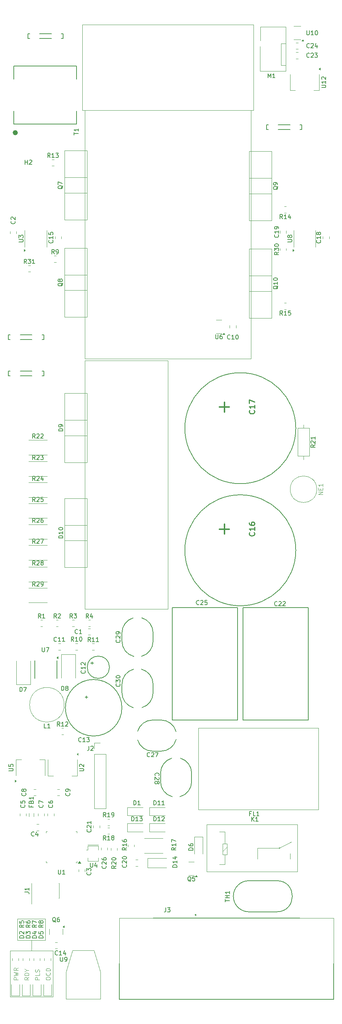
<source format=gbr>
%TF.GenerationSoftware,KiCad,Pcbnew,9.0.0*%
%TF.CreationDate,2025-03-25T20:50:40-04:00*%
%TF.ProjectId,RampedFetCoil,52616d70-6564-4466-9574-436f696c2e6b,rev?*%
%TF.SameCoordinates,Original*%
%TF.FileFunction,Legend,Top*%
%TF.FilePolarity,Positive*%
%FSLAX46Y46*%
G04 Gerber Fmt 4.6, Leading zero omitted, Abs format (unit mm)*
G04 Created by KiCad (PCBNEW 9.0.0) date 2025-03-25 20:50:40*
%MOMM*%
%LPD*%
G01*
G04 APERTURE LIST*
%ADD10C,0.100000*%
%ADD11C,0.150000*%
%ADD12C,0.254000*%
%ADD13C,0.300000*%
%ADD14C,0.120000*%
%ADD15C,0.152400*%
%ADD16C,0.200000*%
%ADD17C,0.600000*%
%ADD18C,0.127000*%
G04 APERTURE END LIST*
D10*
X94000000Y-237500000D02*
X94000000Y-240000000D01*
X89000000Y-240000000D02*
X99000000Y-240000000D01*
X99000000Y-250750000D01*
X89000000Y-250750000D01*
X89000000Y-240000000D01*
X90750000Y-232500000D02*
X97250000Y-232500000D01*
X97250000Y-237500000D01*
X90750000Y-237500000D01*
X90750000Y-232500000D01*
X93372419Y-246124687D02*
X92896228Y-246458020D01*
X93372419Y-246696115D02*
X92372419Y-246696115D01*
X92372419Y-246696115D02*
X92372419Y-246315163D01*
X92372419Y-246315163D02*
X92420038Y-246219925D01*
X92420038Y-246219925D02*
X92467657Y-246172306D01*
X92467657Y-246172306D02*
X92562895Y-246124687D01*
X92562895Y-246124687D02*
X92705752Y-246124687D01*
X92705752Y-246124687D02*
X92800990Y-246172306D01*
X92800990Y-246172306D02*
X92848609Y-246219925D01*
X92848609Y-246219925D02*
X92896228Y-246315163D01*
X92896228Y-246315163D02*
X92896228Y-246696115D01*
X93372419Y-245696115D02*
X92372419Y-245696115D01*
X92372419Y-245696115D02*
X92372419Y-245458020D01*
X92372419Y-245458020D02*
X92420038Y-245315163D01*
X92420038Y-245315163D02*
X92515276Y-245219925D01*
X92515276Y-245219925D02*
X92610514Y-245172306D01*
X92610514Y-245172306D02*
X92800990Y-245124687D01*
X92800990Y-245124687D02*
X92943847Y-245124687D01*
X92943847Y-245124687D02*
X93134323Y-245172306D01*
X93134323Y-245172306D02*
X93229561Y-245219925D01*
X93229561Y-245219925D02*
X93324800Y-245315163D01*
X93324800Y-245315163D02*
X93372419Y-245458020D01*
X93372419Y-245458020D02*
X93372419Y-245696115D01*
X92896228Y-244505639D02*
X93372419Y-244505639D01*
X92372419Y-244838972D02*
X92896228Y-244505639D01*
X92896228Y-244505639D02*
X92372419Y-244172306D01*
X95872419Y-246696115D02*
X94872419Y-246696115D01*
X94872419Y-246696115D02*
X94872419Y-246315163D01*
X94872419Y-246315163D02*
X94920038Y-246219925D01*
X94920038Y-246219925D02*
X94967657Y-246172306D01*
X94967657Y-246172306D02*
X95062895Y-246124687D01*
X95062895Y-246124687D02*
X95205752Y-246124687D01*
X95205752Y-246124687D02*
X95300990Y-246172306D01*
X95300990Y-246172306D02*
X95348609Y-246219925D01*
X95348609Y-246219925D02*
X95396228Y-246315163D01*
X95396228Y-246315163D02*
X95396228Y-246696115D01*
X95872419Y-245219925D02*
X95872419Y-245696115D01*
X95872419Y-245696115D02*
X94872419Y-245696115D01*
X95824800Y-244934210D02*
X95872419Y-244791353D01*
X95872419Y-244791353D02*
X95872419Y-244553258D01*
X95872419Y-244553258D02*
X95824800Y-244458020D01*
X95824800Y-244458020D02*
X95777180Y-244410401D01*
X95777180Y-244410401D02*
X95681942Y-244362782D01*
X95681942Y-244362782D02*
X95586704Y-244362782D01*
X95586704Y-244362782D02*
X95491466Y-244410401D01*
X95491466Y-244410401D02*
X95443847Y-244458020D01*
X95443847Y-244458020D02*
X95396228Y-244553258D01*
X95396228Y-244553258D02*
X95348609Y-244743734D01*
X95348609Y-244743734D02*
X95300990Y-244838972D01*
X95300990Y-244838972D02*
X95253371Y-244886591D01*
X95253371Y-244886591D02*
X95158133Y-244934210D01*
X95158133Y-244934210D02*
X95062895Y-244934210D01*
X95062895Y-244934210D02*
X94967657Y-244886591D01*
X94967657Y-244886591D02*
X94920038Y-244838972D01*
X94920038Y-244838972D02*
X94872419Y-244743734D01*
X94872419Y-244743734D02*
X94872419Y-244505639D01*
X94872419Y-244505639D02*
X94920038Y-244362782D01*
X97372419Y-246505639D02*
X97372419Y-246315163D01*
X97372419Y-246315163D02*
X97420038Y-246219925D01*
X97420038Y-246219925D02*
X97515276Y-246124687D01*
X97515276Y-246124687D02*
X97705752Y-246077068D01*
X97705752Y-246077068D02*
X98039085Y-246077068D01*
X98039085Y-246077068D02*
X98229561Y-246124687D01*
X98229561Y-246124687D02*
X98324800Y-246219925D01*
X98324800Y-246219925D02*
X98372419Y-246315163D01*
X98372419Y-246315163D02*
X98372419Y-246505639D01*
X98372419Y-246505639D02*
X98324800Y-246600877D01*
X98324800Y-246600877D02*
X98229561Y-246696115D01*
X98229561Y-246696115D02*
X98039085Y-246743734D01*
X98039085Y-246743734D02*
X97705752Y-246743734D01*
X97705752Y-246743734D02*
X97515276Y-246696115D01*
X97515276Y-246696115D02*
X97420038Y-246600877D01*
X97420038Y-246600877D02*
X97372419Y-246505639D01*
X98277180Y-245077068D02*
X98324800Y-245124687D01*
X98324800Y-245124687D02*
X98372419Y-245267544D01*
X98372419Y-245267544D02*
X98372419Y-245362782D01*
X98372419Y-245362782D02*
X98324800Y-245505639D01*
X98324800Y-245505639D02*
X98229561Y-245600877D01*
X98229561Y-245600877D02*
X98134323Y-245648496D01*
X98134323Y-245648496D02*
X97943847Y-245696115D01*
X97943847Y-245696115D02*
X97800990Y-245696115D01*
X97800990Y-245696115D02*
X97610514Y-245648496D01*
X97610514Y-245648496D02*
X97515276Y-245600877D01*
X97515276Y-245600877D02*
X97420038Y-245505639D01*
X97420038Y-245505639D02*
X97372419Y-245362782D01*
X97372419Y-245362782D02*
X97372419Y-245267544D01*
X97372419Y-245267544D02*
X97420038Y-245124687D01*
X97420038Y-245124687D02*
X97467657Y-245077068D01*
X98372419Y-244648496D02*
X97372419Y-244648496D01*
X97372419Y-244648496D02*
X97372419Y-244410401D01*
X97372419Y-244410401D02*
X97420038Y-244267544D01*
X97420038Y-244267544D02*
X97515276Y-244172306D01*
X97515276Y-244172306D02*
X97610514Y-244124687D01*
X97610514Y-244124687D02*
X97800990Y-244077068D01*
X97800990Y-244077068D02*
X97943847Y-244077068D01*
X97943847Y-244077068D02*
X98134323Y-244124687D01*
X98134323Y-244124687D02*
X98229561Y-244172306D01*
X98229561Y-244172306D02*
X98324800Y-244267544D01*
X98324800Y-244267544D02*
X98372419Y-244410401D01*
X98372419Y-244410401D02*
X98372419Y-244648496D01*
X90872419Y-246696115D02*
X89872419Y-246696115D01*
X89872419Y-246696115D02*
X89872419Y-246315163D01*
X89872419Y-246315163D02*
X89920038Y-246219925D01*
X89920038Y-246219925D02*
X89967657Y-246172306D01*
X89967657Y-246172306D02*
X90062895Y-246124687D01*
X90062895Y-246124687D02*
X90205752Y-246124687D01*
X90205752Y-246124687D02*
X90300990Y-246172306D01*
X90300990Y-246172306D02*
X90348609Y-246219925D01*
X90348609Y-246219925D02*
X90396228Y-246315163D01*
X90396228Y-246315163D02*
X90396228Y-246696115D01*
X89872419Y-245791353D02*
X90872419Y-245553258D01*
X90872419Y-245553258D02*
X90158133Y-245362782D01*
X90158133Y-245362782D02*
X90872419Y-245172306D01*
X90872419Y-245172306D02*
X89872419Y-244934211D01*
X90872419Y-243981830D02*
X90396228Y-244315163D01*
X90872419Y-244553258D02*
X89872419Y-244553258D01*
X89872419Y-244553258D02*
X89872419Y-244172306D01*
X89872419Y-244172306D02*
X89920038Y-244077068D01*
X89920038Y-244077068D02*
X89967657Y-244029449D01*
X89967657Y-244029449D02*
X90062895Y-243981830D01*
X90062895Y-243981830D02*
X90205752Y-243981830D01*
X90205752Y-243981830D02*
X90300990Y-244029449D01*
X90300990Y-244029449D02*
X90348609Y-244077068D01*
X90348609Y-244077068D02*
X90396228Y-244172306D01*
X90396228Y-244172306D02*
X90396228Y-244553258D01*
D11*
X92857142Y-79554819D02*
X92523809Y-79078628D01*
X92285714Y-79554819D02*
X92285714Y-78554819D01*
X92285714Y-78554819D02*
X92666666Y-78554819D01*
X92666666Y-78554819D02*
X92761904Y-78602438D01*
X92761904Y-78602438D02*
X92809523Y-78650057D01*
X92809523Y-78650057D02*
X92857142Y-78745295D01*
X92857142Y-78745295D02*
X92857142Y-78888152D01*
X92857142Y-78888152D02*
X92809523Y-78983390D01*
X92809523Y-78983390D02*
X92761904Y-79031009D01*
X92761904Y-79031009D02*
X92666666Y-79078628D01*
X92666666Y-79078628D02*
X92285714Y-79078628D01*
X93190476Y-78554819D02*
X93809523Y-78554819D01*
X93809523Y-78554819D02*
X93476190Y-78935771D01*
X93476190Y-78935771D02*
X93619047Y-78935771D01*
X93619047Y-78935771D02*
X93714285Y-78983390D01*
X93714285Y-78983390D02*
X93761904Y-79031009D01*
X93761904Y-79031009D02*
X93809523Y-79126247D01*
X93809523Y-79126247D02*
X93809523Y-79364342D01*
X93809523Y-79364342D02*
X93761904Y-79459580D01*
X93761904Y-79459580D02*
X93714285Y-79507200D01*
X93714285Y-79507200D02*
X93619047Y-79554819D01*
X93619047Y-79554819D02*
X93333333Y-79554819D01*
X93333333Y-79554819D02*
X93238095Y-79507200D01*
X93238095Y-79507200D02*
X93190476Y-79459580D01*
X94761904Y-79554819D02*
X94190476Y-79554819D01*
X94476190Y-79554819D02*
X94476190Y-78554819D01*
X94476190Y-78554819D02*
X94380952Y-78697676D01*
X94380952Y-78697676D02*
X94285714Y-78792914D01*
X94285714Y-78792914D02*
X94190476Y-78840533D01*
X151704819Y-76892857D02*
X151228628Y-77226190D01*
X151704819Y-77464285D02*
X150704819Y-77464285D01*
X150704819Y-77464285D02*
X150704819Y-77083333D01*
X150704819Y-77083333D02*
X150752438Y-76988095D01*
X150752438Y-76988095D02*
X150800057Y-76940476D01*
X150800057Y-76940476D02*
X150895295Y-76892857D01*
X150895295Y-76892857D02*
X151038152Y-76892857D01*
X151038152Y-76892857D02*
X151133390Y-76940476D01*
X151133390Y-76940476D02*
X151181009Y-76988095D01*
X151181009Y-76988095D02*
X151228628Y-77083333D01*
X151228628Y-77083333D02*
X151228628Y-77464285D01*
X150704819Y-76559523D02*
X150704819Y-75940476D01*
X150704819Y-75940476D02*
X151085771Y-76273809D01*
X151085771Y-76273809D02*
X151085771Y-76130952D01*
X151085771Y-76130952D02*
X151133390Y-76035714D01*
X151133390Y-76035714D02*
X151181009Y-75988095D01*
X151181009Y-75988095D02*
X151276247Y-75940476D01*
X151276247Y-75940476D02*
X151514342Y-75940476D01*
X151514342Y-75940476D02*
X151609580Y-75988095D01*
X151609580Y-75988095D02*
X151657200Y-76035714D01*
X151657200Y-76035714D02*
X151704819Y-76130952D01*
X151704819Y-76130952D02*
X151704819Y-76416666D01*
X151704819Y-76416666D02*
X151657200Y-76511904D01*
X151657200Y-76511904D02*
X151609580Y-76559523D01*
X150704819Y-75321428D02*
X150704819Y-75226190D01*
X150704819Y-75226190D02*
X150752438Y-75130952D01*
X150752438Y-75130952D02*
X150800057Y-75083333D01*
X150800057Y-75083333D02*
X150895295Y-75035714D01*
X150895295Y-75035714D02*
X151085771Y-74988095D01*
X151085771Y-74988095D02*
X151323866Y-74988095D01*
X151323866Y-74988095D02*
X151514342Y-75035714D01*
X151514342Y-75035714D02*
X151609580Y-75083333D01*
X151609580Y-75083333D02*
X151657200Y-75130952D01*
X151657200Y-75130952D02*
X151704819Y-75226190D01*
X151704819Y-75226190D02*
X151704819Y-75321428D01*
X151704819Y-75321428D02*
X151657200Y-75416666D01*
X151657200Y-75416666D02*
X151609580Y-75464285D01*
X151609580Y-75464285D02*
X151514342Y-75511904D01*
X151514342Y-75511904D02*
X151323866Y-75559523D01*
X151323866Y-75559523D02*
X151085771Y-75559523D01*
X151085771Y-75559523D02*
X150895295Y-75511904D01*
X150895295Y-75511904D02*
X150800057Y-75464285D01*
X150800057Y-75464285D02*
X150752438Y-75416666D01*
X150752438Y-75416666D02*
X150704819Y-75321428D01*
X111357142Y-214104819D02*
X111023809Y-213628628D01*
X110785714Y-214104819D02*
X110785714Y-213104819D01*
X110785714Y-213104819D02*
X111166666Y-213104819D01*
X111166666Y-213104819D02*
X111261904Y-213152438D01*
X111261904Y-213152438D02*
X111309523Y-213200057D01*
X111309523Y-213200057D02*
X111357142Y-213295295D01*
X111357142Y-213295295D02*
X111357142Y-213438152D01*
X111357142Y-213438152D02*
X111309523Y-213533390D01*
X111309523Y-213533390D02*
X111261904Y-213581009D01*
X111261904Y-213581009D02*
X111166666Y-213628628D01*
X111166666Y-213628628D02*
X110785714Y-213628628D01*
X112309523Y-214104819D02*
X111738095Y-214104819D01*
X112023809Y-214104819D02*
X112023809Y-213104819D01*
X112023809Y-213104819D02*
X111928571Y-213247676D01*
X111928571Y-213247676D02*
X111833333Y-213342914D01*
X111833333Y-213342914D02*
X111738095Y-213390533D01*
X112880952Y-213533390D02*
X112785714Y-213485771D01*
X112785714Y-213485771D02*
X112738095Y-213438152D01*
X112738095Y-213438152D02*
X112690476Y-213342914D01*
X112690476Y-213342914D02*
X112690476Y-213295295D01*
X112690476Y-213295295D02*
X112738095Y-213200057D01*
X112738095Y-213200057D02*
X112785714Y-213152438D01*
X112785714Y-213152438D02*
X112880952Y-213104819D01*
X112880952Y-213104819D02*
X113071428Y-213104819D01*
X113071428Y-213104819D02*
X113166666Y-213152438D01*
X113166666Y-213152438D02*
X113214285Y-213200057D01*
X113214285Y-213200057D02*
X113261904Y-213295295D01*
X113261904Y-213295295D02*
X113261904Y-213342914D01*
X113261904Y-213342914D02*
X113214285Y-213438152D01*
X113214285Y-213438152D02*
X113166666Y-213485771D01*
X113166666Y-213485771D02*
X113071428Y-213533390D01*
X113071428Y-213533390D02*
X112880952Y-213533390D01*
X112880952Y-213533390D02*
X112785714Y-213581009D01*
X112785714Y-213581009D02*
X112738095Y-213628628D01*
X112738095Y-213628628D02*
X112690476Y-213723866D01*
X112690476Y-213723866D02*
X112690476Y-213914342D01*
X112690476Y-213914342D02*
X112738095Y-214009580D01*
X112738095Y-214009580D02*
X112785714Y-214057200D01*
X112785714Y-214057200D02*
X112880952Y-214104819D01*
X112880952Y-214104819D02*
X113071428Y-214104819D01*
X113071428Y-214104819D02*
X113166666Y-214057200D01*
X113166666Y-214057200D02*
X113214285Y-214009580D01*
X113214285Y-214009580D02*
X113261904Y-213914342D01*
X113261904Y-213914342D02*
X113261904Y-213723866D01*
X113261904Y-213723866D02*
X113214285Y-213628628D01*
X113214285Y-213628628D02*
X113166666Y-213581009D01*
X113166666Y-213581009D02*
X113071428Y-213533390D01*
X127954819Y-220464285D02*
X126954819Y-220464285D01*
X126954819Y-220464285D02*
X126954819Y-220226190D01*
X126954819Y-220226190D02*
X127002438Y-220083333D01*
X127002438Y-220083333D02*
X127097676Y-219988095D01*
X127097676Y-219988095D02*
X127192914Y-219940476D01*
X127192914Y-219940476D02*
X127383390Y-219892857D01*
X127383390Y-219892857D02*
X127526247Y-219892857D01*
X127526247Y-219892857D02*
X127716723Y-219940476D01*
X127716723Y-219940476D02*
X127811961Y-219988095D01*
X127811961Y-219988095D02*
X127907200Y-220083333D01*
X127907200Y-220083333D02*
X127954819Y-220226190D01*
X127954819Y-220226190D02*
X127954819Y-220464285D01*
X127954819Y-218940476D02*
X127954819Y-219511904D01*
X127954819Y-219226190D02*
X126954819Y-219226190D01*
X126954819Y-219226190D02*
X127097676Y-219321428D01*
X127097676Y-219321428D02*
X127192914Y-219416666D01*
X127192914Y-219416666D02*
X127240533Y-219511904D01*
X127288152Y-218083333D02*
X127954819Y-218083333D01*
X126907200Y-218321428D02*
X127621485Y-218559523D01*
X127621485Y-218559523D02*
X127621485Y-217940476D01*
X91054819Y-74511904D02*
X91864342Y-74511904D01*
X91864342Y-74511904D02*
X91959580Y-74464285D01*
X91959580Y-74464285D02*
X92007200Y-74416666D01*
X92007200Y-74416666D02*
X92054819Y-74321428D01*
X92054819Y-74321428D02*
X92054819Y-74130952D01*
X92054819Y-74130952D02*
X92007200Y-74035714D01*
X92007200Y-74035714D02*
X91959580Y-73988095D01*
X91959580Y-73988095D02*
X91864342Y-73940476D01*
X91864342Y-73940476D02*
X91054819Y-73940476D01*
X91054819Y-73559523D02*
X91054819Y-72940476D01*
X91054819Y-72940476D02*
X91435771Y-73273809D01*
X91435771Y-73273809D02*
X91435771Y-73130952D01*
X91435771Y-73130952D02*
X91483390Y-73035714D01*
X91483390Y-73035714D02*
X91531009Y-72988095D01*
X91531009Y-72988095D02*
X91626247Y-72940476D01*
X91626247Y-72940476D02*
X91864342Y-72940476D01*
X91864342Y-72940476D02*
X91959580Y-72988095D01*
X91959580Y-72988095D02*
X92007200Y-73035714D01*
X92007200Y-73035714D02*
X92054819Y-73130952D01*
X92054819Y-73130952D02*
X92054819Y-73416666D01*
X92054819Y-73416666D02*
X92007200Y-73511904D01*
X92007200Y-73511904D02*
X91959580Y-73559523D01*
X94857142Y-149944819D02*
X94523809Y-149468628D01*
X94285714Y-149944819D02*
X94285714Y-148944819D01*
X94285714Y-148944819D02*
X94666666Y-148944819D01*
X94666666Y-148944819D02*
X94761904Y-148992438D01*
X94761904Y-148992438D02*
X94809523Y-149040057D01*
X94809523Y-149040057D02*
X94857142Y-149135295D01*
X94857142Y-149135295D02*
X94857142Y-149278152D01*
X94857142Y-149278152D02*
X94809523Y-149373390D01*
X94809523Y-149373390D02*
X94761904Y-149421009D01*
X94761904Y-149421009D02*
X94666666Y-149468628D01*
X94666666Y-149468628D02*
X94285714Y-149468628D01*
X95238095Y-149040057D02*
X95285714Y-148992438D01*
X95285714Y-148992438D02*
X95380952Y-148944819D01*
X95380952Y-148944819D02*
X95619047Y-148944819D01*
X95619047Y-148944819D02*
X95714285Y-148992438D01*
X95714285Y-148992438D02*
X95761904Y-149040057D01*
X95761904Y-149040057D02*
X95809523Y-149135295D01*
X95809523Y-149135295D02*
X95809523Y-149230533D01*
X95809523Y-149230533D02*
X95761904Y-149373390D01*
X95761904Y-149373390D02*
X95190476Y-149944819D01*
X95190476Y-149944819D02*
X95809523Y-149944819D01*
X96380952Y-149373390D02*
X96285714Y-149325771D01*
X96285714Y-149325771D02*
X96238095Y-149278152D01*
X96238095Y-149278152D02*
X96190476Y-149182914D01*
X96190476Y-149182914D02*
X96190476Y-149135295D01*
X96190476Y-149135295D02*
X96238095Y-149040057D01*
X96238095Y-149040057D02*
X96285714Y-148992438D01*
X96285714Y-148992438D02*
X96380952Y-148944819D01*
X96380952Y-148944819D02*
X96571428Y-148944819D01*
X96571428Y-148944819D02*
X96666666Y-148992438D01*
X96666666Y-148992438D02*
X96714285Y-149040057D01*
X96714285Y-149040057D02*
X96761904Y-149135295D01*
X96761904Y-149135295D02*
X96761904Y-149182914D01*
X96761904Y-149182914D02*
X96714285Y-149278152D01*
X96714285Y-149278152D02*
X96666666Y-149325771D01*
X96666666Y-149325771D02*
X96571428Y-149373390D01*
X96571428Y-149373390D02*
X96380952Y-149373390D01*
X96380952Y-149373390D02*
X96285714Y-149421009D01*
X96285714Y-149421009D02*
X96238095Y-149468628D01*
X96238095Y-149468628D02*
X96190476Y-149563866D01*
X96190476Y-149563866D02*
X96190476Y-149754342D01*
X96190476Y-149754342D02*
X96238095Y-149849580D01*
X96238095Y-149849580D02*
X96285714Y-149897200D01*
X96285714Y-149897200D02*
X96380952Y-149944819D01*
X96380952Y-149944819D02*
X96571428Y-149944819D01*
X96571428Y-149944819D02*
X96666666Y-149897200D01*
X96666666Y-149897200D02*
X96714285Y-149849580D01*
X96714285Y-149849580D02*
X96761904Y-149754342D01*
X96761904Y-149754342D02*
X96761904Y-149563866D01*
X96761904Y-149563866D02*
X96714285Y-149468628D01*
X96714285Y-149468628D02*
X96666666Y-149421009D01*
X96666666Y-149421009D02*
X96571428Y-149373390D01*
X95204819Y-233916666D02*
X94728628Y-234249999D01*
X95204819Y-234488094D02*
X94204819Y-234488094D01*
X94204819Y-234488094D02*
X94204819Y-234107142D01*
X94204819Y-234107142D02*
X94252438Y-234011904D01*
X94252438Y-234011904D02*
X94300057Y-233964285D01*
X94300057Y-233964285D02*
X94395295Y-233916666D01*
X94395295Y-233916666D02*
X94538152Y-233916666D01*
X94538152Y-233916666D02*
X94633390Y-233964285D01*
X94633390Y-233964285D02*
X94681009Y-234011904D01*
X94681009Y-234011904D02*
X94728628Y-234107142D01*
X94728628Y-234107142D02*
X94728628Y-234488094D01*
X94204819Y-233583332D02*
X94204819Y-232916666D01*
X94204819Y-232916666D02*
X95204819Y-233345237D01*
X107789580Y-221666666D02*
X107837200Y-221714285D01*
X107837200Y-221714285D02*
X107884819Y-221857142D01*
X107884819Y-221857142D02*
X107884819Y-221952380D01*
X107884819Y-221952380D02*
X107837200Y-222095237D01*
X107837200Y-222095237D02*
X107741961Y-222190475D01*
X107741961Y-222190475D02*
X107646723Y-222238094D01*
X107646723Y-222238094D02*
X107456247Y-222285713D01*
X107456247Y-222285713D02*
X107313390Y-222285713D01*
X107313390Y-222285713D02*
X107122914Y-222238094D01*
X107122914Y-222238094D02*
X107027676Y-222190475D01*
X107027676Y-222190475D02*
X106932438Y-222095237D01*
X106932438Y-222095237D02*
X106884819Y-221952380D01*
X106884819Y-221952380D02*
X106884819Y-221857142D01*
X106884819Y-221857142D02*
X106932438Y-221714285D01*
X106932438Y-221714285D02*
X106980057Y-221666666D01*
X106884819Y-221333332D02*
X106884819Y-220714285D01*
X106884819Y-220714285D02*
X107265771Y-221047618D01*
X107265771Y-221047618D02*
X107265771Y-220904761D01*
X107265771Y-220904761D02*
X107313390Y-220809523D01*
X107313390Y-220809523D02*
X107361009Y-220761904D01*
X107361009Y-220761904D02*
X107456247Y-220714285D01*
X107456247Y-220714285D02*
X107694342Y-220714285D01*
X107694342Y-220714285D02*
X107789580Y-220761904D01*
X107789580Y-220761904D02*
X107837200Y-220809523D01*
X107837200Y-220809523D02*
X107884819Y-220904761D01*
X107884819Y-220904761D02*
X107884819Y-221190475D01*
X107884819Y-221190475D02*
X107837200Y-221285713D01*
X107837200Y-221285713D02*
X107789580Y-221333332D01*
X91261905Y-179454819D02*
X91261905Y-178454819D01*
X91261905Y-178454819D02*
X91500000Y-178454819D01*
X91500000Y-178454819D02*
X91642857Y-178502438D01*
X91642857Y-178502438D02*
X91738095Y-178597676D01*
X91738095Y-178597676D02*
X91785714Y-178692914D01*
X91785714Y-178692914D02*
X91833333Y-178883390D01*
X91833333Y-178883390D02*
X91833333Y-179026247D01*
X91833333Y-179026247D02*
X91785714Y-179216723D01*
X91785714Y-179216723D02*
X91738095Y-179311961D01*
X91738095Y-179311961D02*
X91642857Y-179407200D01*
X91642857Y-179407200D02*
X91500000Y-179454819D01*
X91500000Y-179454819D02*
X91261905Y-179454819D01*
X92166667Y-178454819D02*
X92833333Y-178454819D01*
X92833333Y-178454819D02*
X92404762Y-179454819D01*
X114609580Y-177642857D02*
X114657200Y-177690476D01*
X114657200Y-177690476D02*
X114704819Y-177833333D01*
X114704819Y-177833333D02*
X114704819Y-177928571D01*
X114704819Y-177928571D02*
X114657200Y-178071428D01*
X114657200Y-178071428D02*
X114561961Y-178166666D01*
X114561961Y-178166666D02*
X114466723Y-178214285D01*
X114466723Y-178214285D02*
X114276247Y-178261904D01*
X114276247Y-178261904D02*
X114133390Y-178261904D01*
X114133390Y-178261904D02*
X113942914Y-178214285D01*
X113942914Y-178214285D02*
X113847676Y-178166666D01*
X113847676Y-178166666D02*
X113752438Y-178071428D01*
X113752438Y-178071428D02*
X113704819Y-177928571D01*
X113704819Y-177928571D02*
X113704819Y-177833333D01*
X113704819Y-177833333D02*
X113752438Y-177690476D01*
X113752438Y-177690476D02*
X113800057Y-177642857D01*
X113704819Y-177309523D02*
X113704819Y-176690476D01*
X113704819Y-176690476D02*
X114085771Y-177023809D01*
X114085771Y-177023809D02*
X114085771Y-176880952D01*
X114085771Y-176880952D02*
X114133390Y-176785714D01*
X114133390Y-176785714D02*
X114181009Y-176738095D01*
X114181009Y-176738095D02*
X114276247Y-176690476D01*
X114276247Y-176690476D02*
X114514342Y-176690476D01*
X114514342Y-176690476D02*
X114609580Y-176738095D01*
X114609580Y-176738095D02*
X114657200Y-176785714D01*
X114657200Y-176785714D02*
X114704819Y-176880952D01*
X114704819Y-176880952D02*
X114704819Y-177166666D01*
X114704819Y-177166666D02*
X114657200Y-177261904D01*
X114657200Y-177261904D02*
X114609580Y-177309523D01*
X113704819Y-176071428D02*
X113704819Y-175976190D01*
X113704819Y-175976190D02*
X113752438Y-175880952D01*
X113752438Y-175880952D02*
X113800057Y-175833333D01*
X113800057Y-175833333D02*
X113895295Y-175785714D01*
X113895295Y-175785714D02*
X114085771Y-175738095D01*
X114085771Y-175738095D02*
X114323866Y-175738095D01*
X114323866Y-175738095D02*
X114514342Y-175785714D01*
X114514342Y-175785714D02*
X114609580Y-175833333D01*
X114609580Y-175833333D02*
X114657200Y-175880952D01*
X114657200Y-175880952D02*
X114704819Y-175976190D01*
X114704819Y-175976190D02*
X114704819Y-176071428D01*
X114704819Y-176071428D02*
X114657200Y-176166666D01*
X114657200Y-176166666D02*
X114609580Y-176214285D01*
X114609580Y-176214285D02*
X114514342Y-176261904D01*
X114514342Y-176261904D02*
X114323866Y-176309523D01*
X114323866Y-176309523D02*
X114085771Y-176309523D01*
X114085771Y-176309523D02*
X113895295Y-176261904D01*
X113895295Y-176261904D02*
X113800057Y-176214285D01*
X113800057Y-176214285D02*
X113752438Y-176166666D01*
X113752438Y-176166666D02*
X113704819Y-176071428D01*
X88704819Y-197995144D02*
X89514342Y-197995144D01*
X89514342Y-197995144D02*
X89609580Y-197947525D01*
X89609580Y-197947525D02*
X89657200Y-197899906D01*
X89657200Y-197899906D02*
X89704819Y-197804668D01*
X89704819Y-197804668D02*
X89704819Y-197614192D01*
X89704819Y-197614192D02*
X89657200Y-197518954D01*
X89657200Y-197518954D02*
X89609580Y-197471335D01*
X89609580Y-197471335D02*
X89514342Y-197423716D01*
X89514342Y-197423716D02*
X88704819Y-197423716D01*
X88704819Y-196471335D02*
X88704819Y-196947525D01*
X88704819Y-196947525D02*
X89181009Y-196995144D01*
X89181009Y-196995144D02*
X89133390Y-196947525D01*
X89133390Y-196947525D02*
X89085771Y-196852287D01*
X89085771Y-196852287D02*
X89085771Y-196614192D01*
X89085771Y-196614192D02*
X89133390Y-196518954D01*
X89133390Y-196518954D02*
X89181009Y-196471335D01*
X89181009Y-196471335D02*
X89276247Y-196423716D01*
X89276247Y-196423716D02*
X89514342Y-196423716D01*
X89514342Y-196423716D02*
X89609580Y-196471335D01*
X89609580Y-196471335D02*
X89657200Y-196518954D01*
X89657200Y-196518954D02*
X89704819Y-196614192D01*
X89704819Y-196614192D02*
X89704819Y-196852287D01*
X89704819Y-196852287D02*
X89657200Y-196947525D01*
X89657200Y-196947525D02*
X89609580Y-196995144D01*
X107842080Y-211642857D02*
X107889700Y-211690476D01*
X107889700Y-211690476D02*
X107937319Y-211833333D01*
X107937319Y-211833333D02*
X107937319Y-211928571D01*
X107937319Y-211928571D02*
X107889700Y-212071428D01*
X107889700Y-212071428D02*
X107794461Y-212166666D01*
X107794461Y-212166666D02*
X107699223Y-212214285D01*
X107699223Y-212214285D02*
X107508747Y-212261904D01*
X107508747Y-212261904D02*
X107365890Y-212261904D01*
X107365890Y-212261904D02*
X107175414Y-212214285D01*
X107175414Y-212214285D02*
X107080176Y-212166666D01*
X107080176Y-212166666D02*
X106984938Y-212071428D01*
X106984938Y-212071428D02*
X106937319Y-211928571D01*
X106937319Y-211928571D02*
X106937319Y-211833333D01*
X106937319Y-211833333D02*
X106984938Y-211690476D01*
X106984938Y-211690476D02*
X107032557Y-211642857D01*
X107032557Y-211261904D02*
X106984938Y-211214285D01*
X106984938Y-211214285D02*
X106937319Y-211119047D01*
X106937319Y-211119047D02*
X106937319Y-210880952D01*
X106937319Y-210880952D02*
X106984938Y-210785714D01*
X106984938Y-210785714D02*
X107032557Y-210738095D01*
X107032557Y-210738095D02*
X107127795Y-210690476D01*
X107127795Y-210690476D02*
X107223033Y-210690476D01*
X107223033Y-210690476D02*
X107365890Y-210738095D01*
X107365890Y-210738095D02*
X107937319Y-211309523D01*
X107937319Y-211309523D02*
X107937319Y-210690476D01*
X107937319Y-209738095D02*
X107937319Y-210309523D01*
X107937319Y-210023809D02*
X106937319Y-210023809D01*
X106937319Y-210023809D02*
X107080176Y-210119047D01*
X107080176Y-210119047D02*
X107175414Y-210214285D01*
X107175414Y-210214285D02*
X107223033Y-210309523D01*
X139204819Y-228535713D02*
X139204819Y-227964285D01*
X140204819Y-228249999D02*
X139204819Y-228249999D01*
X140204819Y-227630951D02*
X139204819Y-227630951D01*
X139681009Y-227630951D02*
X139681009Y-227059523D01*
X140204819Y-227059523D02*
X139204819Y-227059523D01*
X140204819Y-226059523D02*
X140204819Y-226630951D01*
X140204819Y-226345237D02*
X139204819Y-226345237D01*
X139204819Y-226345237D02*
X139347676Y-226440475D01*
X139347676Y-226440475D02*
X139442914Y-226535713D01*
X139442914Y-226535713D02*
X139490533Y-226630951D01*
X151609580Y-72842857D02*
X151657200Y-72890476D01*
X151657200Y-72890476D02*
X151704819Y-73033333D01*
X151704819Y-73033333D02*
X151704819Y-73128571D01*
X151704819Y-73128571D02*
X151657200Y-73271428D01*
X151657200Y-73271428D02*
X151561961Y-73366666D01*
X151561961Y-73366666D02*
X151466723Y-73414285D01*
X151466723Y-73414285D02*
X151276247Y-73461904D01*
X151276247Y-73461904D02*
X151133390Y-73461904D01*
X151133390Y-73461904D02*
X150942914Y-73414285D01*
X150942914Y-73414285D02*
X150847676Y-73366666D01*
X150847676Y-73366666D02*
X150752438Y-73271428D01*
X150752438Y-73271428D02*
X150704819Y-73128571D01*
X150704819Y-73128571D02*
X150704819Y-73033333D01*
X150704819Y-73033333D02*
X150752438Y-72890476D01*
X150752438Y-72890476D02*
X150800057Y-72842857D01*
X151704819Y-71890476D02*
X151704819Y-72461904D01*
X151704819Y-72176190D02*
X150704819Y-72176190D01*
X150704819Y-72176190D02*
X150847676Y-72271428D01*
X150847676Y-72271428D02*
X150942914Y-72366666D01*
X150942914Y-72366666D02*
X150990533Y-72461904D01*
X151704819Y-71414285D02*
X151704819Y-71223809D01*
X151704819Y-71223809D02*
X151657200Y-71128571D01*
X151657200Y-71128571D02*
X151609580Y-71080952D01*
X151609580Y-71080952D02*
X151466723Y-70985714D01*
X151466723Y-70985714D02*
X151276247Y-70938095D01*
X151276247Y-70938095D02*
X150895295Y-70938095D01*
X150895295Y-70938095D02*
X150800057Y-70985714D01*
X150800057Y-70985714D02*
X150752438Y-71033333D01*
X150752438Y-71033333D02*
X150704819Y-71128571D01*
X150704819Y-71128571D02*
X150704819Y-71319047D01*
X150704819Y-71319047D02*
X150752438Y-71414285D01*
X150752438Y-71414285D02*
X150800057Y-71461904D01*
X150800057Y-71461904D02*
X150895295Y-71509523D01*
X150895295Y-71509523D02*
X151133390Y-71509523D01*
X151133390Y-71509523D02*
X151228628Y-71461904D01*
X151228628Y-71461904D02*
X151276247Y-71414285D01*
X151276247Y-71414285D02*
X151323866Y-71319047D01*
X151323866Y-71319047D02*
X151323866Y-71128571D01*
X151323866Y-71128571D02*
X151276247Y-71033333D01*
X151276247Y-71033333D02*
X151228628Y-70985714D01*
X151228628Y-70985714D02*
X151133390Y-70938095D01*
X92429819Y-226283333D02*
X93144104Y-226283333D01*
X93144104Y-226283333D02*
X93286961Y-226330952D01*
X93286961Y-226330952D02*
X93382200Y-226426190D01*
X93382200Y-226426190D02*
X93429819Y-226569047D01*
X93429819Y-226569047D02*
X93429819Y-226664285D01*
X93429819Y-225283333D02*
X93429819Y-225854761D01*
X93429819Y-225569047D02*
X92429819Y-225569047D01*
X92429819Y-225569047D02*
X92572676Y-225664285D01*
X92572676Y-225664285D02*
X92667914Y-225759523D01*
X92667914Y-225759523D02*
X92715533Y-225854761D01*
X107738095Y-219454819D02*
X107738095Y-220264342D01*
X107738095Y-220264342D02*
X107785714Y-220359580D01*
X107785714Y-220359580D02*
X107833333Y-220407200D01*
X107833333Y-220407200D02*
X107928571Y-220454819D01*
X107928571Y-220454819D02*
X108119047Y-220454819D01*
X108119047Y-220454819D02*
X108214285Y-220407200D01*
X108214285Y-220407200D02*
X108261904Y-220359580D01*
X108261904Y-220359580D02*
X108309523Y-220264342D01*
X108309523Y-220264342D02*
X108309523Y-219454819D01*
X109214285Y-219788152D02*
X109214285Y-220454819D01*
X108976190Y-219407200D02*
X108738095Y-220121485D01*
X108738095Y-220121485D02*
X109357142Y-220121485D01*
X152607142Y-91604819D02*
X152273809Y-91128628D01*
X152035714Y-91604819D02*
X152035714Y-90604819D01*
X152035714Y-90604819D02*
X152416666Y-90604819D01*
X152416666Y-90604819D02*
X152511904Y-90652438D01*
X152511904Y-90652438D02*
X152559523Y-90700057D01*
X152559523Y-90700057D02*
X152607142Y-90795295D01*
X152607142Y-90795295D02*
X152607142Y-90938152D01*
X152607142Y-90938152D02*
X152559523Y-91033390D01*
X152559523Y-91033390D02*
X152511904Y-91081009D01*
X152511904Y-91081009D02*
X152416666Y-91128628D01*
X152416666Y-91128628D02*
X152035714Y-91128628D01*
X153559523Y-91604819D02*
X152988095Y-91604819D01*
X153273809Y-91604819D02*
X153273809Y-90604819D01*
X153273809Y-90604819D02*
X153178571Y-90747676D01*
X153178571Y-90747676D02*
X153083333Y-90842914D01*
X153083333Y-90842914D02*
X152988095Y-90890533D01*
X154464285Y-90604819D02*
X153988095Y-90604819D01*
X153988095Y-90604819D02*
X153940476Y-91081009D01*
X153940476Y-91081009D02*
X153988095Y-91033390D01*
X153988095Y-91033390D02*
X154083333Y-90985771D01*
X154083333Y-90985771D02*
X154321428Y-90985771D01*
X154321428Y-90985771D02*
X154416666Y-91033390D01*
X154416666Y-91033390D02*
X154464285Y-91081009D01*
X154464285Y-91081009D02*
X154511904Y-91176247D01*
X154511904Y-91176247D02*
X154511904Y-91414342D01*
X154511904Y-91414342D02*
X154464285Y-91509580D01*
X154464285Y-91509580D02*
X154416666Y-91557200D01*
X154416666Y-91557200D02*
X154321428Y-91604819D01*
X154321428Y-91604819D02*
X154083333Y-91604819D01*
X154083333Y-91604819D02*
X153988095Y-91557200D01*
X153988095Y-91557200D02*
X153940476Y-91509580D01*
X98357142Y-54804819D02*
X98023809Y-54328628D01*
X97785714Y-54804819D02*
X97785714Y-53804819D01*
X97785714Y-53804819D02*
X98166666Y-53804819D01*
X98166666Y-53804819D02*
X98261904Y-53852438D01*
X98261904Y-53852438D02*
X98309523Y-53900057D01*
X98309523Y-53900057D02*
X98357142Y-53995295D01*
X98357142Y-53995295D02*
X98357142Y-54138152D01*
X98357142Y-54138152D02*
X98309523Y-54233390D01*
X98309523Y-54233390D02*
X98261904Y-54281009D01*
X98261904Y-54281009D02*
X98166666Y-54328628D01*
X98166666Y-54328628D02*
X97785714Y-54328628D01*
X99309523Y-54804819D02*
X98738095Y-54804819D01*
X99023809Y-54804819D02*
X99023809Y-53804819D01*
X99023809Y-53804819D02*
X98928571Y-53947676D01*
X98928571Y-53947676D02*
X98833333Y-54042914D01*
X98833333Y-54042914D02*
X98738095Y-54090533D01*
X99642857Y-53804819D02*
X100261904Y-53804819D01*
X100261904Y-53804819D02*
X99928571Y-54185771D01*
X99928571Y-54185771D02*
X100071428Y-54185771D01*
X100071428Y-54185771D02*
X100166666Y-54233390D01*
X100166666Y-54233390D02*
X100214285Y-54281009D01*
X100214285Y-54281009D02*
X100261904Y-54376247D01*
X100261904Y-54376247D02*
X100261904Y-54614342D01*
X100261904Y-54614342D02*
X100214285Y-54709580D01*
X100214285Y-54709580D02*
X100166666Y-54757200D01*
X100166666Y-54757200D02*
X100071428Y-54804819D01*
X100071428Y-54804819D02*
X99785714Y-54804819D01*
X99785714Y-54804819D02*
X99690476Y-54757200D01*
X99690476Y-54757200D02*
X99642857Y-54709580D01*
X96704819Y-236988094D02*
X95704819Y-236988094D01*
X95704819Y-236988094D02*
X95704819Y-236749999D01*
X95704819Y-236749999D02*
X95752438Y-236607142D01*
X95752438Y-236607142D02*
X95847676Y-236511904D01*
X95847676Y-236511904D02*
X95942914Y-236464285D01*
X95942914Y-236464285D02*
X96133390Y-236416666D01*
X96133390Y-236416666D02*
X96276247Y-236416666D01*
X96276247Y-236416666D02*
X96466723Y-236464285D01*
X96466723Y-236464285D02*
X96561961Y-236511904D01*
X96561961Y-236511904D02*
X96657200Y-236607142D01*
X96657200Y-236607142D02*
X96704819Y-236749999D01*
X96704819Y-236749999D02*
X96704819Y-236988094D01*
X95704819Y-235511904D02*
X95704819Y-235988094D01*
X95704819Y-235988094D02*
X96181009Y-236035713D01*
X96181009Y-236035713D02*
X96133390Y-235988094D01*
X96133390Y-235988094D02*
X96085771Y-235892856D01*
X96085771Y-235892856D02*
X96085771Y-235654761D01*
X96085771Y-235654761D02*
X96133390Y-235559523D01*
X96133390Y-235559523D02*
X96181009Y-235511904D01*
X96181009Y-235511904D02*
X96276247Y-235464285D01*
X96276247Y-235464285D02*
X96514342Y-235464285D01*
X96514342Y-235464285D02*
X96609580Y-235511904D01*
X96609580Y-235511904D02*
X96657200Y-235559523D01*
X96657200Y-235559523D02*
X96704819Y-235654761D01*
X96704819Y-235654761D02*
X96704819Y-235892856D01*
X96704819Y-235892856D02*
X96657200Y-235988094D01*
X96657200Y-235988094D02*
X96609580Y-236035713D01*
X90109580Y-69666666D02*
X90157200Y-69714285D01*
X90157200Y-69714285D02*
X90204819Y-69857142D01*
X90204819Y-69857142D02*
X90204819Y-69952380D01*
X90204819Y-69952380D02*
X90157200Y-70095237D01*
X90157200Y-70095237D02*
X90061961Y-70190475D01*
X90061961Y-70190475D02*
X89966723Y-70238094D01*
X89966723Y-70238094D02*
X89776247Y-70285713D01*
X89776247Y-70285713D02*
X89633390Y-70285713D01*
X89633390Y-70285713D02*
X89442914Y-70238094D01*
X89442914Y-70238094D02*
X89347676Y-70190475D01*
X89347676Y-70190475D02*
X89252438Y-70095237D01*
X89252438Y-70095237D02*
X89204819Y-69952380D01*
X89204819Y-69952380D02*
X89204819Y-69857142D01*
X89204819Y-69857142D02*
X89252438Y-69714285D01*
X89252438Y-69714285D02*
X89300057Y-69666666D01*
X89300057Y-69285713D02*
X89252438Y-69238094D01*
X89252438Y-69238094D02*
X89204819Y-69142856D01*
X89204819Y-69142856D02*
X89204819Y-68904761D01*
X89204819Y-68904761D02*
X89252438Y-68809523D01*
X89252438Y-68809523D02*
X89300057Y-68761904D01*
X89300057Y-68761904D02*
X89395295Y-68714285D01*
X89395295Y-68714285D02*
X89490533Y-68714285D01*
X89490533Y-68714285D02*
X89633390Y-68761904D01*
X89633390Y-68761904D02*
X90204819Y-69333332D01*
X90204819Y-69333332D02*
X90204819Y-68714285D01*
X94857142Y-154834819D02*
X94523809Y-154358628D01*
X94285714Y-154834819D02*
X94285714Y-153834819D01*
X94285714Y-153834819D02*
X94666666Y-153834819D01*
X94666666Y-153834819D02*
X94761904Y-153882438D01*
X94761904Y-153882438D02*
X94809523Y-153930057D01*
X94809523Y-153930057D02*
X94857142Y-154025295D01*
X94857142Y-154025295D02*
X94857142Y-154168152D01*
X94857142Y-154168152D02*
X94809523Y-154263390D01*
X94809523Y-154263390D02*
X94761904Y-154311009D01*
X94761904Y-154311009D02*
X94666666Y-154358628D01*
X94666666Y-154358628D02*
X94285714Y-154358628D01*
X95238095Y-153930057D02*
X95285714Y-153882438D01*
X95285714Y-153882438D02*
X95380952Y-153834819D01*
X95380952Y-153834819D02*
X95619047Y-153834819D01*
X95619047Y-153834819D02*
X95714285Y-153882438D01*
X95714285Y-153882438D02*
X95761904Y-153930057D01*
X95761904Y-153930057D02*
X95809523Y-154025295D01*
X95809523Y-154025295D02*
X95809523Y-154120533D01*
X95809523Y-154120533D02*
X95761904Y-154263390D01*
X95761904Y-154263390D02*
X95190476Y-154834819D01*
X95190476Y-154834819D02*
X95809523Y-154834819D01*
X96285714Y-154834819D02*
X96476190Y-154834819D01*
X96476190Y-154834819D02*
X96571428Y-154787200D01*
X96571428Y-154787200D02*
X96619047Y-154739580D01*
X96619047Y-154739580D02*
X96714285Y-154596723D01*
X96714285Y-154596723D02*
X96761904Y-154406247D01*
X96761904Y-154406247D02*
X96761904Y-154025295D01*
X96761904Y-154025295D02*
X96714285Y-153930057D01*
X96714285Y-153930057D02*
X96666666Y-153882438D01*
X96666666Y-153882438D02*
X96571428Y-153834819D01*
X96571428Y-153834819D02*
X96380952Y-153834819D01*
X96380952Y-153834819D02*
X96285714Y-153882438D01*
X96285714Y-153882438D02*
X96238095Y-153930057D01*
X96238095Y-153930057D02*
X96190476Y-154025295D01*
X96190476Y-154025295D02*
X96190476Y-154263390D01*
X96190476Y-154263390D02*
X96238095Y-154358628D01*
X96238095Y-154358628D02*
X96285714Y-154406247D01*
X96285714Y-154406247D02*
X96380952Y-154453866D01*
X96380952Y-154453866D02*
X96571428Y-154453866D01*
X96571428Y-154453866D02*
X96666666Y-154406247D01*
X96666666Y-154406247D02*
X96714285Y-154358628D01*
X96714285Y-154358628D02*
X96761904Y-154263390D01*
X127704819Y-215892857D02*
X127228628Y-216226190D01*
X127704819Y-216464285D02*
X126704819Y-216464285D01*
X126704819Y-216464285D02*
X126704819Y-216083333D01*
X126704819Y-216083333D02*
X126752438Y-215988095D01*
X126752438Y-215988095D02*
X126800057Y-215940476D01*
X126800057Y-215940476D02*
X126895295Y-215892857D01*
X126895295Y-215892857D02*
X127038152Y-215892857D01*
X127038152Y-215892857D02*
X127133390Y-215940476D01*
X127133390Y-215940476D02*
X127181009Y-215988095D01*
X127181009Y-215988095D02*
X127228628Y-216083333D01*
X127228628Y-216083333D02*
X127228628Y-216464285D01*
X127704819Y-214940476D02*
X127704819Y-215511904D01*
X127704819Y-215226190D02*
X126704819Y-215226190D01*
X126704819Y-215226190D02*
X126847676Y-215321428D01*
X126847676Y-215321428D02*
X126942914Y-215416666D01*
X126942914Y-215416666D02*
X126990533Y-215511904D01*
X126704819Y-214607142D02*
X126704819Y-213940476D01*
X126704819Y-213940476D02*
X127704819Y-214369047D01*
X94857142Y-125334819D02*
X94523809Y-124858628D01*
X94285714Y-125334819D02*
X94285714Y-124334819D01*
X94285714Y-124334819D02*
X94666666Y-124334819D01*
X94666666Y-124334819D02*
X94761904Y-124382438D01*
X94761904Y-124382438D02*
X94809523Y-124430057D01*
X94809523Y-124430057D02*
X94857142Y-124525295D01*
X94857142Y-124525295D02*
X94857142Y-124668152D01*
X94857142Y-124668152D02*
X94809523Y-124763390D01*
X94809523Y-124763390D02*
X94761904Y-124811009D01*
X94761904Y-124811009D02*
X94666666Y-124858628D01*
X94666666Y-124858628D02*
X94285714Y-124858628D01*
X95238095Y-124430057D02*
X95285714Y-124382438D01*
X95285714Y-124382438D02*
X95380952Y-124334819D01*
X95380952Y-124334819D02*
X95619047Y-124334819D01*
X95619047Y-124334819D02*
X95714285Y-124382438D01*
X95714285Y-124382438D02*
X95761904Y-124430057D01*
X95761904Y-124430057D02*
X95809523Y-124525295D01*
X95809523Y-124525295D02*
X95809523Y-124620533D01*
X95809523Y-124620533D02*
X95761904Y-124763390D01*
X95761904Y-124763390D02*
X95190476Y-125334819D01*
X95190476Y-125334819D02*
X95809523Y-125334819D01*
X96142857Y-124334819D02*
X96761904Y-124334819D01*
X96761904Y-124334819D02*
X96428571Y-124715771D01*
X96428571Y-124715771D02*
X96571428Y-124715771D01*
X96571428Y-124715771D02*
X96666666Y-124763390D01*
X96666666Y-124763390D02*
X96714285Y-124811009D01*
X96714285Y-124811009D02*
X96761904Y-124906247D01*
X96761904Y-124906247D02*
X96761904Y-125144342D01*
X96761904Y-125144342D02*
X96714285Y-125239580D01*
X96714285Y-125239580D02*
X96666666Y-125287200D01*
X96666666Y-125287200D02*
X96571428Y-125334819D01*
X96571428Y-125334819D02*
X96285714Y-125334819D01*
X96285714Y-125334819D02*
X96190476Y-125287200D01*
X96190476Y-125287200D02*
X96142857Y-125239580D01*
X158857142Y-29109580D02*
X158809523Y-29157200D01*
X158809523Y-29157200D02*
X158666666Y-29204819D01*
X158666666Y-29204819D02*
X158571428Y-29204819D01*
X158571428Y-29204819D02*
X158428571Y-29157200D01*
X158428571Y-29157200D02*
X158333333Y-29061961D01*
X158333333Y-29061961D02*
X158285714Y-28966723D01*
X158285714Y-28966723D02*
X158238095Y-28776247D01*
X158238095Y-28776247D02*
X158238095Y-28633390D01*
X158238095Y-28633390D02*
X158285714Y-28442914D01*
X158285714Y-28442914D02*
X158333333Y-28347676D01*
X158333333Y-28347676D02*
X158428571Y-28252438D01*
X158428571Y-28252438D02*
X158571428Y-28204819D01*
X158571428Y-28204819D02*
X158666666Y-28204819D01*
X158666666Y-28204819D02*
X158809523Y-28252438D01*
X158809523Y-28252438D02*
X158857142Y-28300057D01*
X159238095Y-28300057D02*
X159285714Y-28252438D01*
X159285714Y-28252438D02*
X159380952Y-28204819D01*
X159380952Y-28204819D02*
X159619047Y-28204819D01*
X159619047Y-28204819D02*
X159714285Y-28252438D01*
X159714285Y-28252438D02*
X159761904Y-28300057D01*
X159761904Y-28300057D02*
X159809523Y-28395295D01*
X159809523Y-28395295D02*
X159809523Y-28490533D01*
X159809523Y-28490533D02*
X159761904Y-28633390D01*
X159761904Y-28633390D02*
X159190476Y-29204819D01*
X159190476Y-29204819D02*
X159809523Y-29204819D01*
X160666666Y-28538152D02*
X160666666Y-29204819D01*
X160428571Y-28157200D02*
X160190476Y-28871485D01*
X160190476Y-28871485D02*
X160809523Y-28871485D01*
X92204819Y-236988094D02*
X91204819Y-236988094D01*
X91204819Y-236988094D02*
X91204819Y-236749999D01*
X91204819Y-236749999D02*
X91252438Y-236607142D01*
X91252438Y-236607142D02*
X91347676Y-236511904D01*
X91347676Y-236511904D02*
X91442914Y-236464285D01*
X91442914Y-236464285D02*
X91633390Y-236416666D01*
X91633390Y-236416666D02*
X91776247Y-236416666D01*
X91776247Y-236416666D02*
X91966723Y-236464285D01*
X91966723Y-236464285D02*
X92061961Y-236511904D01*
X92061961Y-236511904D02*
X92157200Y-236607142D01*
X92157200Y-236607142D02*
X92204819Y-236749999D01*
X92204819Y-236749999D02*
X92204819Y-236988094D01*
X91300057Y-236035713D02*
X91252438Y-235988094D01*
X91252438Y-235988094D02*
X91204819Y-235892856D01*
X91204819Y-235892856D02*
X91204819Y-235654761D01*
X91204819Y-235654761D02*
X91252438Y-235559523D01*
X91252438Y-235559523D02*
X91300057Y-235511904D01*
X91300057Y-235511904D02*
X91395295Y-235464285D01*
X91395295Y-235464285D02*
X91490533Y-235464285D01*
X91490533Y-235464285D02*
X91633390Y-235511904D01*
X91633390Y-235511904D02*
X92204819Y-236083332D01*
X92204819Y-236083332D02*
X92204819Y-235464285D01*
X116204819Y-215884543D02*
X115728628Y-216217876D01*
X116204819Y-216455971D02*
X115204819Y-216455971D01*
X115204819Y-216455971D02*
X115204819Y-216075019D01*
X115204819Y-216075019D02*
X115252438Y-215979781D01*
X115252438Y-215979781D02*
X115300057Y-215932162D01*
X115300057Y-215932162D02*
X115395295Y-215884543D01*
X115395295Y-215884543D02*
X115538152Y-215884543D01*
X115538152Y-215884543D02*
X115633390Y-215932162D01*
X115633390Y-215932162D02*
X115681009Y-215979781D01*
X115681009Y-215979781D02*
X115728628Y-216075019D01*
X115728628Y-216075019D02*
X115728628Y-216455971D01*
X116204819Y-214932162D02*
X116204819Y-215503590D01*
X116204819Y-215217876D02*
X115204819Y-215217876D01*
X115204819Y-215217876D02*
X115347676Y-215313114D01*
X115347676Y-215313114D02*
X115442914Y-215408352D01*
X115442914Y-215408352D02*
X115490533Y-215503590D01*
X115204819Y-214075019D02*
X115204819Y-214265495D01*
X115204819Y-214265495D02*
X115252438Y-214360733D01*
X115252438Y-214360733D02*
X115300057Y-214408352D01*
X115300057Y-214408352D02*
X115442914Y-214503590D01*
X115442914Y-214503590D02*
X115633390Y-214551209D01*
X115633390Y-214551209D02*
X116014342Y-214551209D01*
X116014342Y-214551209D02*
X116109580Y-214503590D01*
X116109580Y-214503590D02*
X116157200Y-214455971D01*
X116157200Y-214455971D02*
X116204819Y-214360733D01*
X116204819Y-214360733D02*
X116204819Y-214170257D01*
X116204819Y-214170257D02*
X116157200Y-214075019D01*
X116157200Y-214075019D02*
X116109580Y-214027400D01*
X116109580Y-214027400D02*
X116014342Y-213979781D01*
X116014342Y-213979781D02*
X115776247Y-213979781D01*
X115776247Y-213979781D02*
X115681009Y-214027400D01*
X115681009Y-214027400D02*
X115633390Y-214075019D01*
X115633390Y-214075019D02*
X115585771Y-214170257D01*
X115585771Y-214170257D02*
X115585771Y-214360733D01*
X115585771Y-214360733D02*
X115633390Y-214455971D01*
X115633390Y-214455971D02*
X115681009Y-214503590D01*
X115681009Y-214503590D02*
X115776247Y-214551209D01*
X158857142Y-31359580D02*
X158809523Y-31407200D01*
X158809523Y-31407200D02*
X158666666Y-31454819D01*
X158666666Y-31454819D02*
X158571428Y-31454819D01*
X158571428Y-31454819D02*
X158428571Y-31407200D01*
X158428571Y-31407200D02*
X158333333Y-31311961D01*
X158333333Y-31311961D02*
X158285714Y-31216723D01*
X158285714Y-31216723D02*
X158238095Y-31026247D01*
X158238095Y-31026247D02*
X158238095Y-30883390D01*
X158238095Y-30883390D02*
X158285714Y-30692914D01*
X158285714Y-30692914D02*
X158333333Y-30597676D01*
X158333333Y-30597676D02*
X158428571Y-30502438D01*
X158428571Y-30502438D02*
X158571428Y-30454819D01*
X158571428Y-30454819D02*
X158666666Y-30454819D01*
X158666666Y-30454819D02*
X158809523Y-30502438D01*
X158809523Y-30502438D02*
X158857142Y-30550057D01*
X159238095Y-30550057D02*
X159285714Y-30502438D01*
X159285714Y-30502438D02*
X159380952Y-30454819D01*
X159380952Y-30454819D02*
X159619047Y-30454819D01*
X159619047Y-30454819D02*
X159714285Y-30502438D01*
X159714285Y-30502438D02*
X159761904Y-30550057D01*
X159761904Y-30550057D02*
X159809523Y-30645295D01*
X159809523Y-30645295D02*
X159809523Y-30740533D01*
X159809523Y-30740533D02*
X159761904Y-30883390D01*
X159761904Y-30883390D02*
X159190476Y-31454819D01*
X159190476Y-31454819D02*
X159809523Y-31454819D01*
X160142857Y-30454819D02*
X160761904Y-30454819D01*
X160761904Y-30454819D02*
X160428571Y-30835771D01*
X160428571Y-30835771D02*
X160571428Y-30835771D01*
X160571428Y-30835771D02*
X160666666Y-30883390D01*
X160666666Y-30883390D02*
X160714285Y-30931009D01*
X160714285Y-30931009D02*
X160761904Y-31026247D01*
X160761904Y-31026247D02*
X160761904Y-31264342D01*
X160761904Y-31264342D02*
X160714285Y-31359580D01*
X160714285Y-31359580D02*
X160666666Y-31407200D01*
X160666666Y-31407200D02*
X160571428Y-31454819D01*
X160571428Y-31454819D02*
X160285714Y-31454819D01*
X160285714Y-31454819D02*
X160190476Y-31407200D01*
X160190476Y-31407200D02*
X160142857Y-31359580D01*
X111357142Y-208704819D02*
X111023809Y-208228628D01*
X110785714Y-208704819D02*
X110785714Y-207704819D01*
X110785714Y-207704819D02*
X111166666Y-207704819D01*
X111166666Y-207704819D02*
X111261904Y-207752438D01*
X111261904Y-207752438D02*
X111309523Y-207800057D01*
X111309523Y-207800057D02*
X111357142Y-207895295D01*
X111357142Y-207895295D02*
X111357142Y-208038152D01*
X111357142Y-208038152D02*
X111309523Y-208133390D01*
X111309523Y-208133390D02*
X111261904Y-208181009D01*
X111261904Y-208181009D02*
X111166666Y-208228628D01*
X111166666Y-208228628D02*
X110785714Y-208228628D01*
X112309523Y-208704819D02*
X111738095Y-208704819D01*
X112023809Y-208704819D02*
X112023809Y-207704819D01*
X112023809Y-207704819D02*
X111928571Y-207847676D01*
X111928571Y-207847676D02*
X111833333Y-207942914D01*
X111833333Y-207942914D02*
X111738095Y-207990533D01*
X112785714Y-208704819D02*
X112976190Y-208704819D01*
X112976190Y-208704819D02*
X113071428Y-208657200D01*
X113071428Y-208657200D02*
X113119047Y-208609580D01*
X113119047Y-208609580D02*
X113214285Y-208466723D01*
X113214285Y-208466723D02*
X113261904Y-208276247D01*
X113261904Y-208276247D02*
X113261904Y-207895295D01*
X113261904Y-207895295D02*
X113214285Y-207800057D01*
X113214285Y-207800057D02*
X113166666Y-207752438D01*
X113166666Y-207752438D02*
X113071428Y-207704819D01*
X113071428Y-207704819D02*
X112880952Y-207704819D01*
X112880952Y-207704819D02*
X112785714Y-207752438D01*
X112785714Y-207752438D02*
X112738095Y-207800057D01*
X112738095Y-207800057D02*
X112690476Y-207895295D01*
X112690476Y-207895295D02*
X112690476Y-208133390D01*
X112690476Y-208133390D02*
X112738095Y-208228628D01*
X112738095Y-208228628D02*
X112785714Y-208276247D01*
X112785714Y-208276247D02*
X112880952Y-208323866D01*
X112880952Y-208323866D02*
X113071428Y-208323866D01*
X113071428Y-208323866D02*
X113166666Y-208276247D01*
X113166666Y-208276247D02*
X113214285Y-208228628D01*
X113214285Y-208228628D02*
X113261904Y-208133390D01*
X158261905Y-25204819D02*
X158261905Y-26014342D01*
X158261905Y-26014342D02*
X158309524Y-26109580D01*
X158309524Y-26109580D02*
X158357143Y-26157200D01*
X158357143Y-26157200D02*
X158452381Y-26204819D01*
X158452381Y-26204819D02*
X158642857Y-26204819D01*
X158642857Y-26204819D02*
X158738095Y-26157200D01*
X158738095Y-26157200D02*
X158785714Y-26109580D01*
X158785714Y-26109580D02*
X158833333Y-26014342D01*
X158833333Y-26014342D02*
X158833333Y-25204819D01*
X159833333Y-26204819D02*
X159261905Y-26204819D01*
X159547619Y-26204819D02*
X159547619Y-25204819D01*
X159547619Y-25204819D02*
X159452381Y-25347676D01*
X159452381Y-25347676D02*
X159357143Y-25442914D01*
X159357143Y-25442914D02*
X159261905Y-25490533D01*
X160452381Y-25204819D02*
X160547619Y-25204819D01*
X160547619Y-25204819D02*
X160642857Y-25252438D01*
X160642857Y-25252438D02*
X160690476Y-25300057D01*
X160690476Y-25300057D02*
X160738095Y-25395295D01*
X160738095Y-25395295D02*
X160785714Y-25585771D01*
X160785714Y-25585771D02*
X160785714Y-25823866D01*
X160785714Y-25823866D02*
X160738095Y-26014342D01*
X160738095Y-26014342D02*
X160690476Y-26109580D01*
X160690476Y-26109580D02*
X160642857Y-26157200D01*
X160642857Y-26157200D02*
X160547619Y-26204819D01*
X160547619Y-26204819D02*
X160452381Y-26204819D01*
X160452381Y-26204819D02*
X160357143Y-26157200D01*
X160357143Y-26157200D02*
X160309524Y-26109580D01*
X160309524Y-26109580D02*
X160261905Y-26014342D01*
X160261905Y-26014342D02*
X160214286Y-25823866D01*
X160214286Y-25823866D02*
X160214286Y-25585771D01*
X160214286Y-25585771D02*
X160261905Y-25395295D01*
X160261905Y-25395295D02*
X160309524Y-25300057D01*
X160309524Y-25300057D02*
X160357143Y-25252438D01*
X160357143Y-25252438D02*
X160452381Y-25204819D01*
X103583333Y-162304819D02*
X103250000Y-161828628D01*
X103011905Y-162304819D02*
X103011905Y-161304819D01*
X103011905Y-161304819D02*
X103392857Y-161304819D01*
X103392857Y-161304819D02*
X103488095Y-161352438D01*
X103488095Y-161352438D02*
X103535714Y-161400057D01*
X103535714Y-161400057D02*
X103583333Y-161495295D01*
X103583333Y-161495295D02*
X103583333Y-161638152D01*
X103583333Y-161638152D02*
X103535714Y-161733390D01*
X103535714Y-161733390D02*
X103488095Y-161781009D01*
X103488095Y-161781009D02*
X103392857Y-161828628D01*
X103392857Y-161828628D02*
X103011905Y-161828628D01*
X103916667Y-161304819D02*
X104535714Y-161304819D01*
X104535714Y-161304819D02*
X104202381Y-161685771D01*
X104202381Y-161685771D02*
X104345238Y-161685771D01*
X104345238Y-161685771D02*
X104440476Y-161733390D01*
X104440476Y-161733390D02*
X104488095Y-161781009D01*
X104488095Y-161781009D02*
X104535714Y-161876247D01*
X104535714Y-161876247D02*
X104535714Y-162114342D01*
X104535714Y-162114342D02*
X104488095Y-162209580D01*
X104488095Y-162209580D02*
X104440476Y-162257200D01*
X104440476Y-162257200D02*
X104345238Y-162304819D01*
X104345238Y-162304819D02*
X104059524Y-162304819D01*
X104059524Y-162304819D02*
X103964286Y-162257200D01*
X103964286Y-162257200D02*
X103916667Y-162209580D01*
X94857142Y-135114819D02*
X94523809Y-134638628D01*
X94285714Y-135114819D02*
X94285714Y-134114819D01*
X94285714Y-134114819D02*
X94666666Y-134114819D01*
X94666666Y-134114819D02*
X94761904Y-134162438D01*
X94761904Y-134162438D02*
X94809523Y-134210057D01*
X94809523Y-134210057D02*
X94857142Y-134305295D01*
X94857142Y-134305295D02*
X94857142Y-134448152D01*
X94857142Y-134448152D02*
X94809523Y-134543390D01*
X94809523Y-134543390D02*
X94761904Y-134591009D01*
X94761904Y-134591009D02*
X94666666Y-134638628D01*
X94666666Y-134638628D02*
X94285714Y-134638628D01*
X95238095Y-134210057D02*
X95285714Y-134162438D01*
X95285714Y-134162438D02*
X95380952Y-134114819D01*
X95380952Y-134114819D02*
X95619047Y-134114819D01*
X95619047Y-134114819D02*
X95714285Y-134162438D01*
X95714285Y-134162438D02*
X95761904Y-134210057D01*
X95761904Y-134210057D02*
X95809523Y-134305295D01*
X95809523Y-134305295D02*
X95809523Y-134400533D01*
X95809523Y-134400533D02*
X95761904Y-134543390D01*
X95761904Y-134543390D02*
X95190476Y-135114819D01*
X95190476Y-135114819D02*
X95809523Y-135114819D01*
X96714285Y-134114819D02*
X96238095Y-134114819D01*
X96238095Y-134114819D02*
X96190476Y-134591009D01*
X96190476Y-134591009D02*
X96238095Y-134543390D01*
X96238095Y-134543390D02*
X96333333Y-134495771D01*
X96333333Y-134495771D02*
X96571428Y-134495771D01*
X96571428Y-134495771D02*
X96666666Y-134543390D01*
X96666666Y-134543390D02*
X96714285Y-134591009D01*
X96714285Y-134591009D02*
X96761904Y-134686247D01*
X96761904Y-134686247D02*
X96761904Y-134924342D01*
X96761904Y-134924342D02*
X96714285Y-135019580D01*
X96714285Y-135019580D02*
X96666666Y-135067200D01*
X96666666Y-135067200D02*
X96571428Y-135114819D01*
X96571428Y-135114819D02*
X96333333Y-135114819D01*
X96333333Y-135114819D02*
X96238095Y-135067200D01*
X96238095Y-135067200D02*
X96190476Y-135019580D01*
X92359580Y-205916666D02*
X92407200Y-205964285D01*
X92407200Y-205964285D02*
X92454819Y-206107142D01*
X92454819Y-206107142D02*
X92454819Y-206202380D01*
X92454819Y-206202380D02*
X92407200Y-206345237D01*
X92407200Y-206345237D02*
X92311961Y-206440475D01*
X92311961Y-206440475D02*
X92216723Y-206488094D01*
X92216723Y-206488094D02*
X92026247Y-206535713D01*
X92026247Y-206535713D02*
X91883390Y-206535713D01*
X91883390Y-206535713D02*
X91692914Y-206488094D01*
X91692914Y-206488094D02*
X91597676Y-206440475D01*
X91597676Y-206440475D02*
X91502438Y-206345237D01*
X91502438Y-206345237D02*
X91454819Y-206202380D01*
X91454819Y-206202380D02*
X91454819Y-206107142D01*
X91454819Y-206107142D02*
X91502438Y-205964285D01*
X91502438Y-205964285D02*
X91550057Y-205916666D01*
X91454819Y-205011904D02*
X91454819Y-205488094D01*
X91454819Y-205488094D02*
X91931009Y-205535713D01*
X91931009Y-205535713D02*
X91883390Y-205488094D01*
X91883390Y-205488094D02*
X91835771Y-205392856D01*
X91835771Y-205392856D02*
X91835771Y-205154761D01*
X91835771Y-205154761D02*
X91883390Y-205059523D01*
X91883390Y-205059523D02*
X91931009Y-205011904D01*
X91931009Y-205011904D02*
X92026247Y-204964285D01*
X92026247Y-204964285D02*
X92264342Y-204964285D01*
X92264342Y-204964285D02*
X92359580Y-205011904D01*
X92359580Y-205011904D02*
X92407200Y-205059523D01*
X92407200Y-205059523D02*
X92454819Y-205154761D01*
X92454819Y-205154761D02*
X92454819Y-205392856D01*
X92454819Y-205392856D02*
X92407200Y-205488094D01*
X92407200Y-205488094D02*
X92359580Y-205535713D01*
X145386905Y-209754819D02*
X145386905Y-208754819D01*
X145958333Y-209754819D02*
X145529762Y-209183390D01*
X145958333Y-208754819D02*
X145386905Y-209326247D01*
X146910714Y-209754819D02*
X146339286Y-209754819D01*
X146625000Y-209754819D02*
X146625000Y-208754819D01*
X146625000Y-208754819D02*
X146529762Y-208897676D01*
X146529762Y-208897676D02*
X146434524Y-208992914D01*
X146434524Y-208992914D02*
X146339286Y-209040533D01*
D10*
X161957419Y-133464285D02*
X160957419Y-133464285D01*
X160957419Y-133464285D02*
X161957419Y-132892857D01*
X161957419Y-132892857D02*
X160957419Y-132892857D01*
X161433609Y-132416666D02*
X161433609Y-132083333D01*
X161957419Y-131940476D02*
X161957419Y-132416666D01*
X161957419Y-132416666D02*
X160957419Y-132416666D01*
X160957419Y-132416666D02*
X160957419Y-131940476D01*
X161957419Y-130988095D02*
X161957419Y-131559523D01*
X161957419Y-131273809D02*
X160957419Y-131273809D01*
X160957419Y-131273809D02*
X161100276Y-131369047D01*
X161100276Y-131369047D02*
X161195514Y-131464285D01*
X161195514Y-131464285D02*
X161243133Y-131559523D01*
D11*
X98859580Y-205916666D02*
X98907200Y-205964285D01*
X98907200Y-205964285D02*
X98954819Y-206107142D01*
X98954819Y-206107142D02*
X98954819Y-206202380D01*
X98954819Y-206202380D02*
X98907200Y-206345237D01*
X98907200Y-206345237D02*
X98811961Y-206440475D01*
X98811961Y-206440475D02*
X98716723Y-206488094D01*
X98716723Y-206488094D02*
X98526247Y-206535713D01*
X98526247Y-206535713D02*
X98383390Y-206535713D01*
X98383390Y-206535713D02*
X98192914Y-206488094D01*
X98192914Y-206488094D02*
X98097676Y-206440475D01*
X98097676Y-206440475D02*
X98002438Y-206345237D01*
X98002438Y-206345237D02*
X97954819Y-206202380D01*
X97954819Y-206202380D02*
X97954819Y-206107142D01*
X97954819Y-206107142D02*
X98002438Y-205964285D01*
X98002438Y-205964285D02*
X98050057Y-205916666D01*
X97954819Y-205059523D02*
X97954819Y-205249999D01*
X97954819Y-205249999D02*
X98002438Y-205345237D01*
X98002438Y-205345237D02*
X98050057Y-205392856D01*
X98050057Y-205392856D02*
X98192914Y-205488094D01*
X98192914Y-205488094D02*
X98383390Y-205535713D01*
X98383390Y-205535713D02*
X98764342Y-205535713D01*
X98764342Y-205535713D02*
X98859580Y-205488094D01*
X98859580Y-205488094D02*
X98907200Y-205440475D01*
X98907200Y-205440475D02*
X98954819Y-205345237D01*
X98954819Y-205345237D02*
X98954819Y-205154761D01*
X98954819Y-205154761D02*
X98907200Y-205059523D01*
X98907200Y-205059523D02*
X98859580Y-205011904D01*
X98859580Y-205011904D02*
X98764342Y-204964285D01*
X98764342Y-204964285D02*
X98526247Y-204964285D01*
X98526247Y-204964285D02*
X98431009Y-205011904D01*
X98431009Y-205011904D02*
X98383390Y-205059523D01*
X98383390Y-205059523D02*
X98335771Y-205154761D01*
X98335771Y-205154761D02*
X98335771Y-205345237D01*
X98335771Y-205345237D02*
X98383390Y-205440475D01*
X98383390Y-205440475D02*
X98431009Y-205488094D01*
X98431009Y-205488094D02*
X98526247Y-205535713D01*
X93931009Y-206083333D02*
X93931009Y-206416666D01*
X94454819Y-206416666D02*
X93454819Y-206416666D01*
X93454819Y-206416666D02*
X93454819Y-205940476D01*
X93931009Y-205226190D02*
X93978628Y-205083333D01*
X93978628Y-205083333D02*
X94026247Y-205035714D01*
X94026247Y-205035714D02*
X94121485Y-204988095D01*
X94121485Y-204988095D02*
X94264342Y-204988095D01*
X94264342Y-204988095D02*
X94359580Y-205035714D01*
X94359580Y-205035714D02*
X94407200Y-205083333D01*
X94407200Y-205083333D02*
X94454819Y-205178571D01*
X94454819Y-205178571D02*
X94454819Y-205559523D01*
X94454819Y-205559523D02*
X93454819Y-205559523D01*
X93454819Y-205559523D02*
X93454819Y-205226190D01*
X93454819Y-205226190D02*
X93502438Y-205130952D01*
X93502438Y-205130952D02*
X93550057Y-205083333D01*
X93550057Y-205083333D02*
X93645295Y-205035714D01*
X93645295Y-205035714D02*
X93740533Y-205035714D01*
X93740533Y-205035714D02*
X93835771Y-205083333D01*
X93835771Y-205083333D02*
X93883390Y-205130952D01*
X93883390Y-205130952D02*
X93931009Y-205226190D01*
X93931009Y-205226190D02*
X93931009Y-205559523D01*
X94454819Y-204035714D02*
X94454819Y-204607142D01*
X94454819Y-204321428D02*
X93454819Y-204321428D01*
X93454819Y-204321428D02*
X93597676Y-204416666D01*
X93597676Y-204416666D02*
X93692914Y-204511904D01*
X93692914Y-204511904D02*
X93740533Y-204607142D01*
X151550057Y-61545238D02*
X151502438Y-61640476D01*
X151502438Y-61640476D02*
X151407200Y-61735714D01*
X151407200Y-61735714D02*
X151264342Y-61878571D01*
X151264342Y-61878571D02*
X151216723Y-61973809D01*
X151216723Y-61973809D02*
X151216723Y-62069047D01*
X151454819Y-62021428D02*
X151407200Y-62116666D01*
X151407200Y-62116666D02*
X151311961Y-62211904D01*
X151311961Y-62211904D02*
X151121485Y-62259523D01*
X151121485Y-62259523D02*
X150788152Y-62259523D01*
X150788152Y-62259523D02*
X150597676Y-62211904D01*
X150597676Y-62211904D02*
X150502438Y-62116666D01*
X150502438Y-62116666D02*
X150454819Y-62021428D01*
X150454819Y-62021428D02*
X150454819Y-61830952D01*
X150454819Y-61830952D02*
X150502438Y-61735714D01*
X150502438Y-61735714D02*
X150597676Y-61640476D01*
X150597676Y-61640476D02*
X150788152Y-61592857D01*
X150788152Y-61592857D02*
X151121485Y-61592857D01*
X151121485Y-61592857D02*
X151311961Y-61640476D01*
X151311961Y-61640476D02*
X151407200Y-61735714D01*
X151407200Y-61735714D02*
X151454819Y-61830952D01*
X151454819Y-61830952D02*
X151454819Y-62021428D01*
X151454819Y-61116666D02*
X151454819Y-60926190D01*
X151454819Y-60926190D02*
X151407200Y-60830952D01*
X151407200Y-60830952D02*
X151359580Y-60783333D01*
X151359580Y-60783333D02*
X151216723Y-60688095D01*
X151216723Y-60688095D02*
X151026247Y-60640476D01*
X151026247Y-60640476D02*
X150645295Y-60640476D01*
X150645295Y-60640476D02*
X150550057Y-60688095D01*
X150550057Y-60688095D02*
X150502438Y-60735714D01*
X150502438Y-60735714D02*
X150454819Y-60830952D01*
X150454819Y-60830952D02*
X150454819Y-61021428D01*
X150454819Y-61021428D02*
X150502438Y-61116666D01*
X150502438Y-61116666D02*
X150550057Y-61164285D01*
X150550057Y-61164285D02*
X150645295Y-61211904D01*
X150645295Y-61211904D02*
X150883390Y-61211904D01*
X150883390Y-61211904D02*
X150978628Y-61164285D01*
X150978628Y-61164285D02*
X151026247Y-61116666D01*
X151026247Y-61116666D02*
X151073866Y-61021428D01*
X151073866Y-61021428D02*
X151073866Y-60830952D01*
X151073866Y-60830952D02*
X151026247Y-60735714D01*
X151026247Y-60735714D02*
X150978628Y-60688095D01*
X150978628Y-60688095D02*
X150883390Y-60640476D01*
X103954819Y-49511904D02*
X103954819Y-48940476D01*
X104954819Y-49226190D02*
X103954819Y-49226190D01*
X104954819Y-48083333D02*
X104954819Y-48654761D01*
X104954819Y-48369047D02*
X103954819Y-48369047D01*
X103954819Y-48369047D02*
X104097676Y-48464285D01*
X104097676Y-48464285D02*
X104192914Y-48559523D01*
X104192914Y-48559523D02*
X104240533Y-48654761D01*
X92204819Y-233916666D02*
X91728628Y-234249999D01*
X92204819Y-234488094D02*
X91204819Y-234488094D01*
X91204819Y-234488094D02*
X91204819Y-234107142D01*
X91204819Y-234107142D02*
X91252438Y-234011904D01*
X91252438Y-234011904D02*
X91300057Y-233964285D01*
X91300057Y-233964285D02*
X91395295Y-233916666D01*
X91395295Y-233916666D02*
X91538152Y-233916666D01*
X91538152Y-233916666D02*
X91633390Y-233964285D01*
X91633390Y-233964285D02*
X91681009Y-234011904D01*
X91681009Y-234011904D02*
X91728628Y-234107142D01*
X91728628Y-234107142D02*
X91728628Y-234488094D01*
X91204819Y-233011904D02*
X91204819Y-233488094D01*
X91204819Y-233488094D02*
X91681009Y-233535713D01*
X91681009Y-233535713D02*
X91633390Y-233488094D01*
X91633390Y-233488094D02*
X91585771Y-233392856D01*
X91585771Y-233392856D02*
X91585771Y-233154761D01*
X91585771Y-233154761D02*
X91633390Y-233059523D01*
X91633390Y-233059523D02*
X91681009Y-233011904D01*
X91681009Y-233011904D02*
X91776247Y-232964285D01*
X91776247Y-232964285D02*
X92014342Y-232964285D01*
X92014342Y-232964285D02*
X92109580Y-233011904D01*
X92109580Y-233011904D02*
X92157200Y-233059523D01*
X92157200Y-233059523D02*
X92204819Y-233154761D01*
X92204819Y-233154761D02*
X92204819Y-233392856D01*
X92204819Y-233392856D02*
X92157200Y-233488094D01*
X92157200Y-233488094D02*
X92109580Y-233535713D01*
X107333333Y-162304819D02*
X107000000Y-161828628D01*
X106761905Y-162304819D02*
X106761905Y-161304819D01*
X106761905Y-161304819D02*
X107142857Y-161304819D01*
X107142857Y-161304819D02*
X107238095Y-161352438D01*
X107238095Y-161352438D02*
X107285714Y-161400057D01*
X107285714Y-161400057D02*
X107333333Y-161495295D01*
X107333333Y-161495295D02*
X107333333Y-161638152D01*
X107333333Y-161638152D02*
X107285714Y-161733390D01*
X107285714Y-161733390D02*
X107238095Y-161781009D01*
X107238095Y-161781009D02*
X107142857Y-161828628D01*
X107142857Y-161828628D02*
X106761905Y-161828628D01*
X108190476Y-161638152D02*
X108190476Y-162304819D01*
X107952381Y-161257200D02*
X107714286Y-161971485D01*
X107714286Y-161971485D02*
X108333333Y-161971485D01*
X161704819Y-38488094D02*
X162514342Y-38488094D01*
X162514342Y-38488094D02*
X162609580Y-38440475D01*
X162609580Y-38440475D02*
X162657200Y-38392856D01*
X162657200Y-38392856D02*
X162704819Y-38297618D01*
X162704819Y-38297618D02*
X162704819Y-38107142D01*
X162704819Y-38107142D02*
X162657200Y-38011904D01*
X162657200Y-38011904D02*
X162609580Y-37964285D01*
X162609580Y-37964285D02*
X162514342Y-37916666D01*
X162514342Y-37916666D02*
X161704819Y-37916666D01*
X162704819Y-36916666D02*
X162704819Y-37488094D01*
X162704819Y-37202380D02*
X161704819Y-37202380D01*
X161704819Y-37202380D02*
X161847676Y-37297618D01*
X161847676Y-37297618D02*
X161942914Y-37392856D01*
X161942914Y-37392856D02*
X161990533Y-37488094D01*
X161800057Y-36535713D02*
X161752438Y-36488094D01*
X161752438Y-36488094D02*
X161704819Y-36392856D01*
X161704819Y-36392856D02*
X161704819Y-36154761D01*
X161704819Y-36154761D02*
X161752438Y-36059523D01*
X161752438Y-36059523D02*
X161800057Y-36011904D01*
X161800057Y-36011904D02*
X161895295Y-35964285D01*
X161895295Y-35964285D02*
X161990533Y-35964285D01*
X161990533Y-35964285D02*
X162133390Y-36011904D01*
X162133390Y-36011904D02*
X162704819Y-36583332D01*
X162704819Y-36583332D02*
X162704819Y-35964285D01*
X96609580Y-205916666D02*
X96657200Y-205964285D01*
X96657200Y-205964285D02*
X96704819Y-206107142D01*
X96704819Y-206107142D02*
X96704819Y-206202380D01*
X96704819Y-206202380D02*
X96657200Y-206345237D01*
X96657200Y-206345237D02*
X96561961Y-206440475D01*
X96561961Y-206440475D02*
X96466723Y-206488094D01*
X96466723Y-206488094D02*
X96276247Y-206535713D01*
X96276247Y-206535713D02*
X96133390Y-206535713D01*
X96133390Y-206535713D02*
X95942914Y-206488094D01*
X95942914Y-206488094D02*
X95847676Y-206440475D01*
X95847676Y-206440475D02*
X95752438Y-206345237D01*
X95752438Y-206345237D02*
X95704819Y-206202380D01*
X95704819Y-206202380D02*
X95704819Y-206107142D01*
X95704819Y-206107142D02*
X95752438Y-205964285D01*
X95752438Y-205964285D02*
X95800057Y-205916666D01*
X95704819Y-205583332D02*
X95704819Y-204916666D01*
X95704819Y-204916666D02*
X96704819Y-205345237D01*
X99833333Y-162304819D02*
X99500000Y-161828628D01*
X99261905Y-162304819D02*
X99261905Y-161304819D01*
X99261905Y-161304819D02*
X99642857Y-161304819D01*
X99642857Y-161304819D02*
X99738095Y-161352438D01*
X99738095Y-161352438D02*
X99785714Y-161400057D01*
X99785714Y-161400057D02*
X99833333Y-161495295D01*
X99833333Y-161495295D02*
X99833333Y-161638152D01*
X99833333Y-161638152D02*
X99785714Y-161733390D01*
X99785714Y-161733390D02*
X99738095Y-161781009D01*
X99738095Y-161781009D02*
X99642857Y-161828628D01*
X99642857Y-161828628D02*
X99261905Y-161828628D01*
X100214286Y-161400057D02*
X100261905Y-161352438D01*
X100261905Y-161352438D02*
X100357143Y-161304819D01*
X100357143Y-161304819D02*
X100595238Y-161304819D01*
X100595238Y-161304819D02*
X100690476Y-161352438D01*
X100690476Y-161352438D02*
X100738095Y-161400057D01*
X100738095Y-161400057D02*
X100785714Y-161495295D01*
X100785714Y-161495295D02*
X100785714Y-161590533D01*
X100785714Y-161590533D02*
X100738095Y-161733390D01*
X100738095Y-161733390D02*
X100166667Y-162304819D01*
X100166667Y-162304819D02*
X100785714Y-162304819D01*
X98929580Y-74142857D02*
X98977200Y-74190476D01*
X98977200Y-74190476D02*
X99024819Y-74333333D01*
X99024819Y-74333333D02*
X99024819Y-74428571D01*
X99024819Y-74428571D02*
X98977200Y-74571428D01*
X98977200Y-74571428D02*
X98881961Y-74666666D01*
X98881961Y-74666666D02*
X98786723Y-74714285D01*
X98786723Y-74714285D02*
X98596247Y-74761904D01*
X98596247Y-74761904D02*
X98453390Y-74761904D01*
X98453390Y-74761904D02*
X98262914Y-74714285D01*
X98262914Y-74714285D02*
X98167676Y-74666666D01*
X98167676Y-74666666D02*
X98072438Y-74571428D01*
X98072438Y-74571428D02*
X98024819Y-74428571D01*
X98024819Y-74428571D02*
X98024819Y-74333333D01*
X98024819Y-74333333D02*
X98072438Y-74190476D01*
X98072438Y-74190476D02*
X98120057Y-74142857D01*
X99024819Y-73190476D02*
X99024819Y-73761904D01*
X99024819Y-73476190D02*
X98024819Y-73476190D01*
X98024819Y-73476190D02*
X98167676Y-73571428D01*
X98167676Y-73571428D02*
X98262914Y-73666666D01*
X98262914Y-73666666D02*
X98310533Y-73761904D01*
X98024819Y-72285714D02*
X98024819Y-72761904D01*
X98024819Y-72761904D02*
X98501009Y-72809523D01*
X98501009Y-72809523D02*
X98453390Y-72761904D01*
X98453390Y-72761904D02*
X98405771Y-72666666D01*
X98405771Y-72666666D02*
X98405771Y-72428571D01*
X98405771Y-72428571D02*
X98453390Y-72333333D01*
X98453390Y-72333333D02*
X98501009Y-72285714D01*
X98501009Y-72285714D02*
X98596247Y-72238095D01*
X98596247Y-72238095D02*
X98834342Y-72238095D01*
X98834342Y-72238095D02*
X98929580Y-72285714D01*
X98929580Y-72285714D02*
X98977200Y-72333333D01*
X98977200Y-72333333D02*
X99024819Y-72428571D01*
X99024819Y-72428571D02*
X99024819Y-72666666D01*
X99024819Y-72666666D02*
X98977200Y-72761904D01*
X98977200Y-72761904D02*
X98929580Y-72809523D01*
X104783333Y-165859580D02*
X104735714Y-165907200D01*
X104735714Y-165907200D02*
X104592857Y-165954819D01*
X104592857Y-165954819D02*
X104497619Y-165954819D01*
X104497619Y-165954819D02*
X104354762Y-165907200D01*
X104354762Y-165907200D02*
X104259524Y-165811961D01*
X104259524Y-165811961D02*
X104211905Y-165716723D01*
X104211905Y-165716723D02*
X104164286Y-165526247D01*
X104164286Y-165526247D02*
X104164286Y-165383390D01*
X104164286Y-165383390D02*
X104211905Y-165192914D01*
X104211905Y-165192914D02*
X104259524Y-165097676D01*
X104259524Y-165097676D02*
X104354762Y-165002438D01*
X104354762Y-165002438D02*
X104497619Y-164954819D01*
X104497619Y-164954819D02*
X104592857Y-164954819D01*
X104592857Y-164954819D02*
X104735714Y-165002438D01*
X104735714Y-165002438D02*
X104783333Y-165050057D01*
X105735714Y-165954819D02*
X105164286Y-165954819D01*
X105450000Y-165954819D02*
X105450000Y-164954819D01*
X105450000Y-164954819D02*
X105354762Y-165097676D01*
X105354762Y-165097676D02*
X105259524Y-165192914D01*
X105259524Y-165192914D02*
X105164286Y-165240533D01*
X131217261Y-223762557D02*
X131122023Y-223714938D01*
X131122023Y-223714938D02*
X131026785Y-223619700D01*
X131026785Y-223619700D02*
X130883928Y-223476842D01*
X130883928Y-223476842D02*
X130788690Y-223429223D01*
X130788690Y-223429223D02*
X130693452Y-223429223D01*
X130741071Y-223667319D02*
X130645833Y-223619700D01*
X130645833Y-223619700D02*
X130550595Y-223524461D01*
X130550595Y-223524461D02*
X130502976Y-223333985D01*
X130502976Y-223333985D02*
X130502976Y-223000652D01*
X130502976Y-223000652D02*
X130550595Y-222810176D01*
X130550595Y-222810176D02*
X130645833Y-222714938D01*
X130645833Y-222714938D02*
X130741071Y-222667319D01*
X130741071Y-222667319D02*
X130931547Y-222667319D01*
X130931547Y-222667319D02*
X131026785Y-222714938D01*
X131026785Y-222714938D02*
X131122023Y-222810176D01*
X131122023Y-222810176D02*
X131169642Y-223000652D01*
X131169642Y-223000652D02*
X131169642Y-223333985D01*
X131169642Y-223333985D02*
X131122023Y-223524461D01*
X131122023Y-223524461D02*
X131026785Y-223619700D01*
X131026785Y-223619700D02*
X130931547Y-223667319D01*
X130931547Y-223667319D02*
X130741071Y-223667319D01*
X132074404Y-222667319D02*
X131598214Y-222667319D01*
X131598214Y-222667319D02*
X131550595Y-223143509D01*
X131550595Y-223143509D02*
X131598214Y-223095890D01*
X131598214Y-223095890D02*
X131693452Y-223048271D01*
X131693452Y-223048271D02*
X131931547Y-223048271D01*
X131931547Y-223048271D02*
X132026785Y-223095890D01*
X132026785Y-223095890D02*
X132074404Y-223143509D01*
X132074404Y-223143509D02*
X132122023Y-223238747D01*
X132122023Y-223238747D02*
X132122023Y-223476842D01*
X132122023Y-223476842D02*
X132074404Y-223572080D01*
X132074404Y-223572080D02*
X132026785Y-223619700D01*
X132026785Y-223619700D02*
X131931547Y-223667319D01*
X131931547Y-223667319D02*
X131693452Y-223667319D01*
X131693452Y-223667319D02*
X131598214Y-223619700D01*
X131598214Y-223619700D02*
X131550595Y-223572080D01*
D12*
X145953365Y-113816428D02*
X146013842Y-113876904D01*
X146013842Y-113876904D02*
X146074318Y-114058333D01*
X146074318Y-114058333D02*
X146074318Y-114179285D01*
X146074318Y-114179285D02*
X146013842Y-114360714D01*
X146013842Y-114360714D02*
X145892889Y-114481666D01*
X145892889Y-114481666D02*
X145771937Y-114542143D01*
X145771937Y-114542143D02*
X145530032Y-114602619D01*
X145530032Y-114602619D02*
X145348603Y-114602619D01*
X145348603Y-114602619D02*
X145106699Y-114542143D01*
X145106699Y-114542143D02*
X144985746Y-114481666D01*
X144985746Y-114481666D02*
X144864794Y-114360714D01*
X144864794Y-114360714D02*
X144804318Y-114179285D01*
X144804318Y-114179285D02*
X144804318Y-114058333D01*
X144804318Y-114058333D02*
X144864794Y-113876904D01*
X144864794Y-113876904D02*
X144925270Y-113816428D01*
X146074318Y-112606904D02*
X146074318Y-113332619D01*
X146074318Y-112969762D02*
X144804318Y-112969762D01*
X144804318Y-112969762D02*
X144985746Y-113090714D01*
X144985746Y-113090714D02*
X145106699Y-113211666D01*
X145106699Y-113211666D02*
X145167175Y-113332619D01*
X144804318Y-112183571D02*
X144804318Y-111336904D01*
X144804318Y-111336904D02*
X146074318Y-111881190D01*
D13*
X139025600Y-111911653D02*
X139025600Y-114197368D01*
X137882742Y-113054510D02*
X140168457Y-113054510D01*
D11*
X101011905Y-179204819D02*
X101011905Y-178204819D01*
X101011905Y-178204819D02*
X101250000Y-178204819D01*
X101250000Y-178204819D02*
X101392857Y-178252438D01*
X101392857Y-178252438D02*
X101488095Y-178347676D01*
X101488095Y-178347676D02*
X101535714Y-178442914D01*
X101535714Y-178442914D02*
X101583333Y-178633390D01*
X101583333Y-178633390D02*
X101583333Y-178776247D01*
X101583333Y-178776247D02*
X101535714Y-178966723D01*
X101535714Y-178966723D02*
X101488095Y-179061961D01*
X101488095Y-179061961D02*
X101392857Y-179157200D01*
X101392857Y-179157200D02*
X101250000Y-179204819D01*
X101250000Y-179204819D02*
X101011905Y-179204819D01*
X102154762Y-178633390D02*
X102059524Y-178585771D01*
X102059524Y-178585771D02*
X102011905Y-178538152D01*
X102011905Y-178538152D02*
X101964286Y-178442914D01*
X101964286Y-178442914D02*
X101964286Y-178395295D01*
X101964286Y-178395295D02*
X102011905Y-178300057D01*
X102011905Y-178300057D02*
X102059524Y-178252438D01*
X102059524Y-178252438D02*
X102154762Y-178204819D01*
X102154762Y-178204819D02*
X102345238Y-178204819D01*
X102345238Y-178204819D02*
X102440476Y-178252438D01*
X102440476Y-178252438D02*
X102488095Y-178300057D01*
X102488095Y-178300057D02*
X102535714Y-178395295D01*
X102535714Y-178395295D02*
X102535714Y-178442914D01*
X102535714Y-178442914D02*
X102488095Y-178538152D01*
X102488095Y-178538152D02*
X102440476Y-178585771D01*
X102440476Y-178585771D02*
X102345238Y-178633390D01*
X102345238Y-178633390D02*
X102154762Y-178633390D01*
X102154762Y-178633390D02*
X102059524Y-178681009D01*
X102059524Y-178681009D02*
X102011905Y-178728628D01*
X102011905Y-178728628D02*
X101964286Y-178823866D01*
X101964286Y-178823866D02*
X101964286Y-179014342D01*
X101964286Y-179014342D02*
X102011905Y-179109580D01*
X102011905Y-179109580D02*
X102059524Y-179157200D01*
X102059524Y-179157200D02*
X102154762Y-179204819D01*
X102154762Y-179204819D02*
X102345238Y-179204819D01*
X102345238Y-179204819D02*
X102440476Y-179157200D01*
X102440476Y-179157200D02*
X102488095Y-179109580D01*
X102488095Y-179109580D02*
X102535714Y-179014342D01*
X102535714Y-179014342D02*
X102535714Y-178823866D01*
X102535714Y-178823866D02*
X102488095Y-178728628D01*
X102488095Y-178728628D02*
X102440476Y-178681009D01*
X102440476Y-178681009D02*
X102345238Y-178633390D01*
X99857142Y-167679580D02*
X99809523Y-167727200D01*
X99809523Y-167727200D02*
X99666666Y-167774819D01*
X99666666Y-167774819D02*
X99571428Y-167774819D01*
X99571428Y-167774819D02*
X99428571Y-167727200D01*
X99428571Y-167727200D02*
X99333333Y-167631961D01*
X99333333Y-167631961D02*
X99285714Y-167536723D01*
X99285714Y-167536723D02*
X99238095Y-167346247D01*
X99238095Y-167346247D02*
X99238095Y-167203390D01*
X99238095Y-167203390D02*
X99285714Y-167012914D01*
X99285714Y-167012914D02*
X99333333Y-166917676D01*
X99333333Y-166917676D02*
X99428571Y-166822438D01*
X99428571Y-166822438D02*
X99571428Y-166774819D01*
X99571428Y-166774819D02*
X99666666Y-166774819D01*
X99666666Y-166774819D02*
X99809523Y-166822438D01*
X99809523Y-166822438D02*
X99857142Y-166870057D01*
X100809523Y-167774819D02*
X100238095Y-167774819D01*
X100523809Y-167774819D02*
X100523809Y-166774819D01*
X100523809Y-166774819D02*
X100428571Y-166917676D01*
X100428571Y-166917676D02*
X100333333Y-167012914D01*
X100333333Y-167012914D02*
X100238095Y-167060533D01*
X101761904Y-167774819D02*
X101190476Y-167774819D01*
X101476190Y-167774819D02*
X101476190Y-166774819D01*
X101476190Y-166774819D02*
X101380952Y-166917676D01*
X101380952Y-166917676D02*
X101285714Y-167012914D01*
X101285714Y-167012914D02*
X101190476Y-167060533D01*
X122890419Y-199107142D02*
X122842800Y-199059523D01*
X122842800Y-199059523D02*
X122795180Y-198916666D01*
X122795180Y-198916666D02*
X122795180Y-198821428D01*
X122795180Y-198821428D02*
X122842800Y-198678571D01*
X122842800Y-198678571D02*
X122938038Y-198583333D01*
X122938038Y-198583333D02*
X123033276Y-198535714D01*
X123033276Y-198535714D02*
X123223752Y-198488095D01*
X123223752Y-198488095D02*
X123366609Y-198488095D01*
X123366609Y-198488095D02*
X123557085Y-198535714D01*
X123557085Y-198535714D02*
X123652323Y-198583333D01*
X123652323Y-198583333D02*
X123747561Y-198678571D01*
X123747561Y-198678571D02*
X123795180Y-198821428D01*
X123795180Y-198821428D02*
X123795180Y-198916666D01*
X123795180Y-198916666D02*
X123747561Y-199059523D01*
X123747561Y-199059523D02*
X123699942Y-199107142D01*
X123699942Y-199488095D02*
X123747561Y-199535714D01*
X123747561Y-199535714D02*
X123795180Y-199630952D01*
X123795180Y-199630952D02*
X123795180Y-199869047D01*
X123795180Y-199869047D02*
X123747561Y-199964285D01*
X123747561Y-199964285D02*
X123699942Y-200011904D01*
X123699942Y-200011904D02*
X123604704Y-200059523D01*
X123604704Y-200059523D02*
X123509466Y-200059523D01*
X123509466Y-200059523D02*
X123366609Y-200011904D01*
X123366609Y-200011904D02*
X122795180Y-199440476D01*
X122795180Y-199440476D02*
X122795180Y-200059523D01*
X123366609Y-200630952D02*
X123414228Y-200535714D01*
X123414228Y-200535714D02*
X123461847Y-200488095D01*
X123461847Y-200488095D02*
X123557085Y-200440476D01*
X123557085Y-200440476D02*
X123604704Y-200440476D01*
X123604704Y-200440476D02*
X123699942Y-200488095D01*
X123699942Y-200488095D02*
X123747561Y-200535714D01*
X123747561Y-200535714D02*
X123795180Y-200630952D01*
X123795180Y-200630952D02*
X123795180Y-200821428D01*
X123795180Y-200821428D02*
X123747561Y-200916666D01*
X123747561Y-200916666D02*
X123699942Y-200964285D01*
X123699942Y-200964285D02*
X123604704Y-201011904D01*
X123604704Y-201011904D02*
X123557085Y-201011904D01*
X123557085Y-201011904D02*
X123461847Y-200964285D01*
X123461847Y-200964285D02*
X123414228Y-200916666D01*
X123414228Y-200916666D02*
X123366609Y-200821428D01*
X123366609Y-200821428D02*
X123366609Y-200630952D01*
X123366609Y-200630952D02*
X123318990Y-200535714D01*
X123318990Y-200535714D02*
X123271371Y-200488095D01*
X123271371Y-200488095D02*
X123176133Y-200440476D01*
X123176133Y-200440476D02*
X122985657Y-200440476D01*
X122985657Y-200440476D02*
X122890419Y-200488095D01*
X122890419Y-200488095D02*
X122842800Y-200535714D01*
X122842800Y-200535714D02*
X122795180Y-200630952D01*
X122795180Y-200630952D02*
X122795180Y-200821428D01*
X122795180Y-200821428D02*
X122842800Y-200916666D01*
X122842800Y-200916666D02*
X122890419Y-200964285D01*
X122890419Y-200964285D02*
X122985657Y-201011904D01*
X122985657Y-201011904D02*
X123176133Y-201011904D01*
X123176133Y-201011904D02*
X123271371Y-200964285D01*
X123271371Y-200964285D02*
X123318990Y-200916666D01*
X123318990Y-200916666D02*
X123366609Y-200821428D01*
X117861905Y-205923569D02*
X117861905Y-204923569D01*
X117861905Y-204923569D02*
X118100000Y-204923569D01*
X118100000Y-204923569D02*
X118242857Y-204971188D01*
X118242857Y-204971188D02*
X118338095Y-205066426D01*
X118338095Y-205066426D02*
X118385714Y-205161664D01*
X118385714Y-205161664D02*
X118433333Y-205352140D01*
X118433333Y-205352140D02*
X118433333Y-205494997D01*
X118433333Y-205494997D02*
X118385714Y-205685473D01*
X118385714Y-205685473D02*
X118338095Y-205780711D01*
X118338095Y-205780711D02*
X118242857Y-205875950D01*
X118242857Y-205875950D02*
X118100000Y-205923569D01*
X118100000Y-205923569D02*
X117861905Y-205923569D01*
X119385714Y-205923569D02*
X118814286Y-205923569D01*
X119100000Y-205923569D02*
X119100000Y-204923569D01*
X119100000Y-204923569D02*
X119004762Y-205066426D01*
X119004762Y-205066426D02*
X118909524Y-205161664D01*
X118909524Y-205161664D02*
X118814286Y-205209283D01*
X136988095Y-96154819D02*
X136988095Y-96964342D01*
X136988095Y-96964342D02*
X137035714Y-97059580D01*
X137035714Y-97059580D02*
X137083333Y-97107200D01*
X137083333Y-97107200D02*
X137178571Y-97154819D01*
X137178571Y-97154819D02*
X137369047Y-97154819D01*
X137369047Y-97154819D02*
X137464285Y-97107200D01*
X137464285Y-97107200D02*
X137511904Y-97059580D01*
X137511904Y-97059580D02*
X137559523Y-96964342D01*
X137559523Y-96964342D02*
X137559523Y-96154819D01*
X138464285Y-96154819D02*
X138273809Y-96154819D01*
X138273809Y-96154819D02*
X138178571Y-96202438D01*
X138178571Y-96202438D02*
X138130952Y-96250057D01*
X138130952Y-96250057D02*
X138035714Y-96392914D01*
X138035714Y-96392914D02*
X137988095Y-96583390D01*
X137988095Y-96583390D02*
X137988095Y-96964342D01*
X137988095Y-96964342D02*
X138035714Y-97059580D01*
X138035714Y-97059580D02*
X138083333Y-97107200D01*
X138083333Y-97107200D02*
X138178571Y-97154819D01*
X138178571Y-97154819D02*
X138369047Y-97154819D01*
X138369047Y-97154819D02*
X138464285Y-97107200D01*
X138464285Y-97107200D02*
X138511904Y-97059580D01*
X138511904Y-97059580D02*
X138559523Y-96964342D01*
X138559523Y-96964342D02*
X138559523Y-96726247D01*
X138559523Y-96726247D02*
X138511904Y-96631009D01*
X138511904Y-96631009D02*
X138464285Y-96583390D01*
X138464285Y-96583390D02*
X138369047Y-96535771D01*
X138369047Y-96535771D02*
X138178571Y-96535771D01*
X138178571Y-96535771D02*
X138083333Y-96583390D01*
X138083333Y-96583390D02*
X138035714Y-96631009D01*
X138035714Y-96631009D02*
X137988095Y-96726247D01*
X121616538Y-194609580D02*
X121568919Y-194657200D01*
X121568919Y-194657200D02*
X121426062Y-194704819D01*
X121426062Y-194704819D02*
X121330824Y-194704819D01*
X121330824Y-194704819D02*
X121187967Y-194657200D01*
X121187967Y-194657200D02*
X121092729Y-194561961D01*
X121092729Y-194561961D02*
X121045110Y-194466723D01*
X121045110Y-194466723D02*
X120997491Y-194276247D01*
X120997491Y-194276247D02*
X120997491Y-194133390D01*
X120997491Y-194133390D02*
X121045110Y-193942914D01*
X121045110Y-193942914D02*
X121092729Y-193847676D01*
X121092729Y-193847676D02*
X121187967Y-193752438D01*
X121187967Y-193752438D02*
X121330824Y-193704819D01*
X121330824Y-193704819D02*
X121426062Y-193704819D01*
X121426062Y-193704819D02*
X121568919Y-193752438D01*
X121568919Y-193752438D02*
X121616538Y-193800057D01*
X121997491Y-193800057D02*
X122045110Y-193752438D01*
X122045110Y-193752438D02*
X122140348Y-193704819D01*
X122140348Y-193704819D02*
X122378443Y-193704819D01*
X122378443Y-193704819D02*
X122473681Y-193752438D01*
X122473681Y-193752438D02*
X122521300Y-193800057D01*
X122521300Y-193800057D02*
X122568919Y-193895295D01*
X122568919Y-193895295D02*
X122568919Y-193990533D01*
X122568919Y-193990533D02*
X122521300Y-194133390D01*
X122521300Y-194133390D02*
X121949872Y-194704819D01*
X121949872Y-194704819D02*
X122568919Y-194704819D01*
X122902253Y-193704819D02*
X123568919Y-193704819D01*
X123568919Y-193704819D02*
X123140348Y-194704819D01*
X140357142Y-97109580D02*
X140309523Y-97157200D01*
X140309523Y-97157200D02*
X140166666Y-97204819D01*
X140166666Y-97204819D02*
X140071428Y-97204819D01*
X140071428Y-97204819D02*
X139928571Y-97157200D01*
X139928571Y-97157200D02*
X139833333Y-97061961D01*
X139833333Y-97061961D02*
X139785714Y-96966723D01*
X139785714Y-96966723D02*
X139738095Y-96776247D01*
X139738095Y-96776247D02*
X139738095Y-96633390D01*
X139738095Y-96633390D02*
X139785714Y-96442914D01*
X139785714Y-96442914D02*
X139833333Y-96347676D01*
X139833333Y-96347676D02*
X139928571Y-96252438D01*
X139928571Y-96252438D02*
X140071428Y-96204819D01*
X140071428Y-96204819D02*
X140166666Y-96204819D01*
X140166666Y-96204819D02*
X140309523Y-96252438D01*
X140309523Y-96252438D02*
X140357142Y-96300057D01*
X141309523Y-97204819D02*
X140738095Y-97204819D01*
X141023809Y-97204819D02*
X141023809Y-96204819D01*
X141023809Y-96204819D02*
X140928571Y-96347676D01*
X140928571Y-96347676D02*
X140833333Y-96442914D01*
X140833333Y-96442914D02*
X140738095Y-96490533D01*
X141928571Y-96204819D02*
X142023809Y-96204819D01*
X142023809Y-96204819D02*
X142119047Y-96252438D01*
X142119047Y-96252438D02*
X142166666Y-96300057D01*
X142166666Y-96300057D02*
X142214285Y-96395295D01*
X142214285Y-96395295D02*
X142261904Y-96585771D01*
X142261904Y-96585771D02*
X142261904Y-96823866D01*
X142261904Y-96823866D02*
X142214285Y-97014342D01*
X142214285Y-97014342D02*
X142166666Y-97109580D01*
X142166666Y-97109580D02*
X142119047Y-97157200D01*
X142119047Y-97157200D02*
X142023809Y-97204819D01*
X142023809Y-97204819D02*
X141928571Y-97204819D01*
X141928571Y-97204819D02*
X141833333Y-97157200D01*
X141833333Y-97157200D02*
X141785714Y-97109580D01*
X141785714Y-97109580D02*
X141738095Y-97014342D01*
X141738095Y-97014342D02*
X141690476Y-96823866D01*
X141690476Y-96823866D02*
X141690476Y-96585771D01*
X141690476Y-96585771D02*
X141738095Y-96395295D01*
X141738095Y-96395295D02*
X141785714Y-96300057D01*
X141785714Y-96300057D02*
X141833333Y-96252438D01*
X141833333Y-96252438D02*
X141928571Y-96204819D01*
X96704819Y-233916666D02*
X96228628Y-234249999D01*
X96704819Y-234488094D02*
X95704819Y-234488094D01*
X95704819Y-234488094D02*
X95704819Y-234107142D01*
X95704819Y-234107142D02*
X95752438Y-234011904D01*
X95752438Y-234011904D02*
X95800057Y-233964285D01*
X95800057Y-233964285D02*
X95895295Y-233916666D01*
X95895295Y-233916666D02*
X96038152Y-233916666D01*
X96038152Y-233916666D02*
X96133390Y-233964285D01*
X96133390Y-233964285D02*
X96181009Y-234011904D01*
X96181009Y-234011904D02*
X96228628Y-234107142D01*
X96228628Y-234107142D02*
X96228628Y-234488094D01*
X96133390Y-233345237D02*
X96085771Y-233440475D01*
X96085771Y-233440475D02*
X96038152Y-233488094D01*
X96038152Y-233488094D02*
X95942914Y-233535713D01*
X95942914Y-233535713D02*
X95895295Y-233535713D01*
X95895295Y-233535713D02*
X95800057Y-233488094D01*
X95800057Y-233488094D02*
X95752438Y-233440475D01*
X95752438Y-233440475D02*
X95704819Y-233345237D01*
X95704819Y-233345237D02*
X95704819Y-233154761D01*
X95704819Y-233154761D02*
X95752438Y-233059523D01*
X95752438Y-233059523D02*
X95800057Y-233011904D01*
X95800057Y-233011904D02*
X95895295Y-232964285D01*
X95895295Y-232964285D02*
X95942914Y-232964285D01*
X95942914Y-232964285D02*
X96038152Y-233011904D01*
X96038152Y-233011904D02*
X96085771Y-233059523D01*
X96085771Y-233059523D02*
X96133390Y-233154761D01*
X96133390Y-233154761D02*
X96133390Y-233345237D01*
X96133390Y-233345237D02*
X96181009Y-233440475D01*
X96181009Y-233440475D02*
X96228628Y-233488094D01*
X96228628Y-233488094D02*
X96323866Y-233535713D01*
X96323866Y-233535713D02*
X96514342Y-233535713D01*
X96514342Y-233535713D02*
X96609580Y-233488094D01*
X96609580Y-233488094D02*
X96657200Y-233440475D01*
X96657200Y-233440475D02*
X96704819Y-233345237D01*
X96704819Y-233345237D02*
X96704819Y-233154761D01*
X96704819Y-233154761D02*
X96657200Y-233059523D01*
X96657200Y-233059523D02*
X96609580Y-233011904D01*
X96609580Y-233011904D02*
X96514342Y-232964285D01*
X96514342Y-232964285D02*
X96323866Y-232964285D01*
X96323866Y-232964285D02*
X96228628Y-233011904D01*
X96228628Y-233011904D02*
X96181009Y-233059523D01*
X96181009Y-233059523D02*
X96133390Y-233154761D01*
X151357142Y-159359580D02*
X151309523Y-159407200D01*
X151309523Y-159407200D02*
X151166666Y-159454819D01*
X151166666Y-159454819D02*
X151071428Y-159454819D01*
X151071428Y-159454819D02*
X150928571Y-159407200D01*
X150928571Y-159407200D02*
X150833333Y-159311961D01*
X150833333Y-159311961D02*
X150785714Y-159216723D01*
X150785714Y-159216723D02*
X150738095Y-159026247D01*
X150738095Y-159026247D02*
X150738095Y-158883390D01*
X150738095Y-158883390D02*
X150785714Y-158692914D01*
X150785714Y-158692914D02*
X150833333Y-158597676D01*
X150833333Y-158597676D02*
X150928571Y-158502438D01*
X150928571Y-158502438D02*
X151071428Y-158454819D01*
X151071428Y-158454819D02*
X151166666Y-158454819D01*
X151166666Y-158454819D02*
X151309523Y-158502438D01*
X151309523Y-158502438D02*
X151357142Y-158550057D01*
X151738095Y-158550057D02*
X151785714Y-158502438D01*
X151785714Y-158502438D02*
X151880952Y-158454819D01*
X151880952Y-158454819D02*
X152119047Y-158454819D01*
X152119047Y-158454819D02*
X152214285Y-158502438D01*
X152214285Y-158502438D02*
X152261904Y-158550057D01*
X152261904Y-158550057D02*
X152309523Y-158645295D01*
X152309523Y-158645295D02*
X152309523Y-158740533D01*
X152309523Y-158740533D02*
X152261904Y-158883390D01*
X152261904Y-158883390D02*
X151690476Y-159454819D01*
X151690476Y-159454819D02*
X152309523Y-159454819D01*
X152690476Y-158550057D02*
X152738095Y-158502438D01*
X152738095Y-158502438D02*
X152833333Y-158454819D01*
X152833333Y-158454819D02*
X153071428Y-158454819D01*
X153071428Y-158454819D02*
X153166666Y-158502438D01*
X153166666Y-158502438D02*
X153214285Y-158550057D01*
X153214285Y-158550057D02*
X153261904Y-158645295D01*
X153261904Y-158645295D02*
X153261904Y-158740533D01*
X153261904Y-158740533D02*
X153214285Y-158883390D01*
X153214285Y-158883390D02*
X152642857Y-159454819D01*
X152642857Y-159454819D02*
X153261904Y-159454819D01*
X107769642Y-167804819D02*
X107436309Y-167328628D01*
X107198214Y-167804819D02*
X107198214Y-166804819D01*
X107198214Y-166804819D02*
X107579166Y-166804819D01*
X107579166Y-166804819D02*
X107674404Y-166852438D01*
X107674404Y-166852438D02*
X107722023Y-166900057D01*
X107722023Y-166900057D02*
X107769642Y-166995295D01*
X107769642Y-166995295D02*
X107769642Y-167138152D01*
X107769642Y-167138152D02*
X107722023Y-167233390D01*
X107722023Y-167233390D02*
X107674404Y-167281009D01*
X107674404Y-167281009D02*
X107579166Y-167328628D01*
X107579166Y-167328628D02*
X107198214Y-167328628D01*
X108722023Y-167804819D02*
X108150595Y-167804819D01*
X108436309Y-167804819D02*
X108436309Y-166804819D01*
X108436309Y-166804819D02*
X108341071Y-166947676D01*
X108341071Y-166947676D02*
X108245833Y-167042914D01*
X108245833Y-167042914D02*
X108150595Y-167090533D01*
X109674404Y-167804819D02*
X109102976Y-167804819D01*
X109388690Y-167804819D02*
X109388690Y-166804819D01*
X109388690Y-166804819D02*
X109293452Y-166947676D01*
X109293452Y-166947676D02*
X109198214Y-167042914D01*
X109198214Y-167042914D02*
X109102976Y-167090533D01*
X95204819Y-236988094D02*
X94204819Y-236988094D01*
X94204819Y-236988094D02*
X94204819Y-236749999D01*
X94204819Y-236749999D02*
X94252438Y-236607142D01*
X94252438Y-236607142D02*
X94347676Y-236511904D01*
X94347676Y-236511904D02*
X94442914Y-236464285D01*
X94442914Y-236464285D02*
X94633390Y-236416666D01*
X94633390Y-236416666D02*
X94776247Y-236416666D01*
X94776247Y-236416666D02*
X94966723Y-236464285D01*
X94966723Y-236464285D02*
X95061961Y-236511904D01*
X95061961Y-236511904D02*
X95157200Y-236607142D01*
X95157200Y-236607142D02*
X95204819Y-236749999D01*
X95204819Y-236749999D02*
X95204819Y-236988094D01*
X94538152Y-235559523D02*
X95204819Y-235559523D01*
X94157200Y-235797618D02*
X94871485Y-236035713D01*
X94871485Y-236035713D02*
X94871485Y-235416666D01*
X107416666Y-192204819D02*
X107416666Y-192919104D01*
X107416666Y-192919104D02*
X107369047Y-193061961D01*
X107369047Y-193061961D02*
X107273809Y-193157200D01*
X107273809Y-193157200D02*
X107130952Y-193204819D01*
X107130952Y-193204819D02*
X107035714Y-193204819D01*
X107845238Y-192300057D02*
X107892857Y-192252438D01*
X107892857Y-192252438D02*
X107988095Y-192204819D01*
X107988095Y-192204819D02*
X108226190Y-192204819D01*
X108226190Y-192204819D02*
X108321428Y-192252438D01*
X108321428Y-192252438D02*
X108369047Y-192300057D01*
X108369047Y-192300057D02*
X108416666Y-192395295D01*
X108416666Y-192395295D02*
X108416666Y-192490533D01*
X108416666Y-192490533D02*
X108369047Y-192633390D01*
X108369047Y-192633390D02*
X107797619Y-193204819D01*
X107797619Y-193204819D02*
X108416666Y-193204819D01*
X92609580Y-203166666D02*
X92657200Y-203214285D01*
X92657200Y-203214285D02*
X92704819Y-203357142D01*
X92704819Y-203357142D02*
X92704819Y-203452380D01*
X92704819Y-203452380D02*
X92657200Y-203595237D01*
X92657200Y-203595237D02*
X92561961Y-203690475D01*
X92561961Y-203690475D02*
X92466723Y-203738094D01*
X92466723Y-203738094D02*
X92276247Y-203785713D01*
X92276247Y-203785713D02*
X92133390Y-203785713D01*
X92133390Y-203785713D02*
X91942914Y-203738094D01*
X91942914Y-203738094D02*
X91847676Y-203690475D01*
X91847676Y-203690475D02*
X91752438Y-203595237D01*
X91752438Y-203595237D02*
X91704819Y-203452380D01*
X91704819Y-203452380D02*
X91704819Y-203357142D01*
X91704819Y-203357142D02*
X91752438Y-203214285D01*
X91752438Y-203214285D02*
X91800057Y-203166666D01*
X92133390Y-202595237D02*
X92085771Y-202690475D01*
X92085771Y-202690475D02*
X92038152Y-202738094D01*
X92038152Y-202738094D02*
X91942914Y-202785713D01*
X91942914Y-202785713D02*
X91895295Y-202785713D01*
X91895295Y-202785713D02*
X91800057Y-202738094D01*
X91800057Y-202738094D02*
X91752438Y-202690475D01*
X91752438Y-202690475D02*
X91704819Y-202595237D01*
X91704819Y-202595237D02*
X91704819Y-202404761D01*
X91704819Y-202404761D02*
X91752438Y-202309523D01*
X91752438Y-202309523D02*
X91800057Y-202261904D01*
X91800057Y-202261904D02*
X91895295Y-202214285D01*
X91895295Y-202214285D02*
X91942914Y-202214285D01*
X91942914Y-202214285D02*
X92038152Y-202261904D01*
X92038152Y-202261904D02*
X92085771Y-202309523D01*
X92085771Y-202309523D02*
X92133390Y-202404761D01*
X92133390Y-202404761D02*
X92133390Y-202595237D01*
X92133390Y-202595237D02*
X92181009Y-202690475D01*
X92181009Y-202690475D02*
X92228628Y-202738094D01*
X92228628Y-202738094D02*
X92323866Y-202785713D01*
X92323866Y-202785713D02*
X92514342Y-202785713D01*
X92514342Y-202785713D02*
X92609580Y-202738094D01*
X92609580Y-202738094D02*
X92657200Y-202690475D01*
X92657200Y-202690475D02*
X92704819Y-202595237D01*
X92704819Y-202595237D02*
X92704819Y-202404761D01*
X92704819Y-202404761D02*
X92657200Y-202309523D01*
X92657200Y-202309523D02*
X92609580Y-202261904D01*
X92609580Y-202261904D02*
X92514342Y-202214285D01*
X92514342Y-202214285D02*
X92323866Y-202214285D01*
X92323866Y-202214285D02*
X92228628Y-202261904D01*
X92228628Y-202261904D02*
X92181009Y-202309523D01*
X92181009Y-202309523D02*
X92133390Y-202404761D01*
X103857142Y-167704819D02*
X103523809Y-167228628D01*
X103285714Y-167704819D02*
X103285714Y-166704819D01*
X103285714Y-166704819D02*
X103666666Y-166704819D01*
X103666666Y-166704819D02*
X103761904Y-166752438D01*
X103761904Y-166752438D02*
X103809523Y-166800057D01*
X103809523Y-166800057D02*
X103857142Y-166895295D01*
X103857142Y-166895295D02*
X103857142Y-167038152D01*
X103857142Y-167038152D02*
X103809523Y-167133390D01*
X103809523Y-167133390D02*
X103761904Y-167181009D01*
X103761904Y-167181009D02*
X103666666Y-167228628D01*
X103666666Y-167228628D02*
X103285714Y-167228628D01*
X104809523Y-167704819D02*
X104238095Y-167704819D01*
X104523809Y-167704819D02*
X104523809Y-166704819D01*
X104523809Y-166704819D02*
X104428571Y-166847676D01*
X104428571Y-166847676D02*
X104333333Y-166942914D01*
X104333333Y-166942914D02*
X104238095Y-166990533D01*
X105428571Y-166704819D02*
X105523809Y-166704819D01*
X105523809Y-166704819D02*
X105619047Y-166752438D01*
X105619047Y-166752438D02*
X105666666Y-166800057D01*
X105666666Y-166800057D02*
X105714285Y-166895295D01*
X105714285Y-166895295D02*
X105761904Y-167085771D01*
X105761904Y-167085771D02*
X105761904Y-167323866D01*
X105761904Y-167323866D02*
X105714285Y-167514342D01*
X105714285Y-167514342D02*
X105666666Y-167609580D01*
X105666666Y-167609580D02*
X105619047Y-167657200D01*
X105619047Y-167657200D02*
X105523809Y-167704819D01*
X105523809Y-167704819D02*
X105428571Y-167704819D01*
X105428571Y-167704819D02*
X105333333Y-167657200D01*
X105333333Y-167657200D02*
X105285714Y-167609580D01*
X105285714Y-167609580D02*
X105238095Y-167514342D01*
X105238095Y-167514342D02*
X105190476Y-167323866D01*
X105190476Y-167323866D02*
X105190476Y-167085771D01*
X105190476Y-167085771D02*
X105238095Y-166895295D01*
X105238095Y-166895295D02*
X105285714Y-166800057D01*
X105285714Y-166800057D02*
X105333333Y-166752438D01*
X105333333Y-166752438D02*
X105428571Y-166704819D01*
X153804819Y-74511904D02*
X154614342Y-74511904D01*
X154614342Y-74511904D02*
X154709580Y-74464285D01*
X154709580Y-74464285D02*
X154757200Y-74416666D01*
X154757200Y-74416666D02*
X154804819Y-74321428D01*
X154804819Y-74321428D02*
X154804819Y-74130952D01*
X154804819Y-74130952D02*
X154757200Y-74035714D01*
X154757200Y-74035714D02*
X154709580Y-73988095D01*
X154709580Y-73988095D02*
X154614342Y-73940476D01*
X154614342Y-73940476D02*
X153804819Y-73940476D01*
X154233390Y-73321428D02*
X154185771Y-73416666D01*
X154185771Y-73416666D02*
X154138152Y-73464285D01*
X154138152Y-73464285D02*
X154042914Y-73511904D01*
X154042914Y-73511904D02*
X153995295Y-73511904D01*
X153995295Y-73511904D02*
X153900057Y-73464285D01*
X153900057Y-73464285D02*
X153852438Y-73416666D01*
X153852438Y-73416666D02*
X153804819Y-73321428D01*
X153804819Y-73321428D02*
X153804819Y-73130952D01*
X153804819Y-73130952D02*
X153852438Y-73035714D01*
X153852438Y-73035714D02*
X153900057Y-72988095D01*
X153900057Y-72988095D02*
X153995295Y-72940476D01*
X153995295Y-72940476D02*
X154042914Y-72940476D01*
X154042914Y-72940476D02*
X154138152Y-72988095D01*
X154138152Y-72988095D02*
X154185771Y-73035714D01*
X154185771Y-73035714D02*
X154233390Y-73130952D01*
X154233390Y-73130952D02*
X154233390Y-73321428D01*
X154233390Y-73321428D02*
X154281009Y-73416666D01*
X154281009Y-73416666D02*
X154328628Y-73464285D01*
X154328628Y-73464285D02*
X154423866Y-73511904D01*
X154423866Y-73511904D02*
X154614342Y-73511904D01*
X154614342Y-73511904D02*
X154709580Y-73464285D01*
X154709580Y-73464285D02*
X154757200Y-73416666D01*
X154757200Y-73416666D02*
X154804819Y-73321428D01*
X154804819Y-73321428D02*
X154804819Y-73130952D01*
X154804819Y-73130952D02*
X154757200Y-73035714D01*
X154757200Y-73035714D02*
X154709580Y-72988095D01*
X154709580Y-72988095D02*
X154614342Y-72940476D01*
X154614342Y-72940476D02*
X154423866Y-72940476D01*
X154423866Y-72940476D02*
X154328628Y-72988095D01*
X154328628Y-72988095D02*
X154281009Y-73035714D01*
X154281009Y-73035714D02*
X154233390Y-73130952D01*
X125347260Y-229930011D02*
X125347260Y-230645703D01*
X125347260Y-230645703D02*
X125299548Y-230788842D01*
X125299548Y-230788842D02*
X125204122Y-230884268D01*
X125204122Y-230884268D02*
X125060984Y-230931980D01*
X125060984Y-230931980D02*
X124965558Y-230931980D01*
X125728963Y-229930011D02*
X126349229Y-229930011D01*
X126349229Y-229930011D02*
X126015240Y-230311714D01*
X126015240Y-230311714D02*
X126158378Y-230311714D01*
X126158378Y-230311714D02*
X126253804Y-230359427D01*
X126253804Y-230359427D02*
X126301517Y-230407139D01*
X126301517Y-230407139D02*
X126349229Y-230502565D01*
X126349229Y-230502565D02*
X126349229Y-230741129D01*
X126349229Y-230741129D02*
X126301517Y-230836555D01*
X126301517Y-230836555D02*
X126253804Y-230884268D01*
X126253804Y-230884268D02*
X126158378Y-230931980D01*
X126158378Y-230931980D02*
X125872101Y-230931980D01*
X125872101Y-230931980D02*
X125776676Y-230884268D01*
X125776676Y-230884268D02*
X125728963Y-230836555D01*
X111359580Y-220142857D02*
X111407200Y-220190476D01*
X111407200Y-220190476D02*
X111454819Y-220333333D01*
X111454819Y-220333333D02*
X111454819Y-220428571D01*
X111454819Y-220428571D02*
X111407200Y-220571428D01*
X111407200Y-220571428D02*
X111311961Y-220666666D01*
X111311961Y-220666666D02*
X111216723Y-220714285D01*
X111216723Y-220714285D02*
X111026247Y-220761904D01*
X111026247Y-220761904D02*
X110883390Y-220761904D01*
X110883390Y-220761904D02*
X110692914Y-220714285D01*
X110692914Y-220714285D02*
X110597676Y-220666666D01*
X110597676Y-220666666D02*
X110502438Y-220571428D01*
X110502438Y-220571428D02*
X110454819Y-220428571D01*
X110454819Y-220428571D02*
X110454819Y-220333333D01*
X110454819Y-220333333D02*
X110502438Y-220190476D01*
X110502438Y-220190476D02*
X110550057Y-220142857D01*
X110550057Y-219761904D02*
X110502438Y-219714285D01*
X110502438Y-219714285D02*
X110454819Y-219619047D01*
X110454819Y-219619047D02*
X110454819Y-219380952D01*
X110454819Y-219380952D02*
X110502438Y-219285714D01*
X110502438Y-219285714D02*
X110550057Y-219238095D01*
X110550057Y-219238095D02*
X110645295Y-219190476D01*
X110645295Y-219190476D02*
X110740533Y-219190476D01*
X110740533Y-219190476D02*
X110883390Y-219238095D01*
X110883390Y-219238095D02*
X111454819Y-219809523D01*
X111454819Y-219809523D02*
X111454819Y-219190476D01*
X110454819Y-218333333D02*
X110454819Y-218523809D01*
X110454819Y-218523809D02*
X110502438Y-218619047D01*
X110502438Y-218619047D02*
X110550057Y-218666666D01*
X110550057Y-218666666D02*
X110692914Y-218761904D01*
X110692914Y-218761904D02*
X110883390Y-218809523D01*
X110883390Y-218809523D02*
X111264342Y-218809523D01*
X111264342Y-218809523D02*
X111359580Y-218761904D01*
X111359580Y-218761904D02*
X111407200Y-218714285D01*
X111407200Y-218714285D02*
X111454819Y-218619047D01*
X111454819Y-218619047D02*
X111454819Y-218428571D01*
X111454819Y-218428571D02*
X111407200Y-218333333D01*
X111407200Y-218333333D02*
X111359580Y-218285714D01*
X111359580Y-218285714D02*
X111264342Y-218238095D01*
X111264342Y-218238095D02*
X111026247Y-218238095D01*
X111026247Y-218238095D02*
X110931009Y-218285714D01*
X110931009Y-218285714D02*
X110883390Y-218333333D01*
X110883390Y-218333333D02*
X110835771Y-218428571D01*
X110835771Y-218428571D02*
X110835771Y-218619047D01*
X110835771Y-218619047D02*
X110883390Y-218714285D01*
X110883390Y-218714285D02*
X110931009Y-218761904D01*
X110931009Y-218761904D02*
X111026247Y-218809523D01*
X92488095Y-56404819D02*
X92488095Y-55404819D01*
X92488095Y-55881009D02*
X93059523Y-55881009D01*
X93059523Y-56404819D02*
X93059523Y-55404819D01*
X93488095Y-55500057D02*
X93535714Y-55452438D01*
X93535714Y-55452438D02*
X93630952Y-55404819D01*
X93630952Y-55404819D02*
X93869047Y-55404819D01*
X93869047Y-55404819D02*
X93964285Y-55452438D01*
X93964285Y-55452438D02*
X94011904Y-55500057D01*
X94011904Y-55500057D02*
X94059523Y-55595295D01*
X94059523Y-55595295D02*
X94059523Y-55690533D01*
X94059523Y-55690533D02*
X94011904Y-55833390D01*
X94011904Y-55833390D02*
X93440476Y-56404819D01*
X93440476Y-56404819D02*
X94059523Y-56404819D01*
X102859580Y-203166666D02*
X102907200Y-203214285D01*
X102907200Y-203214285D02*
X102954819Y-203357142D01*
X102954819Y-203357142D02*
X102954819Y-203452380D01*
X102954819Y-203452380D02*
X102907200Y-203595237D01*
X102907200Y-203595237D02*
X102811961Y-203690475D01*
X102811961Y-203690475D02*
X102716723Y-203738094D01*
X102716723Y-203738094D02*
X102526247Y-203785713D01*
X102526247Y-203785713D02*
X102383390Y-203785713D01*
X102383390Y-203785713D02*
X102192914Y-203738094D01*
X102192914Y-203738094D02*
X102097676Y-203690475D01*
X102097676Y-203690475D02*
X102002438Y-203595237D01*
X102002438Y-203595237D02*
X101954819Y-203452380D01*
X101954819Y-203452380D02*
X101954819Y-203357142D01*
X101954819Y-203357142D02*
X102002438Y-203214285D01*
X102002438Y-203214285D02*
X102050057Y-203166666D01*
X102954819Y-202690475D02*
X102954819Y-202499999D01*
X102954819Y-202499999D02*
X102907200Y-202404761D01*
X102907200Y-202404761D02*
X102859580Y-202357142D01*
X102859580Y-202357142D02*
X102716723Y-202261904D01*
X102716723Y-202261904D02*
X102526247Y-202214285D01*
X102526247Y-202214285D02*
X102145295Y-202214285D01*
X102145295Y-202214285D02*
X102050057Y-202261904D01*
X102050057Y-202261904D02*
X102002438Y-202309523D01*
X102002438Y-202309523D02*
X101954819Y-202404761D01*
X101954819Y-202404761D02*
X101954819Y-202595237D01*
X101954819Y-202595237D02*
X102002438Y-202690475D01*
X102002438Y-202690475D02*
X102050057Y-202738094D01*
X102050057Y-202738094D02*
X102145295Y-202785713D01*
X102145295Y-202785713D02*
X102383390Y-202785713D01*
X102383390Y-202785713D02*
X102478628Y-202738094D01*
X102478628Y-202738094D02*
X102526247Y-202690475D01*
X102526247Y-202690475D02*
X102573866Y-202595237D01*
X102573866Y-202595237D02*
X102573866Y-202404761D01*
X102573866Y-202404761D02*
X102526247Y-202309523D01*
X102526247Y-202309523D02*
X102478628Y-202261904D01*
X102478628Y-202261904D02*
X102383390Y-202214285D01*
X100738095Y-241454819D02*
X100738095Y-242264342D01*
X100738095Y-242264342D02*
X100785714Y-242359580D01*
X100785714Y-242359580D02*
X100833333Y-242407200D01*
X100833333Y-242407200D02*
X100928571Y-242454819D01*
X100928571Y-242454819D02*
X101119047Y-242454819D01*
X101119047Y-242454819D02*
X101214285Y-242407200D01*
X101214285Y-242407200D02*
X101261904Y-242359580D01*
X101261904Y-242359580D02*
X101309523Y-242264342D01*
X101309523Y-242264342D02*
X101309523Y-241454819D01*
X101833333Y-242454819D02*
X102023809Y-242454819D01*
X102023809Y-242454819D02*
X102119047Y-242407200D01*
X102119047Y-242407200D02*
X102166666Y-242359580D01*
X102166666Y-242359580D02*
X102261904Y-242216723D01*
X102261904Y-242216723D02*
X102309523Y-242026247D01*
X102309523Y-242026247D02*
X102309523Y-241645295D01*
X102309523Y-241645295D02*
X102261904Y-241550057D01*
X102261904Y-241550057D02*
X102214285Y-241502438D01*
X102214285Y-241502438D02*
X102119047Y-241454819D01*
X102119047Y-241454819D02*
X101928571Y-241454819D01*
X101928571Y-241454819D02*
X101833333Y-241502438D01*
X101833333Y-241502438D02*
X101785714Y-241550057D01*
X101785714Y-241550057D02*
X101738095Y-241645295D01*
X101738095Y-241645295D02*
X101738095Y-241883390D01*
X101738095Y-241883390D02*
X101785714Y-241978628D01*
X101785714Y-241978628D02*
X101833333Y-242026247D01*
X101833333Y-242026247D02*
X101928571Y-242073866D01*
X101928571Y-242073866D02*
X102119047Y-242073866D01*
X102119047Y-242073866D02*
X102214285Y-242026247D01*
X102214285Y-242026247D02*
X102261904Y-241978628D01*
X102261904Y-241978628D02*
X102309523Y-241883390D01*
X100607142Y-187554819D02*
X100273809Y-187078628D01*
X100035714Y-187554819D02*
X100035714Y-186554819D01*
X100035714Y-186554819D02*
X100416666Y-186554819D01*
X100416666Y-186554819D02*
X100511904Y-186602438D01*
X100511904Y-186602438D02*
X100559523Y-186650057D01*
X100559523Y-186650057D02*
X100607142Y-186745295D01*
X100607142Y-186745295D02*
X100607142Y-186888152D01*
X100607142Y-186888152D02*
X100559523Y-186983390D01*
X100559523Y-186983390D02*
X100511904Y-187031009D01*
X100511904Y-187031009D02*
X100416666Y-187078628D01*
X100416666Y-187078628D02*
X100035714Y-187078628D01*
X101559523Y-187554819D02*
X100988095Y-187554819D01*
X101273809Y-187554819D02*
X101273809Y-186554819D01*
X101273809Y-186554819D02*
X101178571Y-186697676D01*
X101178571Y-186697676D02*
X101083333Y-186792914D01*
X101083333Y-186792914D02*
X100988095Y-186840533D01*
X101940476Y-186650057D02*
X101988095Y-186602438D01*
X101988095Y-186602438D02*
X102083333Y-186554819D01*
X102083333Y-186554819D02*
X102321428Y-186554819D01*
X102321428Y-186554819D02*
X102416666Y-186602438D01*
X102416666Y-186602438D02*
X102464285Y-186650057D01*
X102464285Y-186650057D02*
X102511904Y-186745295D01*
X102511904Y-186745295D02*
X102511904Y-186840533D01*
X102511904Y-186840533D02*
X102464285Y-186983390D01*
X102464285Y-186983390D02*
X101892857Y-187554819D01*
X101892857Y-187554819D02*
X102511904Y-187554819D01*
X122535714Y-209673569D02*
X122535714Y-208673569D01*
X122535714Y-208673569D02*
X122773809Y-208673569D01*
X122773809Y-208673569D02*
X122916666Y-208721188D01*
X122916666Y-208721188D02*
X123011904Y-208816426D01*
X123011904Y-208816426D02*
X123059523Y-208911664D01*
X123059523Y-208911664D02*
X123107142Y-209102140D01*
X123107142Y-209102140D02*
X123107142Y-209244997D01*
X123107142Y-209244997D02*
X123059523Y-209435473D01*
X123059523Y-209435473D02*
X123011904Y-209530711D01*
X123011904Y-209530711D02*
X122916666Y-209625950D01*
X122916666Y-209625950D02*
X122773809Y-209673569D01*
X122773809Y-209673569D02*
X122535714Y-209673569D01*
X124059523Y-209673569D02*
X123488095Y-209673569D01*
X123773809Y-209673569D02*
X123773809Y-208673569D01*
X123773809Y-208673569D02*
X123678571Y-208816426D01*
X123678571Y-208816426D02*
X123583333Y-208911664D01*
X123583333Y-208911664D02*
X123488095Y-208959283D01*
X124440476Y-208768807D02*
X124488095Y-208721188D01*
X124488095Y-208721188D02*
X124583333Y-208673569D01*
X124583333Y-208673569D02*
X124821428Y-208673569D01*
X124821428Y-208673569D02*
X124916666Y-208721188D01*
X124916666Y-208721188D02*
X124964285Y-208768807D01*
X124964285Y-208768807D02*
X125011904Y-208864045D01*
X125011904Y-208864045D02*
X125011904Y-208959283D01*
X125011904Y-208959283D02*
X124964285Y-209102140D01*
X124964285Y-209102140D02*
X124392857Y-209673569D01*
X124392857Y-209673569D02*
X125011904Y-209673569D01*
X117385714Y-209673569D02*
X117385714Y-208673569D01*
X117385714Y-208673569D02*
X117623809Y-208673569D01*
X117623809Y-208673569D02*
X117766666Y-208721188D01*
X117766666Y-208721188D02*
X117861904Y-208816426D01*
X117861904Y-208816426D02*
X117909523Y-208911664D01*
X117909523Y-208911664D02*
X117957142Y-209102140D01*
X117957142Y-209102140D02*
X117957142Y-209244997D01*
X117957142Y-209244997D02*
X117909523Y-209435473D01*
X117909523Y-209435473D02*
X117861904Y-209530711D01*
X117861904Y-209530711D02*
X117766666Y-209625950D01*
X117766666Y-209625950D02*
X117623809Y-209673569D01*
X117623809Y-209673569D02*
X117385714Y-209673569D01*
X118909523Y-209673569D02*
X118338095Y-209673569D01*
X118623809Y-209673569D02*
X118623809Y-208673569D01*
X118623809Y-208673569D02*
X118528571Y-208816426D01*
X118528571Y-208816426D02*
X118433333Y-208911664D01*
X118433333Y-208911664D02*
X118338095Y-208959283D01*
X119242857Y-208673569D02*
X119861904Y-208673569D01*
X119861904Y-208673569D02*
X119528571Y-209054521D01*
X119528571Y-209054521D02*
X119671428Y-209054521D01*
X119671428Y-209054521D02*
X119766666Y-209102140D01*
X119766666Y-209102140D02*
X119814285Y-209149759D01*
X119814285Y-209149759D02*
X119861904Y-209244997D01*
X119861904Y-209244997D02*
X119861904Y-209483092D01*
X119861904Y-209483092D02*
X119814285Y-209578330D01*
X119814285Y-209578330D02*
X119766666Y-209625950D01*
X119766666Y-209625950D02*
X119671428Y-209673569D01*
X119671428Y-209673569D02*
X119385714Y-209673569D01*
X119385714Y-209673569D02*
X119290476Y-209625950D01*
X119290476Y-209625950D02*
X119242857Y-209578330D01*
X149190476Y-36204819D02*
X149190476Y-35204819D01*
X149190476Y-35204819D02*
X149523809Y-35919104D01*
X149523809Y-35919104D02*
X149857142Y-35204819D01*
X149857142Y-35204819D02*
X149857142Y-36204819D01*
X150857142Y-36204819D02*
X150285714Y-36204819D01*
X150571428Y-36204819D02*
X150571428Y-35204819D01*
X150571428Y-35204819D02*
X150476190Y-35347676D01*
X150476190Y-35347676D02*
X150380952Y-35442914D01*
X150380952Y-35442914D02*
X150285714Y-35490533D01*
X99654761Y-233300057D02*
X99559523Y-233252438D01*
X99559523Y-233252438D02*
X99464285Y-233157200D01*
X99464285Y-233157200D02*
X99321428Y-233014342D01*
X99321428Y-233014342D02*
X99226190Y-232966723D01*
X99226190Y-232966723D02*
X99130952Y-232966723D01*
X99178571Y-233204819D02*
X99083333Y-233157200D01*
X99083333Y-233157200D02*
X98988095Y-233061961D01*
X98988095Y-233061961D02*
X98940476Y-232871485D01*
X98940476Y-232871485D02*
X98940476Y-232538152D01*
X98940476Y-232538152D02*
X98988095Y-232347676D01*
X98988095Y-232347676D02*
X99083333Y-232252438D01*
X99083333Y-232252438D02*
X99178571Y-232204819D01*
X99178571Y-232204819D02*
X99369047Y-232204819D01*
X99369047Y-232204819D02*
X99464285Y-232252438D01*
X99464285Y-232252438D02*
X99559523Y-232347676D01*
X99559523Y-232347676D02*
X99607142Y-232538152D01*
X99607142Y-232538152D02*
X99607142Y-232871485D01*
X99607142Y-232871485D02*
X99559523Y-233061961D01*
X99559523Y-233061961D02*
X99464285Y-233157200D01*
X99464285Y-233157200D02*
X99369047Y-233204819D01*
X99369047Y-233204819D02*
X99178571Y-233204819D01*
X100464285Y-232204819D02*
X100273809Y-232204819D01*
X100273809Y-232204819D02*
X100178571Y-232252438D01*
X100178571Y-232252438D02*
X100130952Y-232300057D01*
X100130952Y-232300057D02*
X100035714Y-232442914D01*
X100035714Y-232442914D02*
X99988095Y-232633390D01*
X99988095Y-232633390D02*
X99988095Y-233014342D01*
X99988095Y-233014342D02*
X100035714Y-233109580D01*
X100035714Y-233109580D02*
X100083333Y-233157200D01*
X100083333Y-233157200D02*
X100178571Y-233204819D01*
X100178571Y-233204819D02*
X100369047Y-233204819D01*
X100369047Y-233204819D02*
X100464285Y-233157200D01*
X100464285Y-233157200D02*
X100511904Y-233109580D01*
X100511904Y-233109580D02*
X100559523Y-233014342D01*
X100559523Y-233014342D02*
X100559523Y-232776247D01*
X100559523Y-232776247D02*
X100511904Y-232681009D01*
X100511904Y-232681009D02*
X100464285Y-232633390D01*
X100464285Y-232633390D02*
X100369047Y-232585771D01*
X100369047Y-232585771D02*
X100178571Y-232585771D01*
X100178571Y-232585771D02*
X100083333Y-232633390D01*
X100083333Y-232633390D02*
X100035714Y-232681009D01*
X100035714Y-232681009D02*
X99988095Y-232776247D01*
X133107142Y-159109580D02*
X133059523Y-159157200D01*
X133059523Y-159157200D02*
X132916666Y-159204819D01*
X132916666Y-159204819D02*
X132821428Y-159204819D01*
X132821428Y-159204819D02*
X132678571Y-159157200D01*
X132678571Y-159157200D02*
X132583333Y-159061961D01*
X132583333Y-159061961D02*
X132535714Y-158966723D01*
X132535714Y-158966723D02*
X132488095Y-158776247D01*
X132488095Y-158776247D02*
X132488095Y-158633390D01*
X132488095Y-158633390D02*
X132535714Y-158442914D01*
X132535714Y-158442914D02*
X132583333Y-158347676D01*
X132583333Y-158347676D02*
X132678571Y-158252438D01*
X132678571Y-158252438D02*
X132821428Y-158204819D01*
X132821428Y-158204819D02*
X132916666Y-158204819D01*
X132916666Y-158204819D02*
X133059523Y-158252438D01*
X133059523Y-158252438D02*
X133107142Y-158300057D01*
X133488095Y-158300057D02*
X133535714Y-158252438D01*
X133535714Y-158252438D02*
X133630952Y-158204819D01*
X133630952Y-158204819D02*
X133869047Y-158204819D01*
X133869047Y-158204819D02*
X133964285Y-158252438D01*
X133964285Y-158252438D02*
X134011904Y-158300057D01*
X134011904Y-158300057D02*
X134059523Y-158395295D01*
X134059523Y-158395295D02*
X134059523Y-158490533D01*
X134059523Y-158490533D02*
X134011904Y-158633390D01*
X134011904Y-158633390D02*
X133440476Y-159204819D01*
X133440476Y-159204819D02*
X134059523Y-159204819D01*
X134964285Y-158204819D02*
X134488095Y-158204819D01*
X134488095Y-158204819D02*
X134440476Y-158681009D01*
X134440476Y-158681009D02*
X134488095Y-158633390D01*
X134488095Y-158633390D02*
X134583333Y-158585771D01*
X134583333Y-158585771D02*
X134821428Y-158585771D01*
X134821428Y-158585771D02*
X134916666Y-158633390D01*
X134916666Y-158633390D02*
X134964285Y-158681009D01*
X134964285Y-158681009D02*
X135011904Y-158776247D01*
X135011904Y-158776247D02*
X135011904Y-159014342D01*
X135011904Y-159014342D02*
X134964285Y-159109580D01*
X134964285Y-159109580D02*
X134916666Y-159157200D01*
X134916666Y-159157200D02*
X134821428Y-159204819D01*
X134821428Y-159204819D02*
X134583333Y-159204819D01*
X134583333Y-159204819D02*
X134488095Y-159157200D01*
X134488095Y-159157200D02*
X134440476Y-159109580D01*
X160204819Y-121892857D02*
X159728628Y-122226190D01*
X160204819Y-122464285D02*
X159204819Y-122464285D01*
X159204819Y-122464285D02*
X159204819Y-122083333D01*
X159204819Y-122083333D02*
X159252438Y-121988095D01*
X159252438Y-121988095D02*
X159300057Y-121940476D01*
X159300057Y-121940476D02*
X159395295Y-121892857D01*
X159395295Y-121892857D02*
X159538152Y-121892857D01*
X159538152Y-121892857D02*
X159633390Y-121940476D01*
X159633390Y-121940476D02*
X159681009Y-121988095D01*
X159681009Y-121988095D02*
X159728628Y-122083333D01*
X159728628Y-122083333D02*
X159728628Y-122464285D01*
X159300057Y-121511904D02*
X159252438Y-121464285D01*
X159252438Y-121464285D02*
X159204819Y-121369047D01*
X159204819Y-121369047D02*
X159204819Y-121130952D01*
X159204819Y-121130952D02*
X159252438Y-121035714D01*
X159252438Y-121035714D02*
X159300057Y-120988095D01*
X159300057Y-120988095D02*
X159395295Y-120940476D01*
X159395295Y-120940476D02*
X159490533Y-120940476D01*
X159490533Y-120940476D02*
X159633390Y-120988095D01*
X159633390Y-120988095D02*
X160204819Y-121559523D01*
X160204819Y-121559523D02*
X160204819Y-120940476D01*
X160204819Y-119988095D02*
X160204819Y-120559523D01*
X160204819Y-120273809D02*
X159204819Y-120273809D01*
X159204819Y-120273809D02*
X159347676Y-120369047D01*
X159347676Y-120369047D02*
X159442914Y-120464285D01*
X159442914Y-120464285D02*
X159490533Y-120559523D01*
X122535714Y-205923569D02*
X122535714Y-204923569D01*
X122535714Y-204923569D02*
X122773809Y-204923569D01*
X122773809Y-204923569D02*
X122916666Y-204971188D01*
X122916666Y-204971188D02*
X123011904Y-205066426D01*
X123011904Y-205066426D02*
X123059523Y-205161664D01*
X123059523Y-205161664D02*
X123107142Y-205352140D01*
X123107142Y-205352140D02*
X123107142Y-205494997D01*
X123107142Y-205494997D02*
X123059523Y-205685473D01*
X123059523Y-205685473D02*
X123011904Y-205780711D01*
X123011904Y-205780711D02*
X122916666Y-205875950D01*
X122916666Y-205875950D02*
X122773809Y-205923569D01*
X122773809Y-205923569D02*
X122535714Y-205923569D01*
X124059523Y-205923569D02*
X123488095Y-205923569D01*
X123773809Y-205923569D02*
X123773809Y-204923569D01*
X123773809Y-204923569D02*
X123678571Y-205066426D01*
X123678571Y-205066426D02*
X123583333Y-205161664D01*
X123583333Y-205161664D02*
X123488095Y-205209283D01*
X125011904Y-205923569D02*
X124440476Y-205923569D01*
X124726190Y-205923569D02*
X124726190Y-204923569D01*
X124726190Y-204923569D02*
X124630952Y-205066426D01*
X124630952Y-205066426D02*
X124535714Y-205161664D01*
X124535714Y-205161664D02*
X124440476Y-205209283D01*
X106469780Y-174582857D02*
X106517400Y-174630476D01*
X106517400Y-174630476D02*
X106565019Y-174773333D01*
X106565019Y-174773333D02*
X106565019Y-174868571D01*
X106565019Y-174868571D02*
X106517400Y-175011428D01*
X106517400Y-175011428D02*
X106422161Y-175106666D01*
X106422161Y-175106666D02*
X106326923Y-175154285D01*
X106326923Y-175154285D02*
X106136447Y-175201904D01*
X106136447Y-175201904D02*
X105993590Y-175201904D01*
X105993590Y-175201904D02*
X105803114Y-175154285D01*
X105803114Y-175154285D02*
X105707876Y-175106666D01*
X105707876Y-175106666D02*
X105612638Y-175011428D01*
X105612638Y-175011428D02*
X105565019Y-174868571D01*
X105565019Y-174868571D02*
X105565019Y-174773333D01*
X105565019Y-174773333D02*
X105612638Y-174630476D01*
X105612638Y-174630476D02*
X105660257Y-174582857D01*
X106565019Y-173630476D02*
X106565019Y-174201904D01*
X106565019Y-173916190D02*
X105565019Y-173916190D01*
X105565019Y-173916190D02*
X105707876Y-174011428D01*
X105707876Y-174011428D02*
X105803114Y-174106666D01*
X105803114Y-174106666D02*
X105850733Y-174201904D01*
X105660257Y-173249523D02*
X105612638Y-173201904D01*
X105612638Y-173201904D02*
X105565019Y-173106666D01*
X105565019Y-173106666D02*
X105565019Y-172868571D01*
X105565019Y-172868571D02*
X105612638Y-172773333D01*
X105612638Y-172773333D02*
X105660257Y-172725714D01*
X105660257Y-172725714D02*
X105755495Y-172678095D01*
X105755495Y-172678095D02*
X105850733Y-172678095D01*
X105850733Y-172678095D02*
X105993590Y-172725714D01*
X105993590Y-172725714D02*
X106565019Y-173297142D01*
X106565019Y-173297142D02*
X106565019Y-172678095D01*
X108152533Y-173104761D02*
X108152533Y-172495238D01*
X108457295Y-172799999D02*
X107847771Y-172799999D01*
X100107142Y-240859580D02*
X100059523Y-240907200D01*
X100059523Y-240907200D02*
X99916666Y-240954819D01*
X99916666Y-240954819D02*
X99821428Y-240954819D01*
X99821428Y-240954819D02*
X99678571Y-240907200D01*
X99678571Y-240907200D02*
X99583333Y-240811961D01*
X99583333Y-240811961D02*
X99535714Y-240716723D01*
X99535714Y-240716723D02*
X99488095Y-240526247D01*
X99488095Y-240526247D02*
X99488095Y-240383390D01*
X99488095Y-240383390D02*
X99535714Y-240192914D01*
X99535714Y-240192914D02*
X99583333Y-240097676D01*
X99583333Y-240097676D02*
X99678571Y-240002438D01*
X99678571Y-240002438D02*
X99821428Y-239954819D01*
X99821428Y-239954819D02*
X99916666Y-239954819D01*
X99916666Y-239954819D02*
X100059523Y-240002438D01*
X100059523Y-240002438D02*
X100107142Y-240050057D01*
X101059523Y-240954819D02*
X100488095Y-240954819D01*
X100773809Y-240954819D02*
X100773809Y-239954819D01*
X100773809Y-239954819D02*
X100678571Y-240097676D01*
X100678571Y-240097676D02*
X100583333Y-240192914D01*
X100583333Y-240192914D02*
X100488095Y-240240533D01*
X101916666Y-240288152D02*
X101916666Y-240954819D01*
X101678571Y-239907200D02*
X101440476Y-240621485D01*
X101440476Y-240621485D02*
X102059523Y-240621485D01*
X94857142Y-140004819D02*
X94523809Y-139528628D01*
X94285714Y-140004819D02*
X94285714Y-139004819D01*
X94285714Y-139004819D02*
X94666666Y-139004819D01*
X94666666Y-139004819D02*
X94761904Y-139052438D01*
X94761904Y-139052438D02*
X94809523Y-139100057D01*
X94809523Y-139100057D02*
X94857142Y-139195295D01*
X94857142Y-139195295D02*
X94857142Y-139338152D01*
X94857142Y-139338152D02*
X94809523Y-139433390D01*
X94809523Y-139433390D02*
X94761904Y-139481009D01*
X94761904Y-139481009D02*
X94666666Y-139528628D01*
X94666666Y-139528628D02*
X94285714Y-139528628D01*
X95238095Y-139100057D02*
X95285714Y-139052438D01*
X95285714Y-139052438D02*
X95380952Y-139004819D01*
X95380952Y-139004819D02*
X95619047Y-139004819D01*
X95619047Y-139004819D02*
X95714285Y-139052438D01*
X95714285Y-139052438D02*
X95761904Y-139100057D01*
X95761904Y-139100057D02*
X95809523Y-139195295D01*
X95809523Y-139195295D02*
X95809523Y-139290533D01*
X95809523Y-139290533D02*
X95761904Y-139433390D01*
X95761904Y-139433390D02*
X95190476Y-140004819D01*
X95190476Y-140004819D02*
X95809523Y-140004819D01*
X96666666Y-139004819D02*
X96476190Y-139004819D01*
X96476190Y-139004819D02*
X96380952Y-139052438D01*
X96380952Y-139052438D02*
X96333333Y-139100057D01*
X96333333Y-139100057D02*
X96238095Y-139242914D01*
X96238095Y-139242914D02*
X96190476Y-139433390D01*
X96190476Y-139433390D02*
X96190476Y-139814342D01*
X96190476Y-139814342D02*
X96238095Y-139909580D01*
X96238095Y-139909580D02*
X96285714Y-139957200D01*
X96285714Y-139957200D02*
X96380952Y-140004819D01*
X96380952Y-140004819D02*
X96571428Y-140004819D01*
X96571428Y-140004819D02*
X96666666Y-139957200D01*
X96666666Y-139957200D02*
X96714285Y-139909580D01*
X96714285Y-139909580D02*
X96761904Y-139814342D01*
X96761904Y-139814342D02*
X96761904Y-139576247D01*
X96761904Y-139576247D02*
X96714285Y-139481009D01*
X96714285Y-139481009D02*
X96666666Y-139433390D01*
X96666666Y-139433390D02*
X96571428Y-139385771D01*
X96571428Y-139385771D02*
X96380952Y-139385771D01*
X96380952Y-139385771D02*
X96285714Y-139433390D01*
X96285714Y-139433390D02*
X96238095Y-139481009D01*
X96238095Y-139481009D02*
X96190476Y-139576247D01*
X114609580Y-167392857D02*
X114657200Y-167440476D01*
X114657200Y-167440476D02*
X114704819Y-167583333D01*
X114704819Y-167583333D02*
X114704819Y-167678571D01*
X114704819Y-167678571D02*
X114657200Y-167821428D01*
X114657200Y-167821428D02*
X114561961Y-167916666D01*
X114561961Y-167916666D02*
X114466723Y-167964285D01*
X114466723Y-167964285D02*
X114276247Y-168011904D01*
X114276247Y-168011904D02*
X114133390Y-168011904D01*
X114133390Y-168011904D02*
X113942914Y-167964285D01*
X113942914Y-167964285D02*
X113847676Y-167916666D01*
X113847676Y-167916666D02*
X113752438Y-167821428D01*
X113752438Y-167821428D02*
X113704819Y-167678571D01*
X113704819Y-167678571D02*
X113704819Y-167583333D01*
X113704819Y-167583333D02*
X113752438Y-167440476D01*
X113752438Y-167440476D02*
X113800057Y-167392857D01*
X113800057Y-167011904D02*
X113752438Y-166964285D01*
X113752438Y-166964285D02*
X113704819Y-166869047D01*
X113704819Y-166869047D02*
X113704819Y-166630952D01*
X113704819Y-166630952D02*
X113752438Y-166535714D01*
X113752438Y-166535714D02*
X113800057Y-166488095D01*
X113800057Y-166488095D02*
X113895295Y-166440476D01*
X113895295Y-166440476D02*
X113990533Y-166440476D01*
X113990533Y-166440476D02*
X114133390Y-166488095D01*
X114133390Y-166488095D02*
X114704819Y-167059523D01*
X114704819Y-167059523D02*
X114704819Y-166440476D01*
X114704819Y-165964285D02*
X114704819Y-165773809D01*
X114704819Y-165773809D02*
X114657200Y-165678571D01*
X114657200Y-165678571D02*
X114609580Y-165630952D01*
X114609580Y-165630952D02*
X114466723Y-165535714D01*
X114466723Y-165535714D02*
X114276247Y-165488095D01*
X114276247Y-165488095D02*
X113895295Y-165488095D01*
X113895295Y-165488095D02*
X113800057Y-165535714D01*
X113800057Y-165535714D02*
X113752438Y-165583333D01*
X113752438Y-165583333D02*
X113704819Y-165678571D01*
X113704819Y-165678571D02*
X113704819Y-165869047D01*
X113704819Y-165869047D02*
X113752438Y-165964285D01*
X113752438Y-165964285D02*
X113800057Y-166011904D01*
X113800057Y-166011904D02*
X113895295Y-166059523D01*
X113895295Y-166059523D02*
X114133390Y-166059523D01*
X114133390Y-166059523D02*
X114228628Y-166011904D01*
X114228628Y-166011904D02*
X114276247Y-165964285D01*
X114276247Y-165964285D02*
X114323866Y-165869047D01*
X114323866Y-165869047D02*
X114323866Y-165678571D01*
X114323866Y-165678571D02*
X114276247Y-165583333D01*
X114276247Y-165583333D02*
X114228628Y-165535714D01*
X114228628Y-165535714D02*
X114133390Y-165488095D01*
X101300057Y-61395238D02*
X101252438Y-61490476D01*
X101252438Y-61490476D02*
X101157200Y-61585714D01*
X101157200Y-61585714D02*
X101014342Y-61728571D01*
X101014342Y-61728571D02*
X100966723Y-61823809D01*
X100966723Y-61823809D02*
X100966723Y-61919047D01*
X101204819Y-61871428D02*
X101157200Y-61966666D01*
X101157200Y-61966666D02*
X101061961Y-62061904D01*
X101061961Y-62061904D02*
X100871485Y-62109523D01*
X100871485Y-62109523D02*
X100538152Y-62109523D01*
X100538152Y-62109523D02*
X100347676Y-62061904D01*
X100347676Y-62061904D02*
X100252438Y-61966666D01*
X100252438Y-61966666D02*
X100204819Y-61871428D01*
X100204819Y-61871428D02*
X100204819Y-61680952D01*
X100204819Y-61680952D02*
X100252438Y-61585714D01*
X100252438Y-61585714D02*
X100347676Y-61490476D01*
X100347676Y-61490476D02*
X100538152Y-61442857D01*
X100538152Y-61442857D02*
X100871485Y-61442857D01*
X100871485Y-61442857D02*
X101061961Y-61490476D01*
X101061961Y-61490476D02*
X101157200Y-61585714D01*
X101157200Y-61585714D02*
X101204819Y-61680952D01*
X101204819Y-61680952D02*
X101204819Y-61871428D01*
X100204819Y-61109523D02*
X100204819Y-60442857D01*
X100204819Y-60442857D02*
X101204819Y-60871428D01*
X100238095Y-221084819D02*
X100238095Y-221894342D01*
X100238095Y-221894342D02*
X100285714Y-221989580D01*
X100285714Y-221989580D02*
X100333333Y-222037200D01*
X100333333Y-222037200D02*
X100428571Y-222084819D01*
X100428571Y-222084819D02*
X100619047Y-222084819D01*
X100619047Y-222084819D02*
X100714285Y-222037200D01*
X100714285Y-222037200D02*
X100761904Y-221989580D01*
X100761904Y-221989580D02*
X100809523Y-221894342D01*
X100809523Y-221894342D02*
X100809523Y-221084819D01*
X101809523Y-222084819D02*
X101238095Y-222084819D01*
X101523809Y-222084819D02*
X101523809Y-221084819D01*
X101523809Y-221084819D02*
X101428571Y-221227676D01*
X101428571Y-221227676D02*
X101333333Y-221322914D01*
X101333333Y-221322914D02*
X101238095Y-221370533D01*
X93704819Y-236988094D02*
X92704819Y-236988094D01*
X92704819Y-236988094D02*
X92704819Y-236749999D01*
X92704819Y-236749999D02*
X92752438Y-236607142D01*
X92752438Y-236607142D02*
X92847676Y-236511904D01*
X92847676Y-236511904D02*
X92942914Y-236464285D01*
X92942914Y-236464285D02*
X93133390Y-236416666D01*
X93133390Y-236416666D02*
X93276247Y-236416666D01*
X93276247Y-236416666D02*
X93466723Y-236464285D01*
X93466723Y-236464285D02*
X93561961Y-236511904D01*
X93561961Y-236511904D02*
X93657200Y-236607142D01*
X93657200Y-236607142D02*
X93704819Y-236749999D01*
X93704819Y-236749999D02*
X93704819Y-236988094D01*
X92704819Y-236083332D02*
X92704819Y-235464285D01*
X92704819Y-235464285D02*
X93085771Y-235797618D01*
X93085771Y-235797618D02*
X93085771Y-235654761D01*
X93085771Y-235654761D02*
X93133390Y-235559523D01*
X93133390Y-235559523D02*
X93181009Y-235511904D01*
X93181009Y-235511904D02*
X93276247Y-235464285D01*
X93276247Y-235464285D02*
X93514342Y-235464285D01*
X93514342Y-235464285D02*
X93609580Y-235511904D01*
X93609580Y-235511904D02*
X93657200Y-235559523D01*
X93657200Y-235559523D02*
X93704819Y-235654761D01*
X93704819Y-235654761D02*
X93704819Y-235940475D01*
X93704819Y-235940475D02*
X93657200Y-236035713D01*
X93657200Y-236035713D02*
X93609580Y-236083332D01*
X94857142Y-130224819D02*
X94523809Y-129748628D01*
X94285714Y-130224819D02*
X94285714Y-129224819D01*
X94285714Y-129224819D02*
X94666666Y-129224819D01*
X94666666Y-129224819D02*
X94761904Y-129272438D01*
X94761904Y-129272438D02*
X94809523Y-129320057D01*
X94809523Y-129320057D02*
X94857142Y-129415295D01*
X94857142Y-129415295D02*
X94857142Y-129558152D01*
X94857142Y-129558152D02*
X94809523Y-129653390D01*
X94809523Y-129653390D02*
X94761904Y-129701009D01*
X94761904Y-129701009D02*
X94666666Y-129748628D01*
X94666666Y-129748628D02*
X94285714Y-129748628D01*
X95238095Y-129320057D02*
X95285714Y-129272438D01*
X95285714Y-129272438D02*
X95380952Y-129224819D01*
X95380952Y-129224819D02*
X95619047Y-129224819D01*
X95619047Y-129224819D02*
X95714285Y-129272438D01*
X95714285Y-129272438D02*
X95761904Y-129320057D01*
X95761904Y-129320057D02*
X95809523Y-129415295D01*
X95809523Y-129415295D02*
X95809523Y-129510533D01*
X95809523Y-129510533D02*
X95761904Y-129653390D01*
X95761904Y-129653390D02*
X95190476Y-130224819D01*
X95190476Y-130224819D02*
X95809523Y-130224819D01*
X96666666Y-129558152D02*
X96666666Y-130224819D01*
X96428571Y-129177200D02*
X96190476Y-129891485D01*
X96190476Y-129891485D02*
X96809523Y-129891485D01*
X101300057Y-84095238D02*
X101252438Y-84190476D01*
X101252438Y-84190476D02*
X101157200Y-84285714D01*
X101157200Y-84285714D02*
X101014342Y-84428571D01*
X101014342Y-84428571D02*
X100966723Y-84523809D01*
X100966723Y-84523809D02*
X100966723Y-84619047D01*
X101204819Y-84571428D02*
X101157200Y-84666666D01*
X101157200Y-84666666D02*
X101061961Y-84761904D01*
X101061961Y-84761904D02*
X100871485Y-84809523D01*
X100871485Y-84809523D02*
X100538152Y-84809523D01*
X100538152Y-84809523D02*
X100347676Y-84761904D01*
X100347676Y-84761904D02*
X100252438Y-84666666D01*
X100252438Y-84666666D02*
X100204819Y-84571428D01*
X100204819Y-84571428D02*
X100204819Y-84380952D01*
X100204819Y-84380952D02*
X100252438Y-84285714D01*
X100252438Y-84285714D02*
X100347676Y-84190476D01*
X100347676Y-84190476D02*
X100538152Y-84142857D01*
X100538152Y-84142857D02*
X100871485Y-84142857D01*
X100871485Y-84142857D02*
X101061961Y-84190476D01*
X101061961Y-84190476D02*
X101157200Y-84285714D01*
X101157200Y-84285714D02*
X101204819Y-84380952D01*
X101204819Y-84380952D02*
X101204819Y-84571428D01*
X100633390Y-83571428D02*
X100585771Y-83666666D01*
X100585771Y-83666666D02*
X100538152Y-83714285D01*
X100538152Y-83714285D02*
X100442914Y-83761904D01*
X100442914Y-83761904D02*
X100395295Y-83761904D01*
X100395295Y-83761904D02*
X100300057Y-83714285D01*
X100300057Y-83714285D02*
X100252438Y-83666666D01*
X100252438Y-83666666D02*
X100204819Y-83571428D01*
X100204819Y-83571428D02*
X100204819Y-83380952D01*
X100204819Y-83380952D02*
X100252438Y-83285714D01*
X100252438Y-83285714D02*
X100300057Y-83238095D01*
X100300057Y-83238095D02*
X100395295Y-83190476D01*
X100395295Y-83190476D02*
X100442914Y-83190476D01*
X100442914Y-83190476D02*
X100538152Y-83238095D01*
X100538152Y-83238095D02*
X100585771Y-83285714D01*
X100585771Y-83285714D02*
X100633390Y-83380952D01*
X100633390Y-83380952D02*
X100633390Y-83571428D01*
X100633390Y-83571428D02*
X100681009Y-83666666D01*
X100681009Y-83666666D02*
X100728628Y-83714285D01*
X100728628Y-83714285D02*
X100823866Y-83761904D01*
X100823866Y-83761904D02*
X101014342Y-83761904D01*
X101014342Y-83761904D02*
X101109580Y-83714285D01*
X101109580Y-83714285D02*
X101157200Y-83666666D01*
X101157200Y-83666666D02*
X101204819Y-83571428D01*
X101204819Y-83571428D02*
X101204819Y-83380952D01*
X101204819Y-83380952D02*
X101157200Y-83285714D01*
X101157200Y-83285714D02*
X101109580Y-83238095D01*
X101109580Y-83238095D02*
X101014342Y-83190476D01*
X101014342Y-83190476D02*
X100823866Y-83190476D01*
X100823866Y-83190476D02*
X100728628Y-83238095D01*
X100728628Y-83238095D02*
X100681009Y-83285714D01*
X100681009Y-83285714D02*
X100633390Y-83380952D01*
X105204819Y-197995144D02*
X106014342Y-197995144D01*
X106014342Y-197995144D02*
X106109580Y-197947525D01*
X106109580Y-197947525D02*
X106157200Y-197899906D01*
X106157200Y-197899906D02*
X106204819Y-197804668D01*
X106204819Y-197804668D02*
X106204819Y-197614192D01*
X106204819Y-197614192D02*
X106157200Y-197518954D01*
X106157200Y-197518954D02*
X106109580Y-197471335D01*
X106109580Y-197471335D02*
X106014342Y-197423716D01*
X106014342Y-197423716D02*
X105204819Y-197423716D01*
X105300057Y-196995144D02*
X105252438Y-196947525D01*
X105252438Y-196947525D02*
X105204819Y-196852287D01*
X105204819Y-196852287D02*
X105204819Y-196614192D01*
X105204819Y-196614192D02*
X105252438Y-196518954D01*
X105252438Y-196518954D02*
X105300057Y-196471335D01*
X105300057Y-196471335D02*
X105395295Y-196423716D01*
X105395295Y-196423716D02*
X105490533Y-196423716D01*
X105490533Y-196423716D02*
X105633390Y-196471335D01*
X105633390Y-196471335D02*
X106204819Y-197042763D01*
X106204819Y-197042763D02*
X106204819Y-196423716D01*
X96488095Y-169204819D02*
X96488095Y-170014342D01*
X96488095Y-170014342D02*
X96535714Y-170109580D01*
X96535714Y-170109580D02*
X96583333Y-170157200D01*
X96583333Y-170157200D02*
X96678571Y-170204819D01*
X96678571Y-170204819D02*
X96869047Y-170204819D01*
X96869047Y-170204819D02*
X96964285Y-170157200D01*
X96964285Y-170157200D02*
X97011904Y-170109580D01*
X97011904Y-170109580D02*
X97059523Y-170014342D01*
X97059523Y-170014342D02*
X97059523Y-169204819D01*
X97440476Y-169204819D02*
X98107142Y-169204819D01*
X98107142Y-169204819D02*
X97678571Y-170204819D01*
X145261904Y-207931009D02*
X144928571Y-207931009D01*
X144928571Y-208454819D02*
X144928571Y-207454819D01*
X144928571Y-207454819D02*
X145404761Y-207454819D01*
X146261904Y-208454819D02*
X145785714Y-208454819D01*
X145785714Y-208454819D02*
X145785714Y-207454819D01*
X147119047Y-208454819D02*
X146547619Y-208454819D01*
X146833333Y-208454819D02*
X146833333Y-207454819D01*
X146833333Y-207454819D02*
X146738095Y-207597676D01*
X146738095Y-207597676D02*
X146642857Y-207692914D01*
X146642857Y-207692914D02*
X146547619Y-207740533D01*
X97464704Y-187973690D02*
X96988514Y-187973690D01*
X96988514Y-187973690D02*
X96988514Y-186973690D01*
X98321847Y-187973690D02*
X97750419Y-187973690D01*
X98036133Y-187973690D02*
X98036133Y-186973690D01*
X98036133Y-186973690D02*
X97940895Y-187116547D01*
X97940895Y-187116547D02*
X97845657Y-187211785D01*
X97845657Y-187211785D02*
X97750419Y-187259404D01*
X101324819Y-118674094D02*
X100324819Y-118674094D01*
X100324819Y-118674094D02*
X100324819Y-118435999D01*
X100324819Y-118435999D02*
X100372438Y-118293142D01*
X100372438Y-118293142D02*
X100467676Y-118197904D01*
X100467676Y-118197904D02*
X100562914Y-118150285D01*
X100562914Y-118150285D02*
X100753390Y-118102666D01*
X100753390Y-118102666D02*
X100896247Y-118102666D01*
X100896247Y-118102666D02*
X101086723Y-118150285D01*
X101086723Y-118150285D02*
X101181961Y-118197904D01*
X101181961Y-118197904D02*
X101277200Y-118293142D01*
X101277200Y-118293142D02*
X101324819Y-118435999D01*
X101324819Y-118435999D02*
X101324819Y-118674094D01*
X101324819Y-117626475D02*
X101324819Y-117435999D01*
X101324819Y-117435999D02*
X101277200Y-117340761D01*
X101277200Y-117340761D02*
X101229580Y-117293142D01*
X101229580Y-117293142D02*
X101086723Y-117197904D01*
X101086723Y-117197904D02*
X100896247Y-117150285D01*
X100896247Y-117150285D02*
X100515295Y-117150285D01*
X100515295Y-117150285D02*
X100420057Y-117197904D01*
X100420057Y-117197904D02*
X100372438Y-117245523D01*
X100372438Y-117245523D02*
X100324819Y-117340761D01*
X100324819Y-117340761D02*
X100324819Y-117531237D01*
X100324819Y-117531237D02*
X100372438Y-117626475D01*
X100372438Y-117626475D02*
X100420057Y-117674094D01*
X100420057Y-117674094D02*
X100515295Y-117721713D01*
X100515295Y-117721713D02*
X100753390Y-117721713D01*
X100753390Y-117721713D02*
X100848628Y-117674094D01*
X100848628Y-117674094D02*
X100896247Y-117626475D01*
X100896247Y-117626475D02*
X100943866Y-117531237D01*
X100943866Y-117531237D02*
X100943866Y-117340761D01*
X100943866Y-117340761D02*
X100896247Y-117245523D01*
X100896247Y-117245523D02*
X100848628Y-117197904D01*
X100848628Y-117197904D02*
X100753390Y-117150285D01*
X93704819Y-233916666D02*
X93228628Y-234249999D01*
X93704819Y-234488094D02*
X92704819Y-234488094D01*
X92704819Y-234488094D02*
X92704819Y-234107142D01*
X92704819Y-234107142D02*
X92752438Y-234011904D01*
X92752438Y-234011904D02*
X92800057Y-233964285D01*
X92800057Y-233964285D02*
X92895295Y-233916666D01*
X92895295Y-233916666D02*
X93038152Y-233916666D01*
X93038152Y-233916666D02*
X93133390Y-233964285D01*
X93133390Y-233964285D02*
X93181009Y-234011904D01*
X93181009Y-234011904D02*
X93228628Y-234107142D01*
X93228628Y-234107142D02*
X93228628Y-234488094D01*
X92704819Y-233059523D02*
X92704819Y-233249999D01*
X92704819Y-233249999D02*
X92752438Y-233345237D01*
X92752438Y-233345237D02*
X92800057Y-233392856D01*
X92800057Y-233392856D02*
X92942914Y-233488094D01*
X92942914Y-233488094D02*
X93133390Y-233535713D01*
X93133390Y-233535713D02*
X93514342Y-233535713D01*
X93514342Y-233535713D02*
X93609580Y-233488094D01*
X93609580Y-233488094D02*
X93657200Y-233440475D01*
X93657200Y-233440475D02*
X93704819Y-233345237D01*
X93704819Y-233345237D02*
X93704819Y-233154761D01*
X93704819Y-233154761D02*
X93657200Y-233059523D01*
X93657200Y-233059523D02*
X93609580Y-233011904D01*
X93609580Y-233011904D02*
X93514342Y-232964285D01*
X93514342Y-232964285D02*
X93276247Y-232964285D01*
X93276247Y-232964285D02*
X93181009Y-233011904D01*
X93181009Y-233011904D02*
X93133390Y-233059523D01*
X93133390Y-233059523D02*
X93085771Y-233154761D01*
X93085771Y-233154761D02*
X93085771Y-233345237D01*
X93085771Y-233345237D02*
X93133390Y-233440475D01*
X93133390Y-233440475D02*
X93181009Y-233488094D01*
X93181009Y-233488094D02*
X93276247Y-233535713D01*
X113704819Y-220142857D02*
X113228628Y-220476190D01*
X113704819Y-220714285D02*
X112704819Y-220714285D01*
X112704819Y-220714285D02*
X112704819Y-220333333D01*
X112704819Y-220333333D02*
X112752438Y-220238095D01*
X112752438Y-220238095D02*
X112800057Y-220190476D01*
X112800057Y-220190476D02*
X112895295Y-220142857D01*
X112895295Y-220142857D02*
X113038152Y-220142857D01*
X113038152Y-220142857D02*
X113133390Y-220190476D01*
X113133390Y-220190476D02*
X113181009Y-220238095D01*
X113181009Y-220238095D02*
X113228628Y-220333333D01*
X113228628Y-220333333D02*
X113228628Y-220714285D01*
X112800057Y-219761904D02*
X112752438Y-219714285D01*
X112752438Y-219714285D02*
X112704819Y-219619047D01*
X112704819Y-219619047D02*
X112704819Y-219380952D01*
X112704819Y-219380952D02*
X112752438Y-219285714D01*
X112752438Y-219285714D02*
X112800057Y-219238095D01*
X112800057Y-219238095D02*
X112895295Y-219190476D01*
X112895295Y-219190476D02*
X112990533Y-219190476D01*
X112990533Y-219190476D02*
X113133390Y-219238095D01*
X113133390Y-219238095D02*
X113704819Y-219809523D01*
X113704819Y-219809523D02*
X113704819Y-219190476D01*
X112704819Y-218571428D02*
X112704819Y-218476190D01*
X112704819Y-218476190D02*
X112752438Y-218380952D01*
X112752438Y-218380952D02*
X112800057Y-218333333D01*
X112800057Y-218333333D02*
X112895295Y-218285714D01*
X112895295Y-218285714D02*
X113085771Y-218238095D01*
X113085771Y-218238095D02*
X113323866Y-218238095D01*
X113323866Y-218238095D02*
X113514342Y-218285714D01*
X113514342Y-218285714D02*
X113609580Y-218333333D01*
X113609580Y-218333333D02*
X113657200Y-218380952D01*
X113657200Y-218380952D02*
X113704819Y-218476190D01*
X113704819Y-218476190D02*
X113704819Y-218571428D01*
X113704819Y-218571428D02*
X113657200Y-218666666D01*
X113657200Y-218666666D02*
X113609580Y-218714285D01*
X113609580Y-218714285D02*
X113514342Y-218761904D01*
X113514342Y-218761904D02*
X113323866Y-218809523D01*
X113323866Y-218809523D02*
X113085771Y-218809523D01*
X113085771Y-218809523D02*
X112895295Y-218761904D01*
X112895295Y-218761904D02*
X112800057Y-218714285D01*
X112800057Y-218714285D02*
X112752438Y-218666666D01*
X112752438Y-218666666D02*
X112704819Y-218571428D01*
X151550057Y-84771428D02*
X151502438Y-84866666D01*
X151502438Y-84866666D02*
X151407200Y-84961904D01*
X151407200Y-84961904D02*
X151264342Y-85104761D01*
X151264342Y-85104761D02*
X151216723Y-85199999D01*
X151216723Y-85199999D02*
X151216723Y-85295237D01*
X151454819Y-85247618D02*
X151407200Y-85342856D01*
X151407200Y-85342856D02*
X151311961Y-85438094D01*
X151311961Y-85438094D02*
X151121485Y-85485713D01*
X151121485Y-85485713D02*
X150788152Y-85485713D01*
X150788152Y-85485713D02*
X150597676Y-85438094D01*
X150597676Y-85438094D02*
X150502438Y-85342856D01*
X150502438Y-85342856D02*
X150454819Y-85247618D01*
X150454819Y-85247618D02*
X150454819Y-85057142D01*
X150454819Y-85057142D02*
X150502438Y-84961904D01*
X150502438Y-84961904D02*
X150597676Y-84866666D01*
X150597676Y-84866666D02*
X150788152Y-84819047D01*
X150788152Y-84819047D02*
X151121485Y-84819047D01*
X151121485Y-84819047D02*
X151311961Y-84866666D01*
X151311961Y-84866666D02*
X151407200Y-84961904D01*
X151407200Y-84961904D02*
X151454819Y-85057142D01*
X151454819Y-85057142D02*
X151454819Y-85247618D01*
X151454819Y-83866666D02*
X151454819Y-84438094D01*
X151454819Y-84152380D02*
X150454819Y-84152380D01*
X150454819Y-84152380D02*
X150597676Y-84247618D01*
X150597676Y-84247618D02*
X150692914Y-84342856D01*
X150692914Y-84342856D02*
X150740533Y-84438094D01*
X150454819Y-83247618D02*
X150454819Y-83152380D01*
X150454819Y-83152380D02*
X150502438Y-83057142D01*
X150502438Y-83057142D02*
X150550057Y-83009523D01*
X150550057Y-83009523D02*
X150645295Y-82961904D01*
X150645295Y-82961904D02*
X150835771Y-82914285D01*
X150835771Y-82914285D02*
X151073866Y-82914285D01*
X151073866Y-82914285D02*
X151264342Y-82961904D01*
X151264342Y-82961904D02*
X151359580Y-83009523D01*
X151359580Y-83009523D02*
X151407200Y-83057142D01*
X151407200Y-83057142D02*
X151454819Y-83152380D01*
X151454819Y-83152380D02*
X151454819Y-83247618D01*
X151454819Y-83247618D02*
X151407200Y-83342856D01*
X151407200Y-83342856D02*
X151359580Y-83390475D01*
X151359580Y-83390475D02*
X151264342Y-83438094D01*
X151264342Y-83438094D02*
X151073866Y-83485713D01*
X151073866Y-83485713D02*
X150835771Y-83485713D01*
X150835771Y-83485713D02*
X150645295Y-83438094D01*
X150645295Y-83438094D02*
X150550057Y-83390475D01*
X150550057Y-83390475D02*
X150502438Y-83342856D01*
X150502438Y-83342856D02*
X150454819Y-83247618D01*
X94857142Y-120334819D02*
X94523809Y-119858628D01*
X94285714Y-120334819D02*
X94285714Y-119334819D01*
X94285714Y-119334819D02*
X94666666Y-119334819D01*
X94666666Y-119334819D02*
X94761904Y-119382438D01*
X94761904Y-119382438D02*
X94809523Y-119430057D01*
X94809523Y-119430057D02*
X94857142Y-119525295D01*
X94857142Y-119525295D02*
X94857142Y-119668152D01*
X94857142Y-119668152D02*
X94809523Y-119763390D01*
X94809523Y-119763390D02*
X94761904Y-119811009D01*
X94761904Y-119811009D02*
X94666666Y-119858628D01*
X94666666Y-119858628D02*
X94285714Y-119858628D01*
X95238095Y-119430057D02*
X95285714Y-119382438D01*
X95285714Y-119382438D02*
X95380952Y-119334819D01*
X95380952Y-119334819D02*
X95619047Y-119334819D01*
X95619047Y-119334819D02*
X95714285Y-119382438D01*
X95714285Y-119382438D02*
X95761904Y-119430057D01*
X95761904Y-119430057D02*
X95809523Y-119525295D01*
X95809523Y-119525295D02*
X95809523Y-119620533D01*
X95809523Y-119620533D02*
X95761904Y-119763390D01*
X95761904Y-119763390D02*
X95190476Y-120334819D01*
X95190476Y-120334819D02*
X95809523Y-120334819D01*
X96190476Y-119430057D02*
X96238095Y-119382438D01*
X96238095Y-119382438D02*
X96333333Y-119334819D01*
X96333333Y-119334819D02*
X96571428Y-119334819D01*
X96571428Y-119334819D02*
X96666666Y-119382438D01*
X96666666Y-119382438D02*
X96714285Y-119430057D01*
X96714285Y-119430057D02*
X96761904Y-119525295D01*
X96761904Y-119525295D02*
X96761904Y-119620533D01*
X96761904Y-119620533D02*
X96714285Y-119763390D01*
X96714285Y-119763390D02*
X96142857Y-120334819D01*
X96142857Y-120334819D02*
X96761904Y-120334819D01*
X99333333Y-77304819D02*
X99000000Y-76828628D01*
X98761905Y-77304819D02*
X98761905Y-76304819D01*
X98761905Y-76304819D02*
X99142857Y-76304819D01*
X99142857Y-76304819D02*
X99238095Y-76352438D01*
X99238095Y-76352438D02*
X99285714Y-76400057D01*
X99285714Y-76400057D02*
X99333333Y-76495295D01*
X99333333Y-76495295D02*
X99333333Y-76638152D01*
X99333333Y-76638152D02*
X99285714Y-76733390D01*
X99285714Y-76733390D02*
X99238095Y-76781009D01*
X99238095Y-76781009D02*
X99142857Y-76828628D01*
X99142857Y-76828628D02*
X98761905Y-76828628D01*
X99809524Y-77304819D02*
X100000000Y-77304819D01*
X100000000Y-77304819D02*
X100095238Y-77257200D01*
X100095238Y-77257200D02*
X100142857Y-77209580D01*
X100142857Y-77209580D02*
X100238095Y-77066723D01*
X100238095Y-77066723D02*
X100285714Y-76876247D01*
X100285714Y-76876247D02*
X100285714Y-76495295D01*
X100285714Y-76495295D02*
X100238095Y-76400057D01*
X100238095Y-76400057D02*
X100190476Y-76352438D01*
X100190476Y-76352438D02*
X100095238Y-76304819D01*
X100095238Y-76304819D02*
X99904762Y-76304819D01*
X99904762Y-76304819D02*
X99809524Y-76352438D01*
X99809524Y-76352438D02*
X99761905Y-76400057D01*
X99761905Y-76400057D02*
X99714286Y-76495295D01*
X99714286Y-76495295D02*
X99714286Y-76733390D01*
X99714286Y-76733390D02*
X99761905Y-76828628D01*
X99761905Y-76828628D02*
X99809524Y-76876247D01*
X99809524Y-76876247D02*
X99904762Y-76923866D01*
X99904762Y-76923866D02*
X100095238Y-76923866D01*
X100095238Y-76923866D02*
X100190476Y-76876247D01*
X100190476Y-76876247D02*
X100238095Y-76828628D01*
X100238095Y-76828628D02*
X100285714Y-76733390D01*
X105607142Y-191109580D02*
X105559523Y-191157200D01*
X105559523Y-191157200D02*
X105416666Y-191204819D01*
X105416666Y-191204819D02*
X105321428Y-191204819D01*
X105321428Y-191204819D02*
X105178571Y-191157200D01*
X105178571Y-191157200D02*
X105083333Y-191061961D01*
X105083333Y-191061961D02*
X105035714Y-190966723D01*
X105035714Y-190966723D02*
X104988095Y-190776247D01*
X104988095Y-190776247D02*
X104988095Y-190633390D01*
X104988095Y-190633390D02*
X105035714Y-190442914D01*
X105035714Y-190442914D02*
X105083333Y-190347676D01*
X105083333Y-190347676D02*
X105178571Y-190252438D01*
X105178571Y-190252438D02*
X105321428Y-190204819D01*
X105321428Y-190204819D02*
X105416666Y-190204819D01*
X105416666Y-190204819D02*
X105559523Y-190252438D01*
X105559523Y-190252438D02*
X105607142Y-190300057D01*
X106559523Y-191204819D02*
X105988095Y-191204819D01*
X106273809Y-191204819D02*
X106273809Y-190204819D01*
X106273809Y-190204819D02*
X106178571Y-190347676D01*
X106178571Y-190347676D02*
X106083333Y-190442914D01*
X106083333Y-190442914D02*
X105988095Y-190490533D01*
X106892857Y-190204819D02*
X107511904Y-190204819D01*
X107511904Y-190204819D02*
X107178571Y-190585771D01*
X107178571Y-190585771D02*
X107321428Y-190585771D01*
X107321428Y-190585771D02*
X107416666Y-190633390D01*
X107416666Y-190633390D02*
X107464285Y-190681009D01*
X107464285Y-190681009D02*
X107511904Y-190776247D01*
X107511904Y-190776247D02*
X107511904Y-191014342D01*
X107511904Y-191014342D02*
X107464285Y-191109580D01*
X107464285Y-191109580D02*
X107416666Y-191157200D01*
X107416666Y-191157200D02*
X107321428Y-191204819D01*
X107321428Y-191204819D02*
X107035714Y-191204819D01*
X107035714Y-191204819D02*
X106940476Y-191157200D01*
X106940476Y-191157200D02*
X106892857Y-191109580D01*
X106807533Y-181054761D02*
X106807533Y-180445238D01*
X107112295Y-180749999D02*
X106502771Y-180749999D01*
X96170833Y-162304819D02*
X95837500Y-161828628D01*
X95599405Y-162304819D02*
X95599405Y-161304819D01*
X95599405Y-161304819D02*
X95980357Y-161304819D01*
X95980357Y-161304819D02*
X96075595Y-161352438D01*
X96075595Y-161352438D02*
X96123214Y-161400057D01*
X96123214Y-161400057D02*
X96170833Y-161495295D01*
X96170833Y-161495295D02*
X96170833Y-161638152D01*
X96170833Y-161638152D02*
X96123214Y-161733390D01*
X96123214Y-161733390D02*
X96075595Y-161781009D01*
X96075595Y-161781009D02*
X95980357Y-161828628D01*
X95980357Y-161828628D02*
X95599405Y-161828628D01*
X97123214Y-162304819D02*
X96551786Y-162304819D01*
X96837500Y-162304819D02*
X96837500Y-161304819D01*
X96837500Y-161304819D02*
X96742262Y-161447676D01*
X96742262Y-161447676D02*
X96647024Y-161542914D01*
X96647024Y-161542914D02*
X96551786Y-161590533D01*
X101324819Y-143650285D02*
X100324819Y-143650285D01*
X100324819Y-143650285D02*
X100324819Y-143412190D01*
X100324819Y-143412190D02*
X100372438Y-143269333D01*
X100372438Y-143269333D02*
X100467676Y-143174095D01*
X100467676Y-143174095D02*
X100562914Y-143126476D01*
X100562914Y-143126476D02*
X100753390Y-143078857D01*
X100753390Y-143078857D02*
X100896247Y-143078857D01*
X100896247Y-143078857D02*
X101086723Y-143126476D01*
X101086723Y-143126476D02*
X101181961Y-143174095D01*
X101181961Y-143174095D02*
X101277200Y-143269333D01*
X101277200Y-143269333D02*
X101324819Y-143412190D01*
X101324819Y-143412190D02*
X101324819Y-143650285D01*
X101324819Y-142126476D02*
X101324819Y-142697904D01*
X101324819Y-142412190D02*
X100324819Y-142412190D01*
X100324819Y-142412190D02*
X100467676Y-142507428D01*
X100467676Y-142507428D02*
X100562914Y-142602666D01*
X100562914Y-142602666D02*
X100610533Y-142697904D01*
X100324819Y-141507428D02*
X100324819Y-141412190D01*
X100324819Y-141412190D02*
X100372438Y-141316952D01*
X100372438Y-141316952D02*
X100420057Y-141269333D01*
X100420057Y-141269333D02*
X100515295Y-141221714D01*
X100515295Y-141221714D02*
X100705771Y-141174095D01*
X100705771Y-141174095D02*
X100943866Y-141174095D01*
X100943866Y-141174095D02*
X101134342Y-141221714D01*
X101134342Y-141221714D02*
X101229580Y-141269333D01*
X101229580Y-141269333D02*
X101277200Y-141316952D01*
X101277200Y-141316952D02*
X101324819Y-141412190D01*
X101324819Y-141412190D02*
X101324819Y-141507428D01*
X101324819Y-141507428D02*
X101277200Y-141602666D01*
X101277200Y-141602666D02*
X101229580Y-141650285D01*
X101229580Y-141650285D02*
X101134342Y-141697904D01*
X101134342Y-141697904D02*
X100943866Y-141745523D01*
X100943866Y-141745523D02*
X100705771Y-141745523D01*
X100705771Y-141745523D02*
X100515295Y-141697904D01*
X100515295Y-141697904D02*
X100420057Y-141650285D01*
X100420057Y-141650285D02*
X100372438Y-141602666D01*
X100372438Y-141602666D02*
X100324819Y-141507428D01*
X94857142Y-144894819D02*
X94523809Y-144418628D01*
X94285714Y-144894819D02*
X94285714Y-143894819D01*
X94285714Y-143894819D02*
X94666666Y-143894819D01*
X94666666Y-143894819D02*
X94761904Y-143942438D01*
X94761904Y-143942438D02*
X94809523Y-143990057D01*
X94809523Y-143990057D02*
X94857142Y-144085295D01*
X94857142Y-144085295D02*
X94857142Y-144228152D01*
X94857142Y-144228152D02*
X94809523Y-144323390D01*
X94809523Y-144323390D02*
X94761904Y-144371009D01*
X94761904Y-144371009D02*
X94666666Y-144418628D01*
X94666666Y-144418628D02*
X94285714Y-144418628D01*
X95238095Y-143990057D02*
X95285714Y-143942438D01*
X95285714Y-143942438D02*
X95380952Y-143894819D01*
X95380952Y-143894819D02*
X95619047Y-143894819D01*
X95619047Y-143894819D02*
X95714285Y-143942438D01*
X95714285Y-143942438D02*
X95761904Y-143990057D01*
X95761904Y-143990057D02*
X95809523Y-144085295D01*
X95809523Y-144085295D02*
X95809523Y-144180533D01*
X95809523Y-144180533D02*
X95761904Y-144323390D01*
X95761904Y-144323390D02*
X95190476Y-144894819D01*
X95190476Y-144894819D02*
X95809523Y-144894819D01*
X96142857Y-143894819D02*
X96809523Y-143894819D01*
X96809523Y-143894819D02*
X96380952Y-144894819D01*
X131704819Y-216488094D02*
X130704819Y-216488094D01*
X130704819Y-216488094D02*
X130704819Y-216249999D01*
X130704819Y-216249999D02*
X130752438Y-216107142D01*
X130752438Y-216107142D02*
X130847676Y-216011904D01*
X130847676Y-216011904D02*
X130942914Y-215964285D01*
X130942914Y-215964285D02*
X131133390Y-215916666D01*
X131133390Y-215916666D02*
X131276247Y-215916666D01*
X131276247Y-215916666D02*
X131466723Y-215964285D01*
X131466723Y-215964285D02*
X131561961Y-216011904D01*
X131561961Y-216011904D02*
X131657200Y-216107142D01*
X131657200Y-216107142D02*
X131704819Y-216249999D01*
X131704819Y-216249999D02*
X131704819Y-216488094D01*
X130704819Y-215059523D02*
X130704819Y-215249999D01*
X130704819Y-215249999D02*
X130752438Y-215345237D01*
X130752438Y-215345237D02*
X130800057Y-215392856D01*
X130800057Y-215392856D02*
X130942914Y-215488094D01*
X130942914Y-215488094D02*
X131133390Y-215535713D01*
X131133390Y-215535713D02*
X131514342Y-215535713D01*
X131514342Y-215535713D02*
X131609580Y-215488094D01*
X131609580Y-215488094D02*
X131657200Y-215440475D01*
X131657200Y-215440475D02*
X131704819Y-215345237D01*
X131704819Y-215345237D02*
X131704819Y-215154761D01*
X131704819Y-215154761D02*
X131657200Y-215059523D01*
X131657200Y-215059523D02*
X131609580Y-215011904D01*
X131609580Y-215011904D02*
X131514342Y-214964285D01*
X131514342Y-214964285D02*
X131276247Y-214964285D01*
X131276247Y-214964285D02*
X131181009Y-215011904D01*
X131181009Y-215011904D02*
X131133390Y-215059523D01*
X131133390Y-215059523D02*
X131085771Y-215154761D01*
X131085771Y-215154761D02*
X131085771Y-215345237D01*
X131085771Y-215345237D02*
X131133390Y-215440475D01*
X131133390Y-215440475D02*
X131181009Y-215488094D01*
X131181009Y-215488094D02*
X131276247Y-215535713D01*
X116109580Y-219892857D02*
X116157200Y-219940476D01*
X116157200Y-219940476D02*
X116204819Y-220083333D01*
X116204819Y-220083333D02*
X116204819Y-220178571D01*
X116204819Y-220178571D02*
X116157200Y-220321428D01*
X116157200Y-220321428D02*
X116061961Y-220416666D01*
X116061961Y-220416666D02*
X115966723Y-220464285D01*
X115966723Y-220464285D02*
X115776247Y-220511904D01*
X115776247Y-220511904D02*
X115633390Y-220511904D01*
X115633390Y-220511904D02*
X115442914Y-220464285D01*
X115442914Y-220464285D02*
X115347676Y-220416666D01*
X115347676Y-220416666D02*
X115252438Y-220321428D01*
X115252438Y-220321428D02*
X115204819Y-220178571D01*
X115204819Y-220178571D02*
X115204819Y-220083333D01*
X115204819Y-220083333D02*
X115252438Y-219940476D01*
X115252438Y-219940476D02*
X115300057Y-219892857D01*
X115300057Y-219511904D02*
X115252438Y-219464285D01*
X115252438Y-219464285D02*
X115204819Y-219369047D01*
X115204819Y-219369047D02*
X115204819Y-219130952D01*
X115204819Y-219130952D02*
X115252438Y-219035714D01*
X115252438Y-219035714D02*
X115300057Y-218988095D01*
X115300057Y-218988095D02*
X115395295Y-218940476D01*
X115395295Y-218940476D02*
X115490533Y-218940476D01*
X115490533Y-218940476D02*
X115633390Y-218988095D01*
X115633390Y-218988095D02*
X116204819Y-219559523D01*
X116204819Y-219559523D02*
X116204819Y-218940476D01*
X115204819Y-218321428D02*
X115204819Y-218226190D01*
X115204819Y-218226190D02*
X115252438Y-218130952D01*
X115252438Y-218130952D02*
X115300057Y-218083333D01*
X115300057Y-218083333D02*
X115395295Y-218035714D01*
X115395295Y-218035714D02*
X115585771Y-217988095D01*
X115585771Y-217988095D02*
X115823866Y-217988095D01*
X115823866Y-217988095D02*
X116014342Y-218035714D01*
X116014342Y-218035714D02*
X116109580Y-218083333D01*
X116109580Y-218083333D02*
X116157200Y-218130952D01*
X116157200Y-218130952D02*
X116204819Y-218226190D01*
X116204819Y-218226190D02*
X116204819Y-218321428D01*
X116204819Y-218321428D02*
X116157200Y-218416666D01*
X116157200Y-218416666D02*
X116109580Y-218464285D01*
X116109580Y-218464285D02*
X116014342Y-218511904D01*
X116014342Y-218511904D02*
X115823866Y-218559523D01*
X115823866Y-218559523D02*
X115585771Y-218559523D01*
X115585771Y-218559523D02*
X115395295Y-218511904D01*
X115395295Y-218511904D02*
X115300057Y-218464285D01*
X115300057Y-218464285D02*
X115252438Y-218416666D01*
X115252438Y-218416666D02*
X115204819Y-218321428D01*
X94583333Y-213109580D02*
X94535714Y-213157200D01*
X94535714Y-213157200D02*
X94392857Y-213204819D01*
X94392857Y-213204819D02*
X94297619Y-213204819D01*
X94297619Y-213204819D02*
X94154762Y-213157200D01*
X94154762Y-213157200D02*
X94059524Y-213061961D01*
X94059524Y-213061961D02*
X94011905Y-212966723D01*
X94011905Y-212966723D02*
X93964286Y-212776247D01*
X93964286Y-212776247D02*
X93964286Y-212633390D01*
X93964286Y-212633390D02*
X94011905Y-212442914D01*
X94011905Y-212442914D02*
X94059524Y-212347676D01*
X94059524Y-212347676D02*
X94154762Y-212252438D01*
X94154762Y-212252438D02*
X94297619Y-212204819D01*
X94297619Y-212204819D02*
X94392857Y-212204819D01*
X94392857Y-212204819D02*
X94535714Y-212252438D01*
X94535714Y-212252438D02*
X94583333Y-212300057D01*
X95440476Y-212538152D02*
X95440476Y-213204819D01*
X95202381Y-212157200D02*
X94964286Y-212871485D01*
X94964286Y-212871485D02*
X95583333Y-212871485D01*
X161429580Y-74142857D02*
X161477200Y-74190476D01*
X161477200Y-74190476D02*
X161524819Y-74333333D01*
X161524819Y-74333333D02*
X161524819Y-74428571D01*
X161524819Y-74428571D02*
X161477200Y-74571428D01*
X161477200Y-74571428D02*
X161381961Y-74666666D01*
X161381961Y-74666666D02*
X161286723Y-74714285D01*
X161286723Y-74714285D02*
X161096247Y-74761904D01*
X161096247Y-74761904D02*
X160953390Y-74761904D01*
X160953390Y-74761904D02*
X160762914Y-74714285D01*
X160762914Y-74714285D02*
X160667676Y-74666666D01*
X160667676Y-74666666D02*
X160572438Y-74571428D01*
X160572438Y-74571428D02*
X160524819Y-74428571D01*
X160524819Y-74428571D02*
X160524819Y-74333333D01*
X160524819Y-74333333D02*
X160572438Y-74190476D01*
X160572438Y-74190476D02*
X160620057Y-74142857D01*
X161524819Y-73190476D02*
X161524819Y-73761904D01*
X161524819Y-73476190D02*
X160524819Y-73476190D01*
X160524819Y-73476190D02*
X160667676Y-73571428D01*
X160667676Y-73571428D02*
X160762914Y-73666666D01*
X160762914Y-73666666D02*
X160810533Y-73761904D01*
X160953390Y-72619047D02*
X160905771Y-72714285D01*
X160905771Y-72714285D02*
X160858152Y-72761904D01*
X160858152Y-72761904D02*
X160762914Y-72809523D01*
X160762914Y-72809523D02*
X160715295Y-72809523D01*
X160715295Y-72809523D02*
X160620057Y-72761904D01*
X160620057Y-72761904D02*
X160572438Y-72714285D01*
X160572438Y-72714285D02*
X160524819Y-72619047D01*
X160524819Y-72619047D02*
X160524819Y-72428571D01*
X160524819Y-72428571D02*
X160572438Y-72333333D01*
X160572438Y-72333333D02*
X160620057Y-72285714D01*
X160620057Y-72285714D02*
X160715295Y-72238095D01*
X160715295Y-72238095D02*
X160762914Y-72238095D01*
X160762914Y-72238095D02*
X160858152Y-72285714D01*
X160858152Y-72285714D02*
X160905771Y-72333333D01*
X160905771Y-72333333D02*
X160953390Y-72428571D01*
X160953390Y-72428571D02*
X160953390Y-72619047D01*
X160953390Y-72619047D02*
X161001009Y-72714285D01*
X161001009Y-72714285D02*
X161048628Y-72761904D01*
X161048628Y-72761904D02*
X161143866Y-72809523D01*
X161143866Y-72809523D02*
X161334342Y-72809523D01*
X161334342Y-72809523D02*
X161429580Y-72761904D01*
X161429580Y-72761904D02*
X161477200Y-72714285D01*
X161477200Y-72714285D02*
X161524819Y-72619047D01*
X161524819Y-72619047D02*
X161524819Y-72428571D01*
X161524819Y-72428571D02*
X161477200Y-72333333D01*
X161477200Y-72333333D02*
X161429580Y-72285714D01*
X161429580Y-72285714D02*
X161334342Y-72238095D01*
X161334342Y-72238095D02*
X161143866Y-72238095D01*
X161143866Y-72238095D02*
X161048628Y-72285714D01*
X161048628Y-72285714D02*
X161001009Y-72333333D01*
X161001009Y-72333333D02*
X160953390Y-72428571D01*
X152607142Y-69104819D02*
X152273809Y-68628628D01*
X152035714Y-69104819D02*
X152035714Y-68104819D01*
X152035714Y-68104819D02*
X152416666Y-68104819D01*
X152416666Y-68104819D02*
X152511904Y-68152438D01*
X152511904Y-68152438D02*
X152559523Y-68200057D01*
X152559523Y-68200057D02*
X152607142Y-68295295D01*
X152607142Y-68295295D02*
X152607142Y-68438152D01*
X152607142Y-68438152D02*
X152559523Y-68533390D01*
X152559523Y-68533390D02*
X152511904Y-68581009D01*
X152511904Y-68581009D02*
X152416666Y-68628628D01*
X152416666Y-68628628D02*
X152035714Y-68628628D01*
X153559523Y-69104819D02*
X152988095Y-69104819D01*
X153273809Y-69104819D02*
X153273809Y-68104819D01*
X153273809Y-68104819D02*
X153178571Y-68247676D01*
X153178571Y-68247676D02*
X153083333Y-68342914D01*
X153083333Y-68342914D02*
X152988095Y-68390533D01*
X154416666Y-68438152D02*
X154416666Y-69104819D01*
X154178571Y-68057200D02*
X153940476Y-68771485D01*
X153940476Y-68771485D02*
X154559523Y-68771485D01*
D12*
X145953365Y-142316428D02*
X146013842Y-142376904D01*
X146013842Y-142376904D02*
X146074318Y-142558333D01*
X146074318Y-142558333D02*
X146074318Y-142679285D01*
X146074318Y-142679285D02*
X146013842Y-142860714D01*
X146013842Y-142860714D02*
X145892889Y-142981666D01*
X145892889Y-142981666D02*
X145771937Y-143042143D01*
X145771937Y-143042143D02*
X145530032Y-143102619D01*
X145530032Y-143102619D02*
X145348603Y-143102619D01*
X145348603Y-143102619D02*
X145106699Y-143042143D01*
X145106699Y-143042143D02*
X144985746Y-142981666D01*
X144985746Y-142981666D02*
X144864794Y-142860714D01*
X144864794Y-142860714D02*
X144804318Y-142679285D01*
X144804318Y-142679285D02*
X144804318Y-142558333D01*
X144804318Y-142558333D02*
X144864794Y-142376904D01*
X144864794Y-142376904D02*
X144925270Y-142316428D01*
X146074318Y-141106904D02*
X146074318Y-141832619D01*
X146074318Y-141469762D02*
X144804318Y-141469762D01*
X144804318Y-141469762D02*
X144985746Y-141590714D01*
X144985746Y-141590714D02*
X145106699Y-141711666D01*
X145106699Y-141711666D02*
X145167175Y-141832619D01*
X144804318Y-140018333D02*
X144804318Y-140260238D01*
X144804318Y-140260238D02*
X144864794Y-140381190D01*
X144864794Y-140381190D02*
X144925270Y-140441666D01*
X144925270Y-140441666D02*
X145106699Y-140562619D01*
X145106699Y-140562619D02*
X145348603Y-140623095D01*
X145348603Y-140623095D02*
X145832413Y-140623095D01*
X145832413Y-140623095D02*
X145953365Y-140562619D01*
X145953365Y-140562619D02*
X146013842Y-140502142D01*
X146013842Y-140502142D02*
X146074318Y-140381190D01*
X146074318Y-140381190D02*
X146074318Y-140139285D01*
X146074318Y-140139285D02*
X146013842Y-140018333D01*
X146013842Y-140018333D02*
X145953365Y-139957857D01*
X145953365Y-139957857D02*
X145832413Y-139897380D01*
X145832413Y-139897380D02*
X145530032Y-139897380D01*
X145530032Y-139897380D02*
X145409080Y-139957857D01*
X145409080Y-139957857D02*
X145348603Y-140018333D01*
X145348603Y-140018333D02*
X145288127Y-140139285D01*
X145288127Y-140139285D02*
X145288127Y-140381190D01*
X145288127Y-140381190D02*
X145348603Y-140502142D01*
X145348603Y-140502142D02*
X145409080Y-140562619D01*
X145409080Y-140562619D02*
X145530032Y-140623095D01*
D13*
X139025600Y-140411653D02*
X139025600Y-142697368D01*
X137882742Y-141554510D02*
X140168457Y-141554510D01*
D14*
%TO.C,R31*%
X93272936Y-80015000D02*
X93727064Y-80015000D01*
X93272936Y-81485000D02*
X93727064Y-81485000D01*
%TO.C,R30*%
X153485000Y-76022936D02*
X153485000Y-76477064D01*
X152015000Y-76022936D02*
X152015000Y-76477064D01*
%TO.C,R18*%
X112227064Y-211265000D02*
X111772936Y-211265000D01*
X112227064Y-212735000D02*
X111772936Y-212735000D01*
%TO.C,D14*%
X121090000Y-218358750D02*
X121090000Y-220578750D01*
X121090000Y-220578750D02*
X125500000Y-220578750D01*
X125500000Y-218358750D02*
X121090000Y-218358750D01*
%TO.C,U3*%
X92440000Y-73750000D02*
X92440000Y-71800000D01*
X92440000Y-73750000D02*
X92440000Y-75700000D01*
X97560000Y-73750000D02*
X97560000Y-71800000D01*
X97560000Y-73750000D02*
X97560000Y-75700000D01*
X92535000Y-76450000D02*
X92205000Y-76690000D01*
X92205000Y-76210000D01*
X92535000Y-76450000D01*
G36*
X92535000Y-76450000D02*
G01*
X92205000Y-76690000D01*
X92205000Y-76210000D01*
X92535000Y-76450000D01*
G37*
%TO.C,R28*%
X93322936Y-150400000D02*
X97677064Y-150400000D01*
X93322936Y-153820000D02*
X97677064Y-153820000D01*
%TO.C,R7*%
X94515000Y-241772936D02*
X94515000Y-242227064D01*
X95985000Y-241772936D02*
X95985000Y-242227064D01*
%TO.C,C3*%
X105015000Y-220988748D02*
X105015000Y-221511252D01*
X106485000Y-220988748D02*
X106485000Y-221511252D01*
%TO.C,D7*%
X90445000Y-177810000D02*
X90445000Y-172300000D01*
X90445000Y-177810000D02*
X93745000Y-177810000D01*
X93745000Y-177810000D02*
X93745000Y-172300000D01*
D15*
%TO.C,C30*%
X115117800Y-179740600D02*
X115117800Y-177759400D01*
X122382200Y-179740600D02*
X122382200Y-177759400D01*
X115117800Y-177759400D02*
G75*
G02*
X117856430Y-174238831I3632200J0D01*
G01*
X117731460Y-183227067D02*
G75*
G02*
X115117800Y-179740600I1018540J3486467D01*
G01*
X119643570Y-174238831D02*
G75*
G02*
X122382200Y-177759400I-893567J-3520567D01*
G01*
X122382200Y-179740604D02*
G75*
G02*
X119768537Y-183227068I-3632200J4D01*
G01*
D14*
%TO.C,U5*%
X90340000Y-195323240D02*
X91600000Y-195323240D01*
X90340000Y-199083240D02*
X90340000Y-195323240D01*
X97160000Y-195323240D02*
X95900000Y-195323240D01*
X97160000Y-199083240D02*
X97160000Y-195323240D01*
X90440000Y-200363240D02*
X90110000Y-200603240D01*
X90110000Y-200123240D01*
X90440000Y-200363240D01*
G36*
X90440000Y-200363240D02*
G01*
X90110000Y-200603240D01*
X90110000Y-200123240D01*
X90440000Y-200363240D01*
G37*
%TO.C,C21*%
X108427500Y-211261252D02*
X108427500Y-210738748D01*
X109897500Y-211261252D02*
X109897500Y-210738748D01*
D15*
%TO.C,TH1*%
X151251200Y-223617800D02*
X144748800Y-223617800D01*
X151251200Y-230882200D02*
X144748800Y-230882200D01*
X141116600Y-227250000D02*
G75*
G02*
X144748800Y-223617800I3632200J0D01*
G01*
X144748800Y-230882200D02*
G75*
G02*
X141116600Y-227250000I0J3632200D01*
G01*
X151251200Y-223617800D02*
G75*
G02*
X151251200Y-230882200I0J-3632200D01*
G01*
D14*
%TO.C,C19*%
X152015000Y-71938748D02*
X152015000Y-72461252D01*
X153485000Y-71938748D02*
X153485000Y-72461252D01*
%TO.C,J1*%
X93975000Y-224185000D02*
X94040000Y-224185000D01*
X93975000Y-227715000D02*
X93975000Y-224185000D01*
X93975000Y-227715000D02*
X94040000Y-227715000D01*
X94040000Y-229040000D02*
X94040000Y-227715000D01*
X100380000Y-224185000D02*
X100445000Y-224185000D01*
X100380000Y-227715000D02*
X100445000Y-227715000D01*
X100445000Y-227715000D02*
X100445000Y-224185000D01*
%TO.C,U4*%
X107160000Y-216470000D02*
X106760000Y-216470000D01*
X107160000Y-216470000D02*
X107160000Y-215470000D01*
X107160000Y-219070000D02*
X107160000Y-218270000D01*
X107560000Y-215270000D02*
X107160000Y-215270000D01*
X107560000Y-215470000D02*
X107160000Y-215470000D01*
X107560000Y-215470000D02*
X109560000Y-215470000D01*
X107560000Y-219070000D02*
X107160000Y-219070000D01*
X109560000Y-215270000D02*
X107560000Y-215270000D01*
X109560000Y-215470000D02*
X109560000Y-216470000D01*
X109560000Y-218270000D02*
X109560000Y-219070000D01*
X109560000Y-219070000D02*
X107560000Y-219070000D01*
%TO.C,R15*%
X153477064Y-88765000D02*
X153022936Y-88765000D01*
X153477064Y-90235000D02*
X153022936Y-90235000D01*
%TO.C,R13*%
X98772936Y-55265000D02*
X99227064Y-55265000D01*
X98772936Y-56735000D02*
X99227064Y-56735000D01*
%TO.C,D5*%
X96790000Y-247812500D02*
X96790000Y-250497500D01*
X96790000Y-250497500D02*
X98710000Y-250497500D01*
X98710000Y-250497500D02*
X98710000Y-247812500D01*
%TO.C,C2*%
X89015000Y-72038748D02*
X89015000Y-72561252D01*
X90485000Y-72038748D02*
X90485000Y-72561252D01*
%TO.C,R29*%
X93322936Y-155290000D02*
X97677064Y-155290000D01*
X93322936Y-158710000D02*
X97677064Y-158710000D01*
%TO.C,R17*%
X124677064Y-213758750D02*
X120322936Y-213758750D01*
X124677064Y-217178750D02*
X120322936Y-217178750D01*
D15*
%TO.C,J4*%
X148872500Y-47203900D02*
X148872500Y-48296100D01*
X148872500Y-48296100D02*
X149296550Y-48296100D01*
X149296550Y-47203900D02*
X148872500Y-47203900D01*
X151623450Y-48296100D02*
X154376550Y-48296100D01*
X154376550Y-47203900D02*
X151623450Y-47203900D01*
X156703450Y-48296100D02*
X157127500Y-48296100D01*
X157127500Y-47203900D02*
X156703450Y-47203900D01*
X157127500Y-48296100D02*
X157127500Y-47203900D01*
D14*
%TO.C,R23*%
X93322936Y-125790000D02*
X97677064Y-125790000D01*
X93322936Y-129210000D02*
X97677064Y-129210000D01*
%TO.C,C24*%
X155738748Y-28015000D02*
X156261252Y-28015000D01*
X155738748Y-29485000D02*
X156261252Y-29485000D01*
%TO.C,D2*%
X89290000Y-247812500D02*
X89290000Y-250497500D01*
X89290000Y-250497500D02*
X91210000Y-250497500D01*
X91210000Y-250497500D02*
X91210000Y-247812500D01*
%TO.C,R16*%
X116515000Y-215241686D02*
X116515000Y-215695814D01*
X117985000Y-215241686D02*
X117985000Y-215695814D01*
%TO.C,C23*%
X155738748Y-30265000D02*
X156261252Y-30265000D01*
X155738748Y-31735000D02*
X156261252Y-31735000D01*
%TO.C,R19*%
X112227064Y-209265000D02*
X111772936Y-209265000D01*
X112227064Y-210735000D02*
X111772936Y-210735000D01*
D10*
%TO.C,HS2*%
X106468000Y-160218000D02*
X106468000Y-102218000D01*
X125850000Y-102218000D02*
X106468000Y-102218000D01*
X125850000Y-102218000D02*
X125850000Y-160218000D01*
X125850000Y-160218000D02*
X106468000Y-160218000D01*
D14*
%TO.C,U10*%
X156000000Y-24190000D02*
X155200000Y-24190000D01*
X156000000Y-24190000D02*
X156800000Y-24190000D01*
X156000000Y-27310000D02*
X155200000Y-27310000D01*
X156000000Y-27310000D02*
X156800000Y-27310000D01*
X157540000Y-27590000D02*
X157060000Y-27590000D01*
X157300000Y-27260000D01*
X157540000Y-27590000D01*
G36*
X157540000Y-27590000D02*
G01*
X157060000Y-27590000D01*
X157300000Y-27260000D01*
X157540000Y-27590000D01*
G37*
%TO.C,R3*%
X103522936Y-162765000D02*
X103977064Y-162765000D01*
X103522936Y-164235000D02*
X103977064Y-164235000D01*
%TO.C,R25*%
X93322936Y-135570000D02*
X97677064Y-135570000D01*
X93322936Y-138990000D02*
X97677064Y-138990000D01*
%TO.C,C5*%
X91265000Y-208511252D02*
X91265000Y-207988748D01*
X92735000Y-208511252D02*
X92735000Y-207988748D01*
%TO.C,K1*%
X134945000Y-210490000D02*
X156085000Y-210490000D01*
X134945000Y-221490000D02*
X134945000Y-210490000D01*
X134945000Y-221490000D02*
X156085000Y-221490000D01*
X137895000Y-219800000D02*
X139165000Y-219800000D01*
X138655000Y-214970000D02*
X139165000Y-214970000D01*
X138655000Y-216750000D02*
X139675000Y-215740000D01*
X138655000Y-217510000D02*
X138655000Y-214970000D01*
X139165000Y-212180000D02*
X137895000Y-212180000D01*
X139165000Y-214970000D02*
X139165000Y-212180000D01*
X139165000Y-214970000D02*
X139675000Y-214970000D01*
X139165000Y-217510000D02*
X138655000Y-217510000D01*
X139165000Y-219800000D02*
X139165000Y-217510000D01*
X139675000Y-214970000D02*
X139675000Y-217510000D01*
X139675000Y-217510000D02*
X139165000Y-217510000D01*
X146785000Y-215990000D02*
X151865000Y-215990000D01*
X146785000Y-218530000D02*
X146785000Y-215990000D01*
X151865000Y-215990000D02*
X154655000Y-214590000D01*
X154405000Y-218530000D02*
X154405000Y-217260000D01*
X156085000Y-221490000D02*
X156085000Y-210490000D01*
X151995000Y-215990000D02*
G75*
G02*
X151735000Y-215990000I-130000J0D01*
G01*
X151735000Y-215990000D02*
G75*
G02*
X151995000Y-215990000I130000J0D01*
G01*
D10*
%TO.C,NE1*%
X160600000Y-132250000D02*
G75*
G02*
X154400000Y-132250000I-3100000J0D01*
G01*
X154400000Y-132250000D02*
G75*
G02*
X160600000Y-132250000I3100000J0D01*
G01*
D14*
%TO.C,C6*%
X97765000Y-208511252D02*
X97765000Y-207988748D01*
X99235000Y-208511252D02*
X99235000Y-207988748D01*
%TO.C,FB1*%
X93440000Y-208649622D02*
X93440000Y-207850378D01*
X94560000Y-208649622D02*
X94560000Y-207850378D01*
%TO.C,Q9*%
X144799000Y-53380000D02*
X150070000Y-53380000D01*
X144799000Y-59645000D02*
X150070000Y-59645000D01*
X144799000Y-63254000D02*
X150070000Y-63254000D01*
X144799000Y-69520000D02*
X144799000Y-53380000D01*
X144799000Y-69520000D02*
X150070000Y-69520000D01*
X150070000Y-69520000D02*
X150070000Y-53380000D01*
D16*
%TO.C,T1*%
X89870000Y-33475000D02*
X89870000Y-36525000D01*
X89870000Y-43925000D02*
X89870000Y-46975000D01*
X89870000Y-46975000D02*
X104550000Y-46975000D01*
X104550000Y-33475000D02*
X89870000Y-33475000D01*
X104550000Y-36525000D02*
X104550000Y-33475000D01*
X104550000Y-46975000D02*
X104550000Y-43925000D01*
D17*
X90510000Y-49025000D02*
G75*
G02*
X89910000Y-49025000I-300000J0D01*
G01*
X89910000Y-49025000D02*
G75*
G02*
X90510000Y-49025000I300000J0D01*
G01*
D14*
%TO.C,R5*%
X89515000Y-241772936D02*
X89515000Y-242227064D01*
X90985000Y-241772936D02*
X90985000Y-242227064D01*
%TO.C,R4*%
X107272936Y-162765000D02*
X107727064Y-162765000D01*
X107272936Y-164235000D02*
X107727064Y-164235000D01*
%TO.C,U12*%
X154340000Y-35400000D02*
X154340000Y-39160000D01*
X154340000Y-39160000D02*
X155600000Y-39160000D01*
X161160000Y-35400000D02*
X161160000Y-39160000D01*
X161160000Y-39160000D02*
X159900000Y-39160000D01*
X161390000Y-34360000D02*
X161060000Y-34120000D01*
X161390000Y-33880000D01*
X161390000Y-34360000D01*
G36*
X161390000Y-34360000D02*
G01*
X161060000Y-34120000D01*
X161390000Y-33880000D01*
X161390000Y-34360000D01*
G37*
%TO.C,C7*%
X95515000Y-208511252D02*
X95515000Y-207988748D01*
X96985000Y-208511252D02*
X96985000Y-207988748D01*
D15*
%TO.C,J7*%
X88622500Y-96203900D02*
X88622500Y-97296100D01*
X88622500Y-97296100D02*
X89046550Y-97296100D01*
X89046550Y-96203900D02*
X88622500Y-96203900D01*
X91373450Y-97296100D02*
X94126550Y-97296100D01*
X94126550Y-96203900D02*
X91373450Y-96203900D01*
X96453450Y-97296100D02*
X96877500Y-97296100D01*
X96877500Y-96203900D02*
X96453450Y-96203900D01*
X96877500Y-97296100D02*
X96877500Y-96203900D01*
D14*
%TO.C,R2*%
X99772936Y-162765000D02*
X100227064Y-162765000D01*
X99772936Y-164235000D02*
X100227064Y-164235000D01*
%TO.C,C15*%
X99515000Y-73761252D02*
X99515000Y-73238748D01*
X100985000Y-73761252D02*
X100985000Y-73238748D01*
%TO.C,C1*%
X107238748Y-164765000D02*
X107761252Y-164765000D01*
X107238748Y-166235000D02*
X107761252Y-166235000D01*
%TO.C,Q5*%
X131312500Y-219252500D02*
X130662500Y-219252500D01*
X131312500Y-219252500D02*
X131962500Y-219252500D01*
X131312500Y-222372500D02*
X130662500Y-222372500D01*
X131312500Y-222372500D02*
X131962500Y-222372500D01*
X132715000Y-222652500D02*
X132235000Y-222652500D01*
X132475000Y-222322500D01*
X132715000Y-222652500D01*
G36*
X132715000Y-222652500D02*
G01*
X132235000Y-222652500D01*
X132475000Y-222322500D01*
X132715000Y-222652500D01*
G37*
D16*
%TO.C,C17*%
X155700000Y-118000000D02*
G75*
G02*
X129800000Y-118000000I-12950000J0D01*
G01*
X129800000Y-118000000D02*
G75*
G02*
X155700000Y-118000000I12950000J0D01*
G01*
D14*
%TO.C,D8*%
X100945000Y-170790000D02*
X100945000Y-176300000D01*
X104245000Y-170790000D02*
X100945000Y-170790000D01*
X104245000Y-170790000D02*
X104245000Y-176300000D01*
%TO.C,C11*%
X100238748Y-168265000D02*
X100761252Y-168265000D01*
X100238748Y-169735000D02*
X100761252Y-169735000D01*
D15*
%TO.C,C28*%
X124117800Y-198509400D02*
X124117800Y-200490600D01*
X131382200Y-198509400D02*
X131382200Y-200490600D01*
X124117800Y-198509396D02*
G75*
G02*
X126731463Y-195022932I3632200J-4D01*
G01*
X126856430Y-204011169D02*
G75*
G02*
X124117800Y-200490600I893567J3520567D01*
G01*
X128768540Y-195022933D02*
G75*
G02*
X131382200Y-198509400I-1018540J-3486467D01*
G01*
X131382200Y-200490600D02*
G75*
G02*
X128643570Y-204011169I-3632200J0D01*
G01*
D14*
%TO.C,D1*%
X116340000Y-206518750D02*
X116340000Y-208418750D01*
X116340000Y-206518750D02*
X120000000Y-206518750D01*
X116340000Y-208418750D02*
X120000000Y-208418750D01*
%TO.C,U6*%
X137750000Y-92740000D02*
X137100000Y-92740000D01*
X137750000Y-92740000D02*
X138400000Y-92740000D01*
X137750000Y-95860000D02*
X137100000Y-95860000D01*
X137750000Y-95860000D02*
X138400000Y-95860000D01*
X139152500Y-96140000D02*
X138672500Y-96140000D01*
X138912500Y-95810000D01*
X139152500Y-96140000D01*
G36*
X139152500Y-96140000D02*
G01*
X138672500Y-96140000D01*
X138912500Y-95810000D01*
X139152500Y-96140000D01*
G37*
D15*
%TO.C,C27*%
X122259400Y-186117800D02*
X124240600Y-186117800D01*
X122259400Y-193382200D02*
X124240600Y-193382200D01*
X118772933Y-188731460D02*
G75*
G02*
X122259400Y-186117800I3486467J-1018540D01*
G01*
X122259396Y-193382200D02*
G75*
G02*
X118772932Y-190768537I4J3632200D01*
G01*
X124240600Y-186117800D02*
G75*
G02*
X127761169Y-188856430I0J-3632200D01*
G01*
X127761169Y-190643570D02*
G75*
G02*
X124240600Y-193382200I-3520567J893567D01*
G01*
D14*
%TO.C,C10*%
X140265000Y-94038748D02*
X140265000Y-94561252D01*
X141735000Y-94038748D02*
X141735000Y-94561252D01*
%TO.C,R8*%
X97015000Y-241772936D02*
X97015000Y-242227064D01*
X98485000Y-241772936D02*
X98485000Y-242227064D01*
D16*
%TO.C,C22*%
X143400000Y-159900000D02*
X158600000Y-159900000D01*
X143400000Y-186100000D02*
X143400000Y-159900000D01*
X158600000Y-159900000D02*
X158600000Y-186100000D01*
X158600000Y-186100000D02*
X143400000Y-186100000D01*
D15*
%TO.C,J5*%
X93122500Y-25953900D02*
X93122500Y-27046100D01*
X93122500Y-27046100D02*
X93546550Y-27046100D01*
X93546550Y-25953900D02*
X93122500Y-25953900D01*
X95873450Y-27046100D02*
X98626550Y-27046100D01*
X98626550Y-25953900D02*
X95873450Y-25953900D01*
X100953450Y-27046100D02*
X101377500Y-27046100D01*
X101377500Y-25953900D02*
X100953450Y-25953900D01*
X101377500Y-27046100D02*
X101377500Y-25953900D01*
D14*
%TO.C,R11*%
X108185436Y-168265000D02*
X108639564Y-168265000D01*
X108185436Y-169735000D02*
X108639564Y-169735000D01*
%TO.C,D4*%
X94290000Y-247812500D02*
X94290000Y-250497500D01*
X94290000Y-250497500D02*
X96210000Y-250497500D01*
X96210000Y-250497500D02*
X96210000Y-247812500D01*
%TO.C,J2*%
X108670000Y-191453240D02*
X110000000Y-191453240D01*
X108670000Y-192783240D02*
X108670000Y-191453240D01*
X108670000Y-194053240D02*
X108670000Y-206813240D01*
X108670000Y-194053240D02*
X111330000Y-194053240D01*
X108670000Y-206813240D02*
X111330000Y-206813240D01*
X111330000Y-194053240D02*
X111330000Y-206813240D01*
%TO.C,C8*%
X94488748Y-202248240D02*
X95011252Y-202248240D01*
X94488748Y-203718240D02*
X95011252Y-203718240D01*
%TO.C,R10*%
X104727064Y-168265000D02*
X104272936Y-168265000D01*
X104727064Y-169735000D02*
X104272936Y-169735000D01*
%TO.C,U8*%
X155190000Y-73750000D02*
X155190000Y-71800000D01*
X155190000Y-73750000D02*
X155190000Y-75700000D01*
X160310000Y-73750000D02*
X160310000Y-71800000D01*
X160310000Y-73750000D02*
X160310000Y-75700000D01*
X155285000Y-76450000D02*
X154955000Y-76690000D01*
X154955000Y-76210000D01*
X155285000Y-76450000D01*
G36*
X155285000Y-76450000D02*
G01*
X154955000Y-76690000D01*
X154955000Y-76210000D01*
X155285000Y-76450000D01*
G37*
D10*
%TO.C,J3*%
X114500000Y-232312500D02*
X114500000Y-242912500D01*
D18*
X114500000Y-251312500D02*
X114500000Y-242912500D01*
D10*
X122400000Y-232312500D02*
X114500000Y-232312500D01*
D18*
X122400000Y-232312500D02*
X130300000Y-232312500D01*
X124600000Y-251312500D02*
X114500000Y-251312500D01*
X148700000Y-232312500D02*
X130300000Y-232312500D01*
X154400000Y-251312500D02*
X124600000Y-251312500D01*
X156700000Y-232312500D02*
X148700000Y-232312500D01*
D10*
X156700000Y-232312500D02*
X164500000Y-232312500D01*
X164500000Y-232312500D02*
X164500000Y-242912500D01*
D18*
X164500000Y-251312500D02*
X154400000Y-251312500D01*
X164500000Y-251312500D02*
X164500000Y-242912500D01*
D16*
X132450000Y-231612500D02*
G75*
G02*
X132150000Y-231612500I-150000J0D01*
G01*
X132150000Y-231612500D02*
G75*
G02*
X132450000Y-231612500I150000J0D01*
G01*
D14*
%TO.C,C26*%
X110265000Y-215938748D02*
X110265000Y-216461252D01*
X111735000Y-215938748D02*
X111735000Y-216461252D01*
%TO.C,C9*%
X100511252Y-202248240D02*
X99988748Y-202248240D01*
X100511252Y-203718240D02*
X99988748Y-203718240D01*
D10*
%TO.C,U9*%
X102065000Y-251235000D02*
X102065000Y-244985000D01*
X102065000Y-251235000D02*
X110065000Y-251235000D01*
X103565000Y-239900000D02*
X102065000Y-244985000D01*
X103565000Y-239900000D02*
X108565000Y-239900000D01*
X108565000Y-239900000D02*
X110065000Y-244985000D01*
X110065000Y-251235000D02*
X110065000Y-244985000D01*
D14*
%TO.C,R12*%
X101022936Y-188015000D02*
X101477064Y-188015000D01*
X101022936Y-189485000D02*
X101477064Y-189485000D01*
%TO.C,D12*%
X121490000Y-210268750D02*
X121490000Y-212168750D01*
X121490000Y-210268750D02*
X125150000Y-210268750D01*
X121490000Y-212168750D02*
X125150000Y-212168750D01*
%TO.C,D13*%
X116340000Y-210268750D02*
X116340000Y-212168750D01*
X116340000Y-210268750D02*
X120000000Y-210268750D01*
X116340000Y-212168750D02*
X120000000Y-212168750D01*
%TO.C,M1*%
X147350000Y-34650000D02*
X147350000Y-28900000D01*
X147400000Y-24350000D02*
X153350000Y-24350000D01*
X147400000Y-27550000D02*
X147400000Y-24350000D01*
X152240000Y-28220000D02*
X153250000Y-28220000D01*
X152240000Y-33300000D02*
X152240000Y-28220000D01*
X153250000Y-33300000D02*
X152240000Y-33300000D01*
X153350000Y-24350000D02*
X153350000Y-34650000D01*
X153350000Y-34650000D02*
X147350000Y-34650000D01*
%TO.C,Q6*%
X98190000Y-235500000D02*
X98190000Y-234850000D01*
X98190000Y-235500000D02*
X98190000Y-236150000D01*
X101310000Y-235500000D02*
X101310000Y-234850000D01*
X101310000Y-235500000D02*
X101310000Y-236150000D01*
X101590000Y-234577500D02*
X101260000Y-234337500D01*
X101590000Y-234097500D01*
X101590000Y-234577500D01*
G36*
X101590000Y-234577500D02*
G01*
X101260000Y-234337500D01*
X101590000Y-234097500D01*
X101590000Y-234577500D01*
G37*
D16*
%TO.C,C25*%
X126900000Y-159900000D02*
X142100000Y-159900000D01*
X126900000Y-186100000D02*
X126900000Y-159900000D01*
X142100000Y-159900000D02*
X142100000Y-186100000D01*
X142100000Y-186100000D02*
X126900000Y-186100000D01*
D14*
%TO.C,R21*%
X156130000Y-117980000D02*
X156130000Y-124520000D01*
X156130000Y-124520000D02*
X158870000Y-124520000D01*
X157500000Y-117210000D02*
X157500000Y-117980000D01*
X157500000Y-125290000D02*
X157500000Y-124520000D01*
X158870000Y-117980000D02*
X156130000Y-117980000D01*
X158870000Y-124520000D02*
X158870000Y-117980000D01*
%TO.C,D11*%
X121490000Y-206518750D02*
X121490000Y-208418750D01*
X121490000Y-206518750D02*
X125150000Y-206518750D01*
X121490000Y-208418750D02*
X125150000Y-208418750D01*
D16*
%TO.C,C12*%
X112195000Y-173800000D02*
G75*
G02*
X106995000Y-173800000I-2600000J0D01*
G01*
X106995000Y-173800000D02*
G75*
G02*
X112195000Y-173800000I2600000J0D01*
G01*
D14*
%TO.C,C14*%
X100011252Y-238015000D02*
X99488748Y-238015000D01*
X100011252Y-239485000D02*
X99488748Y-239485000D01*
%TO.C,R26*%
X93322936Y-140460000D02*
X97677064Y-140460000D01*
X93322936Y-143880000D02*
X97677064Y-143880000D01*
D15*
%TO.C,C29*%
X115117800Y-165759400D02*
X115117800Y-167740600D01*
X122382200Y-165759400D02*
X122382200Y-167740600D01*
X115117800Y-165759396D02*
G75*
G02*
X117731463Y-162272932I3632200J-4D01*
G01*
X117856430Y-171261169D02*
G75*
G02*
X115117800Y-167740600I893567J3520567D01*
G01*
X119768540Y-162272933D02*
G75*
G02*
X122382200Y-165759400I-1018540J-3486467D01*
G01*
X122382200Y-167740600D02*
G75*
G02*
X119643570Y-171261169I-3632200J0D01*
G01*
D14*
%TO.C,Q7*%
X101680000Y-53230000D02*
X101680000Y-69370000D01*
X106951000Y-53230000D02*
X101680000Y-53230000D01*
X106951000Y-53230000D02*
X106951000Y-69370000D01*
X106951000Y-59496000D02*
X101680000Y-59496000D01*
X106951000Y-63105000D02*
X101680000Y-63105000D01*
X106951000Y-69370000D02*
X101680000Y-69370000D01*
%TO.C,U1*%
X97390000Y-212140000D02*
X97390000Y-212440000D01*
X97390000Y-219360000D02*
X97390000Y-219060000D01*
X97690000Y-212140000D02*
X97390000Y-212140000D01*
X97690000Y-219360000D02*
X97390000Y-219360000D01*
X104310000Y-212140000D02*
X104610000Y-212140000D01*
X104310000Y-219360000D02*
X104610000Y-219360000D01*
X104610000Y-212140000D02*
X104610000Y-212440000D01*
X104610000Y-219360000D02*
X104610000Y-219060000D01*
X105552500Y-219530000D02*
X104872500Y-219530000D01*
X105212500Y-219060000D01*
X105552500Y-219530000D01*
G36*
X105552500Y-219530000D02*
G01*
X104872500Y-219530000D01*
X105212500Y-219060000D01*
X105552500Y-219530000D01*
G37*
%TO.C,D3*%
X91790000Y-247812500D02*
X91790000Y-250497500D01*
X91790000Y-250497500D02*
X93710000Y-250497500D01*
X93710000Y-250497500D02*
X93710000Y-247812500D01*
%TO.C,R24*%
X93322936Y-130680000D02*
X97677064Y-130680000D01*
X93322936Y-134100000D02*
X97677064Y-134100000D01*
%TO.C,Q8*%
X101680000Y-75930000D02*
X101680000Y-92070000D01*
X106951000Y-75930000D02*
X101680000Y-75930000D01*
X106951000Y-75930000D02*
X106951000Y-92070000D01*
X106951000Y-82196000D02*
X101680000Y-82196000D01*
X106951000Y-85805000D02*
X101680000Y-85805000D01*
X106951000Y-92070000D02*
X101680000Y-92070000D01*
%TO.C,U2*%
X97840000Y-195383240D02*
X97840000Y-199143240D01*
X97840000Y-199143240D02*
X99100000Y-199143240D01*
X104660000Y-195383240D02*
X104660000Y-199143240D01*
X104660000Y-199143240D02*
X103400000Y-199143240D01*
X104890000Y-194343240D02*
X104560000Y-194103240D01*
X104890000Y-193863240D01*
X104890000Y-194343240D01*
G36*
X104890000Y-194343240D02*
G01*
X104560000Y-194103240D01*
X104890000Y-193863240D01*
X104890000Y-194343240D01*
G37*
D10*
%TO.C,HS1*%
X106468000Y-43782000D02*
X145232000Y-43782000D01*
X106468000Y-101782000D02*
X106468000Y-43782000D01*
X106468000Y-101782000D02*
X145232000Y-101782000D01*
X145232000Y-43782000D02*
X145232000Y-101782000D01*
X105850000Y-23782000D02*
X145850000Y-23782000D01*
X145850000Y-43782000D01*
X105850000Y-43782000D01*
X105850000Y-23782000D01*
D11*
%TO.C,U7*%
X94770000Y-172225000D02*
X94770000Y-176375000D01*
X99920000Y-172225000D02*
X99920000Y-176375000D01*
D14*
X100175000Y-171790000D02*
X99845000Y-171550000D01*
X100175000Y-171310000D01*
X100175000Y-171790000D01*
G36*
X100175000Y-171790000D02*
G01*
X99845000Y-171550000D01*
X100175000Y-171310000D01*
X100175000Y-171790000D01*
G37*
D10*
%TO.C,FL1*%
X133000000Y-188000000D02*
X161000000Y-188000000D01*
X133000000Y-207000000D02*
X133000000Y-188000000D01*
X161000000Y-188000000D02*
X161000000Y-207000000D01*
X161000000Y-207000000D02*
X133000000Y-207000000D01*
D15*
%TO.C,J6*%
X88622500Y-104703900D02*
X88622500Y-105796100D01*
X88622500Y-105796100D02*
X89046550Y-105796100D01*
X89046550Y-104703900D02*
X88622500Y-104703900D01*
X91373450Y-105796100D02*
X94126550Y-105796100D01*
X94126550Y-104703900D02*
X91373450Y-104703900D01*
X96453450Y-105796100D02*
X96877500Y-105796100D01*
X96877500Y-104703900D02*
X96453450Y-104703900D01*
X96877500Y-105796100D02*
X96877500Y-104703900D01*
D10*
%TO.C,L1*%
X101626129Y-182550000D02*
G75*
G02*
X93563871Y-182550000I-4031129J0D01*
G01*
X93563871Y-182550000D02*
G75*
G02*
X101626129Y-182550000I4031129J0D01*
G01*
D14*
%TO.C,D9*%
X101680000Y-109866000D02*
X101680000Y-126006000D01*
X106951000Y-109866000D02*
X101680000Y-109866000D01*
X106951000Y-109866000D02*
X106951000Y-126006000D01*
X106951000Y-116132000D02*
X101680000Y-116132000D01*
X106951000Y-119741000D02*
X101680000Y-119741000D01*
X106951000Y-126006000D02*
X101680000Y-126006000D01*
%TO.C,R6*%
X92015000Y-241772936D02*
X92015000Y-242227064D01*
X93485000Y-241772936D02*
X93485000Y-242227064D01*
%TO.C,R20*%
X112515000Y-216477064D02*
X112515000Y-216022936D01*
X113985000Y-216477064D02*
X113985000Y-216022936D01*
%TO.C,Q10*%
X144799000Y-76130000D02*
X150070000Y-76130000D01*
X144799000Y-82395000D02*
X150070000Y-82395000D01*
X144799000Y-86004000D02*
X150070000Y-86004000D01*
X144799000Y-92270000D02*
X144799000Y-76130000D01*
X144799000Y-92270000D02*
X150070000Y-92270000D01*
X150070000Y-92270000D02*
X150070000Y-76130000D01*
%TO.C,R22*%
X93322936Y-120790000D02*
X97677064Y-120790000D01*
X93322936Y-124210000D02*
X97677064Y-124210000D01*
%TO.C,R9*%
X99272936Y-77765000D02*
X99727064Y-77765000D01*
X99272936Y-79235000D02*
X99727064Y-79235000D01*
D16*
%TO.C,C13*%
X115100000Y-183250000D02*
G75*
G02*
X101900000Y-183250000I-6600000J0D01*
G01*
X101900000Y-183250000D02*
G75*
G02*
X115100000Y-183250000I6600000J0D01*
G01*
D14*
%TO.C,R1*%
X96110436Y-162765000D02*
X96564564Y-162765000D01*
X96110436Y-164235000D02*
X96564564Y-164235000D01*
%TO.C,D10*%
X101680000Y-134366000D02*
X101680000Y-150506000D01*
X106951000Y-134366000D02*
X101680000Y-134366000D01*
X106951000Y-134366000D02*
X106951000Y-150506000D01*
X106951000Y-140632000D02*
X101680000Y-140632000D01*
X106951000Y-144241000D02*
X101680000Y-144241000D01*
X106951000Y-150506000D02*
X101680000Y-150506000D01*
%TO.C,R27*%
X93322936Y-145350000D02*
X97677064Y-145350000D01*
X93322936Y-148770000D02*
X97677064Y-148770000D01*
%TO.C,D6*%
X132000000Y-213390000D02*
X132000000Y-217400000D01*
X134000000Y-213390000D02*
X132000000Y-213390000D01*
X134000000Y-213390000D02*
X134000000Y-217400000D01*
%TO.C,C20*%
X118288748Y-218733750D02*
X118811252Y-218733750D01*
X118288748Y-220203750D02*
X118811252Y-220203750D01*
%TO.C,C4*%
X95721252Y-210431760D02*
X95198748Y-210431760D01*
X95721252Y-211901760D02*
X95198748Y-211901760D01*
%TO.C,C18*%
X162015000Y-73761252D02*
X162015000Y-73238748D01*
X163485000Y-73761252D02*
X163485000Y-73238748D01*
%TO.C,R14*%
X153477064Y-66265000D02*
X153022936Y-66265000D01*
X153477064Y-67735000D02*
X153022936Y-67735000D01*
D16*
%TO.C,C16*%
X155700000Y-146500000D02*
G75*
G02*
X129800000Y-146500000I-12950000J0D01*
G01*
X129800000Y-146500000D02*
G75*
G02*
X155700000Y-146500000I12950000J0D01*
G01*
%TD*%
M02*

</source>
